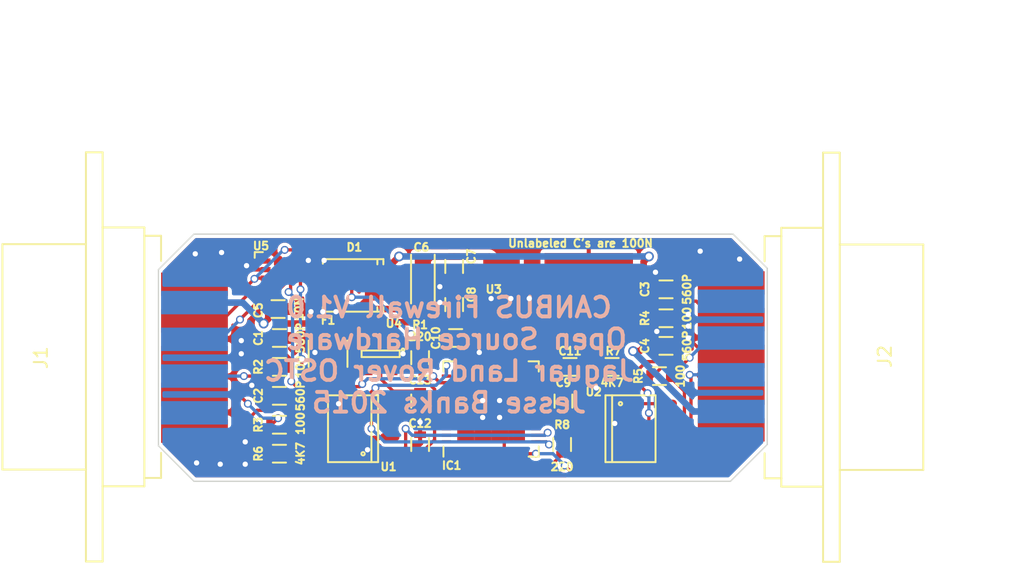
<source format=kicad_pcb>
(kicad_pcb (version 4) (host pcbnew "(2015-07-11 BZR 5925, Git c291b88)-product")

  (general
    (links 92)
    (no_connects 0)
    (area 49.659999 79.05 131.7 121.796001)
    (thickness 1.6)
    (drawings 18)
    (tracks 468)
    (zones 0)
    (modules 31)
    (nets 62)
  )

  (page A4)
  (layers
    (0 F.Cu signal)
    (31 B.Cu signal)
    (32 B.Adhes user)
    (33 F.Adhes user)
    (34 B.Paste user)
    (35 F.Paste user)
    (36 B.SilkS user)
    (37 F.SilkS user)
    (38 B.Mask user)
    (39 F.Mask user)
    (40 Dwgs.User user)
    (41 Cmts.User user)
    (42 Eco1.User user)
    (43 Eco2.User user)
    (44 Edge.Cuts user)
    (45 Margin user)
    (46 B.CrtYd user)
    (47 F.CrtYd user)
    (48 B.Fab user hide)
    (49 F.Fab user hide)
  )

  (setup
    (last_trace_width 0.25)
    (trace_clearance 0.2)
    (zone_clearance 0.25)
    (zone_45_only no)
    (trace_min 0.2)
    (segment_width 0.2)
    (edge_width 0.1)
    (via_size 0.6)
    (via_drill 0.4)
    (via_min_size 0.4)
    (via_min_drill 0.3)
    (uvia_size 0.3)
    (uvia_drill 0.1)
    (uvias_allowed no)
    (uvia_min_size 0.2)
    (uvia_min_drill 0.1)
    (pcb_text_width 0.3)
    (pcb_text_size 1.5 1.5)
    (mod_edge_width 0.15)
    (mod_text_size 1 1)
    (mod_text_width 0.15)
    (pad_size 1.2875 1.2875)
    (pad_drill 0)
    (pad_to_mask_clearance 0)
    (aux_axis_origin 0 0)
    (visible_elements FFFFFF5F)
    (pcbplotparams
      (layerselection 0x010f0_80000001)
      (usegerberextensions true)
      (excludeedgelayer true)
      (linewidth 0.100000)
      (plotframeref false)
      (viasonmask false)
      (mode 1)
      (useauxorigin false)
      (hpglpennumber 1)
      (hpglpenspeed 20)
      (hpglpendiameter 15)
      (hpglpenoverlay 2)
      (psnegative false)
      (psa4output false)
      (plotreference true)
      (plotvalue true)
      (plotinvisibletext false)
      (padsonsilk false)
      (subtractmaskfromsilk false)
      (outputformat 1)
      (mirror false)
      (drillshape 0)
      (scaleselection 1)
      (outputdirectory ""))
  )

  (net 0 "")
  (net 1 "Net-(C1-Pad1)")
  (net 2 GND)
  (net 3 "Net-(C2-Pad1)")
  (net 4 "Net-(C3-Pad1)")
  (net 5 "Net-(C4-Pad1)")
  (net 6 +12V)
  (net 7 "Net-(C6-Pad1)")
  (net 8 +5V)
  (net 9 +3V3)
  (net 10 "Net-(IC1-Pad1)")
  (net 11 "Net-(IC1-Pad2)")
  (net 12 "Net-(IC1-Pad3)")
  (net 13 "Net-(IC1-Pad4)")
  (net 14 "Net-(IC1-Pad5)")
  (net 15 "Net-(IC1-Pad6)")
  (net 16 "Net-(IC1-Pad7)")
  (net 17 LOOP_A)
  (net 18 LOOP_B)
  (net 19 RX0)
  (net 20 TX0)
  (net 21 "Net-(IC1-Pad14)")
  (net 22 "Net-(IC1-Pad15)")
  (net 23 RX1)
  (net 24 TX1)
  (net 25 "Net-(IC1-Pad20)")
  (net 26 "Net-(IC1-Pad21)")
  (net 27 "Net-(IC1-Pad22)")
  (net 28 "Net-(IC1-Pad23)")
  (net 29 "Net-(IC1-Pad24)")
  (net 30 "Net-(IC1-Pad25)")
  (net 31 "Net-(IC1-Pad26)")
  (net 32 "Net-(IC1-Pad27)")
  (net 33 "Net-(IC1-Pad28)")
  (net 34 "Net-(IC1-Pad29)")
  (net 35 "Net-(IC1-Pad32)")
  (net 36 "Net-(IC1-Pad33)")
  (net 37 PDI_DATA)
  (net 38 ~RESET/PDI_CLK)
  (net 39 "Net-(IC1-Pad36)")
  (net 40 "Net-(IC1-Pad37)")
  (net 41 "Net-(IC1-Pad40)")
  (net 42 "Net-(IC1-Pad41)")
  (net 43 "Net-(IC1-Pad42)")
  (net 44 "Net-(IC1-Pad43)")
  (net 45 "Net-(IC1-Pad44)")
  (net 46 IVI_CANH)
  (net 47 IVI_CANL)
  (net 48 "Net-(J1-Pad6)")
  (net 49 3V3P)
  (net 50 "Net-(J2-Pad4)")
  (net 51 CAR_CANH)
  (net 52 CAR_CANL)
  (net 53 "Net-(J2-Pad8)")
  (net 54 "Net-(R6-Pad1)")
  (net 55 "Net-(R7-Pad1)")
  (net 56 "Net-(U1-Pad5)")
  (net 57 "Net-(U2-Pad5)")
  (net 58 "Net-(U5-Pad1)")
  (net 59 "Net-(U5-Pad6)")
  (net 60 "Net-(J2-Pad1)")
  (net 61 "Net-(J2-Pad6)")

  (net_class Default "This is the default net class."
    (clearance 0.2)
    (trace_width 0.25)
    (via_dia 0.6)
    (via_drill 0.4)
    (uvia_dia 0.3)
    (uvia_drill 0.1)
    (add_net +3V3)
    (add_net +5V)
    (add_net "Net-(J2-Pad1)")
    (add_net "Net-(J2-Pad6)")
    (add_net "Net-(U5-Pad1)")
    (add_net "Net-(U5-Pad6)")
  )

  (net_class NET ""
    (clearance 0.2)
    (trace_width 0.25)
    (via_dia 0.6)
    (via_drill 0.4)
    (uvia_dia 0.3)
    (uvia_drill 0.1)
    (add_net 3V3P)
    (add_net CAR_CANH)
    (add_net CAR_CANL)
    (add_net GND)
    (add_net IVI_CANH)
    (add_net IVI_CANL)
    (add_net LOOP_A)
    (add_net LOOP_B)
    (add_net "Net-(C1-Pad1)")
    (add_net "Net-(C2-Pad1)")
    (add_net "Net-(C3-Pad1)")
    (add_net "Net-(C4-Pad1)")
    (add_net "Net-(IC1-Pad1)")
    (add_net "Net-(IC1-Pad14)")
    (add_net "Net-(IC1-Pad15)")
    (add_net "Net-(IC1-Pad2)")
    (add_net "Net-(IC1-Pad20)")
    (add_net "Net-(IC1-Pad21)")
    (add_net "Net-(IC1-Pad22)")
    (add_net "Net-(IC1-Pad23)")
    (add_net "Net-(IC1-Pad24)")
    (add_net "Net-(IC1-Pad25)")
    (add_net "Net-(IC1-Pad26)")
    (add_net "Net-(IC1-Pad27)")
    (add_net "Net-(IC1-Pad28)")
    (add_net "Net-(IC1-Pad29)")
    (add_net "Net-(IC1-Pad3)")
    (add_net "Net-(IC1-Pad32)")
    (add_net "Net-(IC1-Pad33)")
    (add_net "Net-(IC1-Pad36)")
    (add_net "Net-(IC1-Pad37)")
    (add_net "Net-(IC1-Pad4)")
    (add_net "Net-(IC1-Pad40)")
    (add_net "Net-(IC1-Pad41)")
    (add_net "Net-(IC1-Pad42)")
    (add_net "Net-(IC1-Pad43)")
    (add_net "Net-(IC1-Pad44)")
    (add_net "Net-(IC1-Pad5)")
    (add_net "Net-(IC1-Pad6)")
    (add_net "Net-(IC1-Pad7)")
    (add_net "Net-(J1-Pad6)")
    (add_net "Net-(J2-Pad4)")
    (add_net "Net-(J2-Pad8)")
    (add_net "Net-(R6-Pad1)")
    (add_net "Net-(R7-Pad1)")
    (add_net "Net-(U1-Pad5)")
    (add_net "Net-(U2-Pad5)")
    (add_net PDI_DATA)
    (add_net RX0)
    (add_net RX1)
    (add_net TX0)
    (add_net TX1)
    (add_net ~RESET/PDI_CLK)
  )

  (net_class PWR ""
    (clearance 0.3)
    (trace_width 0.5)
    (via_dia 0.75)
    (via_drill 0.5)
    (uvia_dia 0.3)
    (uvia_drill 0.1)
    (add_net +12V)
    (add_net "Net-(C6-Pad1)")
  )

  (module "cUSTOM pARTS:R_0603_sm" (layer F.Cu) (tedit 55C3D109) (tstamp 55C3BC89)
    (at 71.1 104.4)
    (descr "Resistor SMD 0603, reflow soldering, Vishay (see dcrcw.pdf)")
    (tags "resistor 0603")
    (path /55C3DC56)
    (attr smd)
    (fp_text reference C1 (at -1.6 0 90) (layer F.SilkS)
      (effects (font (size 0.6 0.6) (thickness 0.15)))
    )
    (fp_text value 560P (at 1.6 0 90) (layer F.SilkS)
      (effects (font (size 0.6 0.6) (thickness 0.15)))
    )
    (fp_line (start -1.3 -0.8) (end 1.3 -0.8) (layer F.CrtYd) (width 0.05))
    (fp_line (start -1.3 0.8) (end 1.3 0.8) (layer F.CrtYd) (width 0.05))
    (fp_line (start -1.3 -0.8) (end -1.3 0.8) (layer F.CrtYd) (width 0.05))
    (fp_line (start 1.3 -0.8) (end 1.3 0.8) (layer F.CrtYd) (width 0.05))
    (fp_line (start 0.5 0.675) (end -0.5 0.675) (layer F.SilkS) (width 0.15))
    (fp_line (start -0.5 -0.675) (end 0.5 -0.675) (layer F.SilkS) (width 0.15))
    (pad 1 smd rect (at -0.75 0) (size 0.5 0.9) (layers F.Cu F.Paste F.Mask)
      (net 1 "Net-(C1-Pad1)"))
    (pad 2 smd rect (at 0.75 0) (size 0.5 0.9) (layers F.Cu F.Paste F.Mask)
      (net 2 GND))
    (model Resistors_SMD.3dshapes/R_0603.wrl
      (at (xyz 0 0 0))
      (scale (xyz 1 1 1))
      (rotate (xyz 0 0 0))
    )
  )

  (module "cUSTOM pARTS:R_0603_sm" (layer F.Cu) (tedit 55BBD745) (tstamp 55C3BC8F)
    (at 71.1 108.8 180)
    (descr "Resistor SMD 0603, reflow soldering, Vishay (see dcrcw.pdf)")
    (tags "resistor 0603")
    (path /55C3DC50)
    (attr smd)
    (fp_text reference C2 (at 1.6 0 270) (layer F.SilkS)
      (effects (font (size 0.6 0.6) (thickness 0.15)))
    )
    (fp_text value 560P (at -1.6 0 270) (layer F.SilkS)
      (effects (font (size 0.6 0.6) (thickness 0.15)))
    )
    (fp_line (start -1.3 -0.8) (end 1.3 -0.8) (layer F.CrtYd) (width 0.05))
    (fp_line (start -1.3 0.8) (end 1.3 0.8) (layer F.CrtYd) (width 0.05))
    (fp_line (start -1.3 -0.8) (end -1.3 0.8) (layer F.CrtYd) (width 0.05))
    (fp_line (start 1.3 -0.8) (end 1.3 0.8) (layer F.CrtYd) (width 0.05))
    (fp_line (start 0.5 0.675) (end -0.5 0.675) (layer F.SilkS) (width 0.15))
    (fp_line (start -0.5 -0.675) (end 0.5 -0.675) (layer F.SilkS) (width 0.15))
    (pad 1 smd rect (at -0.75 0 180) (size 0.5 0.9) (layers F.Cu F.Paste F.Mask)
      (net 3 "Net-(C2-Pad1)"))
    (pad 2 smd rect (at 0.75 0 180) (size 0.5 0.9) (layers F.Cu F.Paste F.Mask)
      (net 2 GND))
    (model Resistors_SMD.3dshapes/R_0603.wrl
      (at (xyz 0 0 0))
      (scale (xyz 1 1 1))
      (rotate (xyz 0 0 0))
    )
  )

  (module "cUSTOM pARTS:R_0603_sm" (layer F.Cu) (tedit 55BBD745) (tstamp 55C3BC95)
    (at 100.5 100.7 180)
    (descr "Resistor SMD 0603, reflow soldering, Vishay (see dcrcw.pdf)")
    (tags "resistor 0603")
    (path /55C3C04F)
    (attr smd)
    (fp_text reference C3 (at 1.6 0 270) (layer F.SilkS)
      (effects (font (size 0.6 0.6) (thickness 0.15)))
    )
    (fp_text value 560P (at -1.6 0 270) (layer F.SilkS)
      (effects (font (size 0.6 0.6) (thickness 0.15)))
    )
    (fp_line (start -1.3 -0.8) (end 1.3 -0.8) (layer F.CrtYd) (width 0.05))
    (fp_line (start -1.3 0.8) (end 1.3 0.8) (layer F.CrtYd) (width 0.05))
    (fp_line (start -1.3 -0.8) (end -1.3 0.8) (layer F.CrtYd) (width 0.05))
    (fp_line (start 1.3 -0.8) (end 1.3 0.8) (layer F.CrtYd) (width 0.05))
    (fp_line (start 0.5 0.675) (end -0.5 0.675) (layer F.SilkS) (width 0.15))
    (fp_line (start -0.5 -0.675) (end 0.5 -0.675) (layer F.SilkS) (width 0.15))
    (pad 1 smd rect (at -0.75 0 180) (size 0.5 0.9) (layers F.Cu F.Paste F.Mask)
      (net 4 "Net-(C3-Pad1)"))
    (pad 2 smd rect (at 0.75 0 180) (size 0.5 0.9) (layers F.Cu F.Paste F.Mask)
      (net 2 GND))
    (model Resistors_SMD.3dshapes/R_0603.wrl
      (at (xyz 0 0 0))
      (scale (xyz 1 1 1))
      (rotate (xyz 0 0 0))
    )
  )

  (module "cUSTOM pARTS:R_0603_sm" (layer F.Cu) (tedit 55BBD745) (tstamp 55C3BC9B)
    (at 100.5 105 180)
    (descr "Resistor SMD 0603, reflow soldering, Vishay (see dcrcw.pdf)")
    (tags "resistor 0603")
    (path /55C3C3EF)
    (attr smd)
    (fp_text reference C4 (at 1.6 0 270) (layer F.SilkS)
      (effects (font (size 0.6 0.6) (thickness 0.15)))
    )
    (fp_text value 560P (at -1.6 0 270) (layer F.SilkS)
      (effects (font (size 0.6 0.6) (thickness 0.15)))
    )
    (fp_line (start -1.3 -0.8) (end 1.3 -0.8) (layer F.CrtYd) (width 0.05))
    (fp_line (start -1.3 0.8) (end 1.3 0.8) (layer F.CrtYd) (width 0.05))
    (fp_line (start -1.3 -0.8) (end -1.3 0.8) (layer F.CrtYd) (width 0.05))
    (fp_line (start 1.3 -0.8) (end 1.3 0.8) (layer F.CrtYd) (width 0.05))
    (fp_line (start 0.5 0.675) (end -0.5 0.675) (layer F.SilkS) (width 0.15))
    (fp_line (start -0.5 -0.675) (end 0.5 -0.675) (layer F.SilkS) (width 0.15))
    (pad 1 smd rect (at -0.75 0 180) (size 0.5 0.9) (layers F.Cu F.Paste F.Mask)
      (net 5 "Net-(C4-Pad1)"))
    (pad 2 smd rect (at 0.75 0 180) (size 0.5 0.9) (layers F.Cu F.Paste F.Mask)
      (net 2 GND))
    (model Resistors_SMD.3dshapes/R_0603.wrl
      (at (xyz 0 0 0))
      (scale (xyz 1 1 1))
      (rotate (xyz 0 0 0))
    )
  )

  (module "cUSTOM pARTS:R_0603_sm" (layer F.Cu) (tedit 55C3D111) (tstamp 55C3BCA1)
    (at 71 102.2)
    (descr "Resistor SMD 0603, reflow soldering, Vishay (see dcrcw.pdf)")
    (tags "resistor 0603")
    (path /55C5C3A1)
    (attr smd)
    (fp_text reference C5 (at -1.5 0.1 90) (layer F.SilkS)
      (effects (font (size 0.6 0.6) (thickness 0.15)))
    )
    (fp_text value 10N (at 1.6 0 90) (layer F.SilkS)
      (effects (font (size 0.6 0.6) (thickness 0.15)))
    )
    (fp_line (start -1.3 -0.8) (end 1.3 -0.8) (layer F.CrtYd) (width 0.05))
    (fp_line (start -1.3 0.8) (end 1.3 0.8) (layer F.CrtYd) (width 0.05))
    (fp_line (start -1.3 -0.8) (end -1.3 0.8) (layer F.CrtYd) (width 0.05))
    (fp_line (start 1.3 -0.8) (end 1.3 0.8) (layer F.CrtYd) (width 0.05))
    (fp_line (start 0.5 0.675) (end -0.5 0.675) (layer F.SilkS) (width 0.15))
    (fp_line (start -0.5 -0.675) (end 0.5 -0.675) (layer F.SilkS) (width 0.15))
    (pad 1 smd rect (at -0.75 0) (size 0.5 0.9) (layers F.Cu F.Paste F.Mask)
      (net 6 +12V))
    (pad 2 smd rect (at 0.75 0) (size 0.5 0.9) (layers F.Cu F.Paste F.Mask)
      (net 2 GND))
    (model Resistors_SMD.3dshapes/R_0603.wrl
      (at (xyz 0 0 0))
      (scale (xyz 1 1 1))
      (rotate (xyz 0 0 0))
    )
  )

  (module Capacitors_Tantalum_SMD:TantalC_SizeA_EIA-3216_Reflow (layer F.Cu) (tedit 55C3D388) (tstamp 55C3BCA7)
    (at 82.01 100.17 270)
    (descr "Tantal Cap. , Size A, EIA-3216, Reflow")
    (tags "Tantal Capacitor Size-A EIA-3216 reflow")
    (path /55C5C501)
    (attr smd)
    (fp_text reference C6 (at -2.67 0.11 360) (layer F.SilkS)
      (effects (font (size 0.6 0.6) (thickness 0.15)))
    )
    (fp_text value 4U7 (at 0 2.1 270) (layer F.Fab) hide
      (effects (font (size 1 1) (thickness 0.15)))
    )
    (fp_line (start 1.6 0.9) (end -2.1 0.9) (layer F.SilkS) (width 0.15))
    (fp_line (start 1.6 -0.9) (end -2.1 -0.9) (layer F.SilkS) (width 0.15))
    (fp_line (start -2.5 1.2) (end 2.5 1.2) (layer F.CrtYd) (width 0.05))
    (fp_line (start 2.5 1.2) (end 2.5 -1.2) (layer F.CrtYd) (width 0.05))
    (fp_line (start 2.5 -1.2) (end -2.5 -1.2) (layer F.CrtYd) (width 0.05))
    (fp_line (start -2.5 -1.2) (end -2.5 1.2) (layer F.CrtYd) (width 0.05))
    (pad 2 smd rect (at 1.31 0 270) (size 1.8 1.23) (layers F.Cu F.Paste F.Mask)
      (net 2 GND))
    (pad 1 smd rect (at -1.31 0 270) (size 1.8 1.23) (layers F.Cu F.Paste F.Mask)
      (net 7 "Net-(C6-Pad1)"))
    (model Capacitors_Tantalum_SMD.3dshapes/TantalC_SizeA_EIA-3216_Reflow.wrl
      (at (xyz 0 0 0))
      (scale (xyz 1 1 1))
      (rotate (xyz 0 0 180))
    )
  )

  (module "cUSTOM pARTS:R_0603_sm" (layer F.Cu) (tedit 55C3D307) (tstamp 55C3BCAD)
    (at 84.39 98.96 270)
    (descr "Resistor SMD 0603, reflow soldering, Vishay (see dcrcw.pdf)")
    (tags "resistor 0603")
    (path /55C5D43A)
    (attr smd)
    (fp_text reference C7 (at -0.76 -1.31 450) (layer F.SilkS)
      (effects (font (size 0.6 0.6) (thickness 0.15)))
    )
    (fp_text value 100N (at -1.6 0 360) (layer F.SilkS) hide
      (effects (font (size 0.6 0.6) (thickness 0.15)))
    )
    (fp_line (start -1.3 -0.8) (end 1.3 -0.8) (layer F.CrtYd) (width 0.05))
    (fp_line (start -1.3 0.8) (end 1.3 0.8) (layer F.CrtYd) (width 0.05))
    (fp_line (start -1.3 -0.8) (end -1.3 0.8) (layer F.CrtYd) (width 0.05))
    (fp_line (start 1.3 -0.8) (end 1.3 0.8) (layer F.CrtYd) (width 0.05))
    (fp_line (start 0.5 0.675) (end -0.5 0.675) (layer F.SilkS) (width 0.15))
    (fp_line (start -0.5 -0.675) (end 0.5 -0.675) (layer F.SilkS) (width 0.15))
    (pad 1 smd rect (at -0.75 0 270) (size 0.5 0.9) (layers F.Cu F.Paste F.Mask)
      (net 7 "Net-(C6-Pad1)"))
    (pad 2 smd rect (at 0.75 0 270) (size 0.5 0.9) (layers F.Cu F.Paste F.Mask)
      (net 2 GND))
    (model Resistors_SMD.3dshapes/R_0603.wrl
      (at (xyz 0 0 0))
      (scale (xyz 1 1 1))
      (rotate (xyz 0 0 0))
    )
  )

  (module "cUSTOM pARTS:R_0603_sm" (layer F.Cu) (tedit 55C3D2DC) (tstamp 55C3BCB3)
    (at 84.39 101.86 90)
    (descr "Resistor SMD 0603, reflow soldering, Vishay (see dcrcw.pdf)")
    (tags "resistor 0603")
    (path /55C5C642)
    (attr smd)
    (fp_text reference C8 (at 0.76 1.31 270) (layer F.SilkS)
      (effects (font (size 0.6 0.6) (thickness 0.15)))
    )
    (fp_text value 100N (at -1.6 0 180) (layer F.SilkS) hide
      (effects (font (size 0.6 0.6) (thickness 0.15)))
    )
    (fp_line (start -1.3 -0.8) (end 1.3 -0.8) (layer F.CrtYd) (width 0.05))
    (fp_line (start -1.3 0.8) (end 1.3 0.8) (layer F.CrtYd) (width 0.05))
    (fp_line (start -1.3 -0.8) (end -1.3 0.8) (layer F.CrtYd) (width 0.05))
    (fp_line (start 1.3 -0.8) (end 1.3 0.8) (layer F.CrtYd) (width 0.05))
    (fp_line (start 0.5 0.675) (end -0.5 0.675) (layer F.SilkS) (width 0.15))
    (fp_line (start -0.5 -0.675) (end 0.5 -0.675) (layer F.SilkS) (width 0.15))
    (pad 1 smd rect (at -0.75 0 90) (size 0.5 0.9) (layers F.Cu F.Paste F.Mask)
      (net 8 +5V))
    (pad 2 smd rect (at 0.75 0 90) (size 0.5 0.9) (layers F.Cu F.Paste F.Mask)
      (net 2 GND))
    (model Resistors_SMD.3dshapes/R_0603.wrl
      (at (xyz 0 0 0))
      (scale (xyz 1 1 1))
      (rotate (xyz 0 0 0))
    )
  )

  (module "cUSTOM pARTS:R_0603_sm" (layer F.Cu) (tedit 55C3ED11) (tstamp 55C3BCB9)
    (at 92.7 109.2 90)
    (descr "Resistor SMD 0603, reflow soldering, Vishay (see dcrcw.pdf)")
    (tags "resistor 0603")
    (path /55C5DA4A)
    (attr smd)
    (fp_text reference C9 (at 1.4 0 180) (layer F.SilkS)
      (effects (font (size 0.6 0.6) (thickness 0.15)))
    )
    (fp_text value 100N (at -1.6 0 180) (layer F.SilkS) hide
      (effects (font (size 0.6 0.6) (thickness 0.15)))
    )
    (fp_line (start -1.3 -0.8) (end 1.3 -0.8) (layer F.CrtYd) (width 0.05))
    (fp_line (start -1.3 0.8) (end 1.3 0.8) (layer F.CrtYd) (width 0.05))
    (fp_line (start -1.3 -0.8) (end -1.3 0.8) (layer F.CrtYd) (width 0.05))
    (fp_line (start 1.3 -0.8) (end 1.3 0.8) (layer F.CrtYd) (width 0.05))
    (fp_line (start 0.5 0.675) (end -0.5 0.675) (layer F.SilkS) (width 0.15))
    (fp_line (start -0.5 -0.675) (end 0.5 -0.675) (layer F.SilkS) (width 0.15))
    (pad 1 smd rect (at -0.75 0 90) (size 0.5 0.9) (layers F.Cu F.Paste F.Mask)
      (net 8 +5V))
    (pad 2 smd rect (at 0.75 0 90) (size 0.5 0.9) (layers F.Cu F.Paste F.Mask)
      (net 2 GND))
    (model Resistors_SMD.3dshapes/R_0603.wrl
      (at (xyz 0 0 0))
      (scale (xyz 1 1 1))
      (rotate (xyz 0 0 0))
    )
  )

  (module "cUSTOM pARTS:R_0603_sm" (layer F.Cu) (tedit 55C3D2E0) (tstamp 55C3BCBF)
    (at 84.5 104.4)
    (descr "Resistor SMD 0603, reflow soldering, Vishay (see dcrcw.pdf)")
    (tags "resistor 0603")
    (path /55C58316)
    (attr smd)
    (fp_text reference C10 (at -1.5 0 270) (layer F.SilkS)
      (effects (font (size 0.6 0.6) (thickness 0.15)))
    )
    (fp_text value 100N (at -1.6 0 90) (layer F.SilkS) hide
      (effects (font (size 0.6 0.6) (thickness 0.15)))
    )
    (fp_line (start -1.3 -0.8) (end 1.3 -0.8) (layer F.CrtYd) (width 0.05))
    (fp_line (start -1.3 0.8) (end 1.3 0.8) (layer F.CrtYd) (width 0.05))
    (fp_line (start -1.3 -0.8) (end -1.3 0.8) (layer F.CrtYd) (width 0.05))
    (fp_line (start 1.3 -0.8) (end 1.3 0.8) (layer F.CrtYd) (width 0.05))
    (fp_line (start 0.5 0.675) (end -0.5 0.675) (layer F.SilkS) (width 0.15))
    (fp_line (start -0.5 -0.675) (end 0.5 -0.675) (layer F.SilkS) (width 0.15))
    (pad 1 smd rect (at -0.75 0) (size 0.5 0.9) (layers F.Cu F.Paste F.Mask)
      (net 9 +3V3))
    (pad 2 smd rect (at 0.75 0) (size 0.5 0.9) (layers F.Cu F.Paste F.Mask)
      (net 2 GND))
    (model Resistors_SMD.3dshapes/R_0603.wrl
      (at (xyz 0 0 0))
      (scale (xyz 1 1 1))
      (rotate (xyz 0 0 0))
    )
  )

  (module "cUSTOM pARTS:R_0603_sm" (layer F.Cu) (tedit 55C3ED0D) (tstamp 55C3BCC5)
    (at 93.2 106.6)
    (descr "Resistor SMD 0603, reflow soldering, Vishay (see dcrcw.pdf)")
    (tags "resistor 0603")
    (path /55C58454)
    (attr smd)
    (fp_text reference C11 (at 0 -1.2 180) (layer F.SilkS)
      (effects (font (size 0.6 0.6) (thickness 0.15)))
    )
    (fp_text value 100N (at -1.6 0 90) (layer F.SilkS) hide
      (effects (font (size 0.6 0.6) (thickness 0.15)))
    )
    (fp_line (start -1.3 -0.8) (end 1.3 -0.8) (layer F.CrtYd) (width 0.05))
    (fp_line (start -1.3 0.8) (end 1.3 0.8) (layer F.CrtYd) (width 0.05))
    (fp_line (start -1.3 -0.8) (end -1.3 0.8) (layer F.CrtYd) (width 0.05))
    (fp_line (start 1.3 -0.8) (end 1.3 0.8) (layer F.CrtYd) (width 0.05))
    (fp_line (start 0.5 0.675) (end -0.5 0.675) (layer F.SilkS) (width 0.15))
    (fp_line (start -0.5 -0.675) (end 0.5 -0.675) (layer F.SilkS) (width 0.15))
    (pad 1 smd rect (at -0.75 0) (size 0.5 0.9) (layers F.Cu F.Paste F.Mask)
      (net 9 +3V3))
    (pad 2 smd rect (at 0.75 0) (size 0.5 0.9) (layers F.Cu F.Paste F.Mask)
      (net 2 GND))
    (model Resistors_SMD.3dshapes/R_0603.wrl
      (at (xyz 0 0 0))
      (scale (xyz 1 1 1))
      (rotate (xyz 0 0 0))
    )
  )

  (module "cUSTOM pARTS:R_0603_sm" (layer F.Cu) (tedit 55C3D2EF) (tstamp 55C3BCCB)
    (at 81.8 112.5 90)
    (descr "Resistor SMD 0603, reflow soldering, Vishay (see dcrcw.pdf)")
    (tags "resistor 0603")
    (path /55C5847A)
    (attr smd)
    (fp_text reference C12 (at 1.6 0 180) (layer F.SilkS)
      (effects (font (size 0.6 0.6) (thickness 0.15)))
    )
    (fp_text value 100N (at -1.6 0 180) (layer F.SilkS) hide
      (effects (font (size 0.6 0.6) (thickness 0.15)))
    )
    (fp_line (start -1.3 -0.8) (end 1.3 -0.8) (layer F.CrtYd) (width 0.05))
    (fp_line (start -1.3 0.8) (end 1.3 0.8) (layer F.CrtYd) (width 0.05))
    (fp_line (start -1.3 -0.8) (end -1.3 0.8) (layer F.CrtYd) (width 0.05))
    (fp_line (start 1.3 -0.8) (end 1.3 0.8) (layer F.CrtYd) (width 0.05))
    (fp_line (start 0.5 0.675) (end -0.5 0.675) (layer F.SilkS) (width 0.15))
    (fp_line (start -0.5 -0.675) (end 0.5 -0.675) (layer F.SilkS) (width 0.15))
    (pad 1 smd rect (at -0.75 0 90) (size 0.5 0.9) (layers F.Cu F.Paste F.Mask)
      (net 9 +3V3))
    (pad 2 smd rect (at 0.75 0 90) (size 0.5 0.9) (layers F.Cu F.Paste F.Mask)
      (net 2 GND))
    (model Resistors_SMD.3dshapes/R_0603.wrl
      (at (xyz 0 0 0))
      (scale (xyz 1 1 1))
      (rotate (xyz 0 0 0))
    )
  )

  (module Diodes_SMD:Diode-SMB_Standard (layer F.Cu) (tedit 55C3D169) (tstamp 55C3BCD1)
    (at 76.7 100.4 180)
    (descr "Diode SMB Standard")
    (tags "Diode SMB Standard")
    (path /55C41F32)
    (attr smd)
    (fp_text reference D1 (at -0.1 2.9 180) (layer F.SilkS)
      (effects (font (size 0.6 0.6) (thickness 0.15)))
    )
    (fp_text value SMBJ16A (at 0.05 4.7 180) (layer F.Fab)
      (effects (font (size 1 1) (thickness 0.15)))
    )
    (fp_line (start -3.65 -2.25) (end 3.65 -2.25) (layer F.CrtYd) (width 0.05))
    (fp_line (start 3.65 -2.25) (end 3.65 2.25) (layer F.CrtYd) (width 0.05))
    (fp_line (start 3.65 2.25) (end -3.65 2.25) (layer F.CrtYd) (width 0.05))
    (fp_line (start -3.65 2.25) (end -3.65 -2.25) (layer F.CrtYd) (width 0.05))
    (fp_text user K (at -3.25 3.3 180) (layer F.SilkS) hide
      (effects (font (size 1 1) (thickness 0.15)))
    )
    (fp_text user A (at 3 3.2 180) (layer F.SilkS) hide
      (effects (font (size 1 1) (thickness 0.15)))
    )
    (fp_line (start -2.30632 1.8) (end -2.30632 1.6002) (layer F.SilkS) (width 0.15))
    (fp_line (start -1.84928 1.75) (end -1.84928 1.601) (layer F.SilkS) (width 0.15))
    (fp_line (start 2.29616 1.8) (end 2.29616 1.651) (layer F.SilkS) (width 0.15))
    (fp_line (start -2.30124 -1.8) (end -2.30124 -1.651) (layer F.SilkS) (width 0.15))
    (fp_line (start -1.84928 -1.8) (end -1.84928 -1.651) (layer F.SilkS) (width 0.15))
    (fp_line (start 2.30124 -1.8) (end 2.30124 -1.651) (layer F.SilkS) (width 0.15))
    (fp_circle (center 0 0) (end 0.44958 0.09906) (layer F.Adhes) (width 0.381))
    (fp_circle (center 0 0) (end 0.20066 0.09906) (layer F.Adhes) (width 0.381))
    (fp_line (start -1.84928 1.94898) (end -1.84928 1.75086) (layer F.SilkS) (width 0.15))
    (fp_line (start -1.84928 -1.99898) (end -1.84928 -1.80086) (layer F.SilkS) (width 0.15))
    (fp_line (start 2.29616 1.99644) (end 2.29616 1.79832) (layer F.SilkS) (width 0.15))
    (fp_line (start -2.30632 1.99644) (end 2.29616 1.99644) (layer F.SilkS) (width 0.15))
    (fp_line (start -2.30632 1.99644) (end -2.30632 1.79832) (layer F.SilkS) (width 0.15))
    (fp_line (start -2.30124 -1.99898) (end -2.30124 -1.80086) (layer F.SilkS) (width 0.15))
    (fp_line (start -2.30124 -1.99898) (end 2.30124 -1.99898) (layer F.SilkS) (width 0.15))
    (fp_line (start 2.30124 -1.99898) (end 2.30124 -1.80086) (layer F.SilkS) (width 0.15))
    (pad 1 smd rect (at -2.14884 0 180) (size 2.49936 2.30124) (layers F.Cu F.Paste F.Mask)
      (net 6 +12V))
    (pad 2 smd rect (at 2.14884 0 180) (size 2.49936 2.30124) (layers F.Cu F.Paste F.Mask)
      (net 2 GND))
    (model Diodes_SMD.3dshapes/Diode-SMB_Standard.wrl
      (at (xyz 0 0 0))
      (scale (xyz 0.3937 0.3937 0.3937))
      (rotate (xyz 0 0 180))
    )
  )

  (module "cUSTOM pARTS:R_1210_SM" (layer F.Cu) (tedit 55BBCC5C) (tstamp 55C3BCD7)
    (at 74.8 105.6 270)
    (descr "Resistor SMD 1210, reflow soldering, Vishay (see dcrcw.pdf)")
    (tags "resistor 1210")
    (path /55C5CEAD)
    (attr smd)
    (fp_text reference F1 (at -2.54 0 360) (layer F.SilkS)
      (effects (font (size 0.6 0.6) (thickness 0.15)))
    )
    (fp_text value FUSE (at 2.54 0 360) (layer F.Fab)
      (effects (font (size 0.6 0.6) (thickness 0.15)))
    )
    (fp_line (start -2.2 -1.6) (end 2.2 -1.6) (layer F.CrtYd) (width 0.05))
    (fp_line (start -2.2 1.6) (end 2.2 1.6) (layer F.CrtYd) (width 0.05))
    (fp_line (start -2.2 -1.6) (end -2.2 1.6) (layer F.CrtYd) (width 0.05))
    (fp_line (start 2.2 -1.6) (end 2.2 1.6) (layer F.CrtYd) (width 0.05))
    (fp_line (start 1 1.475) (end -1 1.475) (layer F.SilkS) (width 0.15))
    (fp_line (start -1 -1.475) (end 1 -1.475) (layer F.SilkS) (width 0.15))
    (pad 1 smd rect (at -1.45 0 270) (size 0.9 2.5) (layers F.Cu F.Paste F.Mask)
      (net 6 +12V))
    (pad 2 smd rect (at 1.45 0 270) (size 0.9 2.5) (layers F.Cu F.Paste F.Mask)
      (net 7 "Net-(C6-Pad1)"))
    (model Resistors_SMD.3dshapes/R_1210.wrl
      (at (xyz 0 0 0))
      (scale (xyz 1 1 1))
      (rotate (xyz 0 0 0))
    )
  )

  (module Housings_DFN_QFN:QFN-44-1EP_7x7mm_Pitch0.5mm (layer F.Cu) (tedit 55C3D20F) (tstamp 55C3BD17)
    (at 87.2 109.8 90)
    (descr "UK Package; 44-Lead Plastic QFN (7mm x 7mm); (see Linear Technology QFN_44_05-08-1763.pdf)")
    (tags "QFN 0.5")
    (path /55C581BF)
    (attr smd)
    (fp_text reference IC1 (at -4.3 -3 180) (layer F.SilkS)
      (effects (font (size 0.6 0.6) (thickness 0.15)))
    )
    (fp_text value ATXMEGA128A4U-M (at -0.3 2.2 90) (layer F.Fab) hide
      (effects (font (size 1 1) (thickness 0.15)))
    )
    (fp_line (start -4 -4) (end -4 4) (layer F.CrtYd) (width 0.05))
    (fp_line (start 4 -4) (end 4 4) (layer F.CrtYd) (width 0.05))
    (fp_line (start -4 -4) (end 4 -4) (layer F.CrtYd) (width 0.05))
    (fp_line (start -4 4) (end 4 4) (layer F.CrtYd) (width 0.05))
    (fp_line (start 3.625 -3.625) (end 3.625 -2.85) (layer F.SilkS) (width 0.15))
    (fp_line (start -3.625 3.625) (end -3.625 2.85) (layer F.SilkS) (width 0.15))
    (fp_line (start 3.625 3.625) (end 3.625 2.85) (layer F.SilkS) (width 0.15))
    (fp_line (start -3.625 -3.625) (end -2.85 -3.625) (layer F.SilkS) (width 0.15))
    (fp_line (start -3.625 3.625) (end -2.85 3.625) (layer F.SilkS) (width 0.15))
    (fp_line (start 3.625 3.625) (end 2.85 3.625) (layer F.SilkS) (width 0.15))
    (fp_line (start 3.625 -3.625) (end 2.85 -3.625) (layer F.SilkS) (width 0.15))
    (pad 1 smd rect (at -3.4 -2.5 90) (size 0.7 0.25) (layers F.Cu F.Paste F.Mask)
      (net 10 "Net-(IC1-Pad1)"))
    (pad 2 smd rect (at -3.4 -2 90) (size 0.7 0.25) (layers F.Cu F.Paste F.Mask)
      (net 11 "Net-(IC1-Pad2)"))
    (pad 3 smd rect (at -3.4 -1.5 90) (size 0.7 0.25) (layers F.Cu F.Paste F.Mask)
      (net 12 "Net-(IC1-Pad3)"))
    (pad 4 smd rect (at -3.4 -1 90) (size 0.7 0.25) (layers F.Cu F.Paste F.Mask)
      (net 13 "Net-(IC1-Pad4)"))
    (pad 5 smd rect (at -3.4 -0.5 90) (size 0.7 0.25) (layers F.Cu F.Paste F.Mask)
      (net 14 "Net-(IC1-Pad5)"))
    (pad 6 smd rect (at -3.4 0 90) (size 0.7 0.25) (layers F.Cu F.Paste F.Mask)
      (net 15 "Net-(IC1-Pad6)"))
    (pad 7 smd rect (at -3.4 0.5 90) (size 0.7 0.25) (layers F.Cu F.Paste F.Mask)
      (net 16 "Net-(IC1-Pad7)"))
    (pad 8 smd rect (at -3.4 1 90) (size 0.7 0.25) (layers F.Cu F.Paste F.Mask)
      (net 2 GND))
    (pad 9 smd rect (at -3.4 1.5 90) (size 0.7 0.25) (layers F.Cu F.Paste F.Mask)
      (net 9 +3V3))
    (pad 10 smd rect (at -3.4 2 90) (size 0.7 0.25) (layers F.Cu F.Paste F.Mask)
      (net 17 LOOP_A))
    (pad 11 smd rect (at -3.4 2.5 90) (size 0.7 0.25) (layers F.Cu F.Paste F.Mask)
      (net 18 LOOP_B))
    (pad 12 smd rect (at -2.5 3.4 180) (size 0.7 0.25) (layers F.Cu F.Paste F.Mask)
      (net 19 RX0))
    (pad 13 smd rect (at -2 3.4 180) (size 0.7 0.25) (layers F.Cu F.Paste F.Mask)
      (net 20 TX0))
    (pad 14 smd rect (at -1.5 3.4 180) (size 0.7 0.25) (layers F.Cu F.Paste F.Mask)
      (net 21 "Net-(IC1-Pad14)"))
    (pad 15 smd rect (at -1 3.4 180) (size 0.7 0.25) (layers F.Cu F.Paste F.Mask)
      (net 22 "Net-(IC1-Pad15)"))
    (pad 16 smd rect (at -0.5 3.4 180) (size 0.7 0.25) (layers F.Cu F.Paste F.Mask)
      (net 23 RX1))
    (pad 17 smd rect (at 0 3.4 180) (size 0.7 0.25) (layers F.Cu F.Paste F.Mask)
      (net 24 TX1))
    (pad 18 smd rect (at 0.5 3.4 180) (size 0.7 0.25) (layers F.Cu F.Paste F.Mask)
      (net 2 GND))
    (pad 19 smd rect (at 1 3.4 180) (size 0.7 0.25) (layers F.Cu F.Paste F.Mask)
      (net 9 +3V3))
    (pad 20 smd rect (at 1.5 3.4 180) (size 0.7 0.25) (layers F.Cu F.Paste F.Mask)
      (net 25 "Net-(IC1-Pad20)"))
    (pad 21 smd rect (at 2 3.4 180) (size 0.7 0.25) (layers F.Cu F.Paste F.Mask)
      (net 26 "Net-(IC1-Pad21)"))
    (pad 22 smd rect (at 2.5 3.4 180) (size 0.7 0.25) (layers F.Cu F.Paste F.Mask)
      (net 27 "Net-(IC1-Pad22)"))
    (pad 23 smd rect (at 3.4 2.5 90) (size 0.7 0.25) (layers F.Cu F.Paste F.Mask)
      (net 28 "Net-(IC1-Pad23)"))
    (pad 24 smd rect (at 3.4 2 90) (size 0.7 0.25) (layers F.Cu F.Paste F.Mask)
      (net 29 "Net-(IC1-Pad24)"))
    (pad 25 smd rect (at 3.4 1.5 90) (size 0.7 0.25) (layers F.Cu F.Paste F.Mask)
      (net 30 "Net-(IC1-Pad25)"))
    (pad 26 smd rect (at 3.4 1 90) (size 0.7 0.25) (layers F.Cu F.Paste F.Mask)
      (net 31 "Net-(IC1-Pad26)"))
    (pad 27 smd rect (at 3.4 0.5 90) (size 0.7 0.25) (layers F.Cu F.Paste F.Mask)
      (net 32 "Net-(IC1-Pad27)"))
    (pad 28 smd rect (at 3.4 0 90) (size 0.7 0.25) (layers F.Cu F.Paste F.Mask)
      (net 33 "Net-(IC1-Pad28)"))
    (pad 29 smd rect (at 3.4 -0.5 90) (size 0.7 0.25) (layers F.Cu F.Paste F.Mask)
      (net 34 "Net-(IC1-Pad29)"))
    (pad 30 smd rect (at 3.4 -1 90) (size 0.7 0.25) (layers F.Cu F.Paste F.Mask)
      (net 2 GND))
    (pad 31 smd rect (at 3.4 -1.5 90) (size 0.7 0.25) (layers F.Cu F.Paste F.Mask)
      (net 9 +3V3))
    (pad 32 smd rect (at 3.4 -2 90) (size 0.7 0.25) (layers F.Cu F.Paste F.Mask)
      (net 35 "Net-(IC1-Pad32)"))
    (pad 33 smd rect (at 3.4 -2.5 90) (size 0.7 0.25) (layers F.Cu F.Paste F.Mask)
      (net 36 "Net-(IC1-Pad33)"))
    (pad 34 smd rect (at 2.5 -3.4 180) (size 0.7 0.25) (layers F.Cu F.Paste F.Mask)
      (net 37 PDI_DATA))
    (pad 35 smd rect (at 2 -3.4 180) (size 0.7 0.25) (layers F.Cu F.Paste F.Mask)
      (net 38 ~RESET/PDI_CLK))
    (pad 36 smd rect (at 1.5 -3.4 180) (size 0.7 0.25) (layers F.Cu F.Paste F.Mask)
      (net 39 "Net-(IC1-Pad36)"))
    (pad 37 smd rect (at 1 -3.4 180) (size 0.7 0.25) (layers F.Cu F.Paste F.Mask)
      (net 40 "Net-(IC1-Pad37)"))
    (pad 38 smd rect (at 0.5 -3.4 180) (size 0.7 0.25) (layers F.Cu F.Paste F.Mask)
      (net 2 GND))
    (pad 39 smd rect (at 0 -3.4 180) (size 0.7 0.25) (layers F.Cu F.Paste F.Mask)
      (net 9 +3V3))
    (pad 40 smd rect (at -0.5 -3.4 180) (size 0.7 0.25) (layers F.Cu F.Paste F.Mask)
      (net 41 "Net-(IC1-Pad40)"))
    (pad 41 smd rect (at -1 -3.4 180) (size 0.7 0.25) (layers F.Cu F.Paste F.Mask)
      (net 42 "Net-(IC1-Pad41)"))
    (pad 42 smd rect (at -1.5 -3.4 180) (size 0.7 0.25) (layers F.Cu F.Paste F.Mask)
      (net 43 "Net-(IC1-Pad42)"))
    (pad 43 smd rect (at -2 -3.4 180) (size 0.7 0.25) (layers F.Cu F.Paste F.Mask)
      (net 44 "Net-(IC1-Pad43)"))
    (pad 44 smd rect (at -2.5 -3.4 180) (size 0.7 0.25) (layers F.Cu F.Paste F.Mask)
      (net 45 "Net-(IC1-Pad44)"))
    (pad 45 smd rect (at 1.93125 1.93125 90) (size 1.2875 1.2875) (layers F.Cu F.Paste F.Mask)
      (net 2 GND) (solder_paste_margin_ratio -0.2))
    (pad 45 smd rect (at 1.93125 0.64375 90) (size 1.2875 1.2875) (layers F.Cu F.Paste F.Mask)
      (net 2 GND) (solder_paste_margin_ratio -0.2))
    (pad 45 smd rect (at 1.93125 -0.64375 90) (size 1.2875 1.2875) (layers F.Cu F.Paste F.Mask)
      (net 2 GND) (solder_paste_margin_ratio -0.2))
    (pad 45 smd rect (at 1.93125 -1.93125 90) (size 1.2875 1.2875) (layers F.Cu F.Paste F.Mask)
      (net 2 GND) (solder_paste_margin_ratio -0.2))
    (pad 45 smd rect (at 0.64375 1.93125 90) (size 1.2875 1.2875) (layers F.Cu F.Paste F.Mask)
      (net 2 GND) (solder_paste_margin_ratio -0.2))
    (pad 45 smd rect (at 0.64375 0.64375 90) (size 1.2875 1.2875) (layers F.Cu F.Paste F.Mask)
      (net 2 GND) (solder_paste_margin_ratio -0.2))
    (pad 45 smd rect (at 0.64375 -0.64375 90) (size 1.2875 1.2875) (layers F.Cu F.Paste F.Mask)
      (net 2 GND) (solder_paste_margin_ratio -0.2))
    (pad 45 smd rect (at 0.64375 -1.93125 90) (size 1.2875 1.2875) (layers F.Cu F.Paste F.Mask)
      (net 2 GND) (solder_paste_margin_ratio -0.2))
    (pad 45 smd rect (at -0.64375 1.93125 90) (size 1.2875 1.2875) (layers F.Cu F.Paste F.Mask)
      (net 2 GND) (solder_paste_margin_ratio -0.2))
    (pad 45 smd rect (at -0.64375 0.64375 90) (size 1.2875 1.2875) (layers F.Cu F.Paste F.Mask)
      (net 2 GND) (solder_paste_margin_ratio -0.2))
    (pad 45 smd rect (at -0.64375 -0.64375 90) (size 1.2875 1.2875) (layers F.Cu F.Paste F.Mask)
      (net 2 GND) (solder_paste_margin_ratio -0.2))
    (pad 45 smd rect (at -0.64375 -1.93125 90) (size 1.2875 1.2875) (layers F.Cu F.Paste F.Mask)
      (net 2 GND) (solder_paste_margin_ratio -0.2))
    (pad 45 smd rect (at -1.93125 1.93125 90) (size 1.2875 1.2875) (layers F.Cu F.Paste F.Mask)
      (net 2 GND) (solder_paste_margin_ratio -0.2))
    (pad 45 smd rect (at -1.93125 0.64375 90) (size 1.2875 1.2875) (layers F.Cu F.Paste F.Mask)
      (net 2 GND) (solder_paste_margin_ratio -0.2))
    (pad 45 smd rect (at -1.93125 -0.64375 90) (size 1.2875 1.2875) (layers F.Cu F.Paste F.Mask)
      (net 2 GND) (solder_paste_margin_ratio -0.2))
    (pad 45 smd rect (at -1.93125 -1.93125 90) (size 1.2875 1.2875) (layers F.Cu F.Paste F.Mask)
      (net 2 GND) (solder_paste_margin_ratio -0.2))
    (model Housings_DFN_QFN.3dshapes/QFN-44-1EP_7x7mm_Pitch0.5mm.wrl
      (at (xyz 0 0 0))
      (scale (xyz 1 1 1))
      (rotate (xyz 0 0 0))
    )
  )

  (module "cUSTOM pARTS:R_0603_sm" (layer F.Cu) (tedit 55C3D327) (tstamp 55C3BD37)
    (at 81.8 105.9 90)
    (descr "Resistor SMD 0603, reflow soldering, Vishay (see dcrcw.pdf)")
    (tags "resistor 0603")
    (path /55C5970F)
    (attr smd)
    (fp_text reference R1 (at 2.5 0 180) (layer F.SilkS)
      (effects (font (size 0.6 0.6) (thickness 0.15)))
    )
    (fp_text value 220 (at 1.6 0 180) (layer F.SilkS)
      (effects (font (size 0.6 0.6) (thickness 0.15)))
    )
    (fp_line (start -1.3 -0.8) (end 1.3 -0.8) (layer F.CrtYd) (width 0.05))
    (fp_line (start -1.3 0.8) (end 1.3 0.8) (layer F.CrtYd) (width 0.05))
    (fp_line (start -1.3 -0.8) (end -1.3 0.8) (layer F.CrtYd) (width 0.05))
    (fp_line (start 1.3 -0.8) (end 1.3 0.8) (layer F.CrtYd) (width 0.05))
    (fp_line (start 0.5 0.675) (end -0.5 0.675) (layer F.SilkS) (width 0.15))
    (fp_line (start -0.5 -0.675) (end 0.5 -0.675) (layer F.SilkS) (width 0.15))
    (pad 1 smd rect (at -0.75 0 90) (size 0.5 0.9) (layers F.Cu F.Paste F.Mask)
      (net 9 +3V3))
    (pad 2 smd rect (at 0.75 0 90) (size 0.5 0.9) (layers F.Cu F.Paste F.Mask)
      (net 49 3V3P))
    (model Resistors_SMD.3dshapes/R_0603.wrl
      (at (xyz 0 0 0))
      (scale (xyz 1 1 1))
      (rotate (xyz 0 0 0))
    )
  )

  (module "cUSTOM pARTS:R_0603_sm" (layer F.Cu) (tedit 55C3D104) (tstamp 55C3BD3D)
    (at 71.1 106.6)
    (descr "Resistor SMD 0603, reflow soldering, Vishay (see dcrcw.pdf)")
    (tags "resistor 0603")
    (path /55C3DC4A)
    (attr smd)
    (fp_text reference R2 (at -1.6 0 90) (layer F.SilkS)
      (effects (font (size 0.6 0.6) (thickness 0.15)))
    )
    (fp_text value 100 (at 1.6 0 90) (layer F.SilkS)
      (effects (font (size 0.6 0.6) (thickness 0.15)))
    )
    (fp_line (start -1.3 -0.8) (end 1.3 -0.8) (layer F.CrtYd) (width 0.05))
    (fp_line (start -1.3 0.8) (end 1.3 0.8) (layer F.CrtYd) (width 0.05))
    (fp_line (start -1.3 -0.8) (end -1.3 0.8) (layer F.CrtYd) (width 0.05))
    (fp_line (start 1.3 -0.8) (end 1.3 0.8) (layer F.CrtYd) (width 0.05))
    (fp_line (start 0.5 0.675) (end -0.5 0.675) (layer F.SilkS) (width 0.15))
    (fp_line (start -0.5 -0.675) (end 0.5 -0.675) (layer F.SilkS) (width 0.15))
    (pad 1 smd rect (at -0.75 0) (size 0.5 0.9) (layers F.Cu F.Paste F.Mask)
      (net 46 IVI_CANH))
    (pad 2 smd rect (at 0.75 0) (size 0.5 0.9) (layers F.Cu F.Paste F.Mask)
      (net 1 "Net-(C1-Pad1)"))
    (model Resistors_SMD.3dshapes/R_0603.wrl
      (at (xyz 0 0 0))
      (scale (xyz 1 1 1))
      (rotate (xyz 0 0 0))
    )
  )

  (module "cUSTOM pARTS:R_0603_sm" (layer F.Cu) (tedit 55C3D0FE) (tstamp 55C3BD43)
    (at 71.1 111)
    (descr "Resistor SMD 0603, reflow soldering, Vishay (see dcrcw.pdf)")
    (tags "resistor 0603")
    (path /55C3DC44)
    (attr smd)
    (fp_text reference R3 (at -1.6 0 90) (layer F.SilkS)
      (effects (font (size 0.6 0.6) (thickness 0.15)))
    )
    (fp_text value 100 (at 1.6 -0.1 90) (layer F.SilkS)
      (effects (font (size 0.6 0.6) (thickness 0.15)))
    )
    (fp_line (start -1.3 -0.8) (end 1.3 -0.8) (layer F.CrtYd) (width 0.05))
    (fp_line (start -1.3 0.8) (end 1.3 0.8) (layer F.CrtYd) (width 0.05))
    (fp_line (start -1.3 -0.8) (end -1.3 0.8) (layer F.CrtYd) (width 0.05))
    (fp_line (start 1.3 -0.8) (end 1.3 0.8) (layer F.CrtYd) (width 0.05))
    (fp_line (start 0.5 0.675) (end -0.5 0.675) (layer F.SilkS) (width 0.15))
    (fp_line (start -0.5 -0.675) (end 0.5 -0.675) (layer F.SilkS) (width 0.15))
    (pad 1 smd rect (at -0.75 0) (size 0.5 0.9) (layers F.Cu F.Paste F.Mask)
      (net 47 IVI_CANL))
    (pad 2 smd rect (at 0.75 0) (size 0.5 0.9) (layers F.Cu F.Paste F.Mask)
      (net 3 "Net-(C2-Pad1)"))
    (model Resistors_SMD.3dshapes/R_0603.wrl
      (at (xyz 0 0 0))
      (scale (xyz 1 1 1))
      (rotate (xyz 0 0 0))
    )
  )

  (module "cUSTOM pARTS:R_0603_sm" (layer F.Cu) (tedit 55BBD745) (tstamp 55C3BD49)
    (at 100.5 102.9 180)
    (descr "Resistor SMD 0603, reflow soldering, Vishay (see dcrcw.pdf)")
    (tags "resistor 0603")
    (path /55C3BF1E)
    (attr smd)
    (fp_text reference R4 (at 1.6 0 270) (layer F.SilkS)
      (effects (font (size 0.6 0.6) (thickness 0.15)))
    )
    (fp_text value 100 (at -1.6 0 270) (layer F.SilkS)
      (effects (font (size 0.6 0.6) (thickness 0.15)))
    )
    (fp_line (start -1.3 -0.8) (end 1.3 -0.8) (layer F.CrtYd) (width 0.05))
    (fp_line (start -1.3 0.8) (end 1.3 0.8) (layer F.CrtYd) (width 0.05))
    (fp_line (start -1.3 -0.8) (end -1.3 0.8) (layer F.CrtYd) (width 0.05))
    (fp_line (start 1.3 -0.8) (end 1.3 0.8) (layer F.CrtYd) (width 0.05))
    (fp_line (start 0.5 0.675) (end -0.5 0.675) (layer F.SilkS) (width 0.15))
    (fp_line (start -0.5 -0.675) (end 0.5 -0.675) (layer F.SilkS) (width 0.15))
    (pad 1 smd rect (at -0.75 0 180) (size 0.5 0.9) (layers F.Cu F.Paste F.Mask)
      (net 52 CAR_CANL))
    (pad 2 smd rect (at 0.75 0 180) (size 0.5 0.9) (layers F.Cu F.Paste F.Mask)
      (net 4 "Net-(C3-Pad1)"))
    (model Resistors_SMD.3dshapes/R_0603.wrl
      (at (xyz 0 0 0))
      (scale (xyz 1 1 1))
      (rotate (xyz 0 0 0))
    )
  )

  (module "cUSTOM pARTS:R_0603_sm" (layer F.Cu) (tedit 55C3ED1A) (tstamp 55C3BD4F)
    (at 100 107.3 180)
    (descr "Resistor SMD 0603, reflow soldering, Vishay (see dcrcw.pdf)")
    (tags "resistor 0603")
    (path /55C3BFA8)
    (attr smd)
    (fp_text reference R5 (at 1.6 0 270) (layer F.SilkS)
      (effects (font (size 0.6 0.6) (thickness 0.15)))
    )
    (fp_text value 100 (at -1.6 0 270) (layer F.SilkS)
      (effects (font (size 0.6 0.6) (thickness 0.15)))
    )
    (fp_line (start -1.3 -0.8) (end 1.3 -0.8) (layer F.CrtYd) (width 0.05))
    (fp_line (start -1.3 0.8) (end 1.3 0.8) (layer F.CrtYd) (width 0.05))
    (fp_line (start -1.3 -0.8) (end -1.3 0.8) (layer F.CrtYd) (width 0.05))
    (fp_line (start 1.3 -0.8) (end 1.3 0.8) (layer F.CrtYd) (width 0.05))
    (fp_line (start 0.5 0.675) (end -0.5 0.675) (layer F.SilkS) (width 0.15))
    (fp_line (start -0.5 -0.675) (end 0.5 -0.675) (layer F.SilkS) (width 0.15))
    (pad 1 smd rect (at -0.75 0 180) (size 0.5 0.9) (layers F.Cu F.Paste F.Mask)
      (net 51 CAR_CANH))
    (pad 2 smd rect (at 0.75 0 180) (size 0.5 0.9) (layers F.Cu F.Paste F.Mask)
      (net 5 "Net-(C4-Pad1)"))
    (model Resistors_SMD.3dshapes/R_0603.wrl
      (at (xyz 0 0 0))
      (scale (xyz 1 1 1))
      (rotate (xyz 0 0 0))
    )
  )

  (module "cUSTOM pARTS:R_0603_sm" (layer F.Cu) (tedit 55BBD745) (tstamp 55C3BD55)
    (at 71.1 113.2 180)
    (descr "Resistor SMD 0603, reflow soldering, Vishay (see dcrcw.pdf)")
    (tags "resistor 0603")
    (path /55C3DC3E)
    (attr smd)
    (fp_text reference R6 (at 1.6 0 270) (layer F.SilkS)
      (effects (font (size 0.6 0.6) (thickness 0.15)))
    )
    (fp_text value 4K7 (at -1.6 0 270) (layer F.SilkS)
      (effects (font (size 0.6 0.6) (thickness 0.15)))
    )
    (fp_line (start -1.3 -0.8) (end 1.3 -0.8) (layer F.CrtYd) (width 0.05))
    (fp_line (start -1.3 0.8) (end 1.3 0.8) (layer F.CrtYd) (width 0.05))
    (fp_line (start -1.3 -0.8) (end -1.3 0.8) (layer F.CrtYd) (width 0.05))
    (fp_line (start 1.3 -0.8) (end 1.3 0.8) (layer F.CrtYd) (width 0.05))
    (fp_line (start 0.5 0.675) (end -0.5 0.675) (layer F.SilkS) (width 0.15))
    (fp_line (start -0.5 -0.675) (end 0.5 -0.675) (layer F.SilkS) (width 0.15))
    (pad 1 smd rect (at -0.75 0 180) (size 0.5 0.9) (layers F.Cu F.Paste F.Mask)
      (net 54 "Net-(R6-Pad1)"))
    (pad 2 smd rect (at 0.75 0 180) (size 0.5 0.9) (layers F.Cu F.Paste F.Mask)
      (net 2 GND))
    (model Resistors_SMD.3dshapes/R_0603.wrl
      (at (xyz 0 0 0))
      (scale (xyz 1 1 1))
      (rotate (xyz 0 0 0))
    )
  )

  (module "cUSTOM pARTS:R_0603_sm" (layer F.Cu) (tedit 55C3ED0B) (tstamp 55C3BD5B)
    (at 96.4 106.6 180)
    (descr "Resistor SMD 0603, reflow soldering, Vishay (see dcrcw.pdf)")
    (tags "resistor 0603")
    (path /55C3B067)
    (attr smd)
    (fp_text reference R7 (at -0.1 1.2 360) (layer F.SilkS)
      (effects (font (size 0.6 0.6) (thickness 0.15)))
    )
    (fp_text value 4K7 (at 0 -1.2 360) (layer F.SilkS)
      (effects (font (size 0.6 0.6) (thickness 0.15)))
    )
    (fp_line (start -1.3 -0.8) (end 1.3 -0.8) (layer F.CrtYd) (width 0.05))
    (fp_line (start -1.3 0.8) (end 1.3 0.8) (layer F.CrtYd) (width 0.05))
    (fp_line (start -1.3 -0.8) (end -1.3 0.8) (layer F.CrtYd) (width 0.05))
    (fp_line (start 1.3 -0.8) (end 1.3 0.8) (layer F.CrtYd) (width 0.05))
    (fp_line (start 0.5 0.675) (end -0.5 0.675) (layer F.SilkS) (width 0.15))
    (fp_line (start -0.5 -0.675) (end 0.5 -0.675) (layer F.SilkS) (width 0.15))
    (pad 1 smd rect (at -0.75 0 180) (size 0.5 0.9) (layers F.Cu F.Paste F.Mask)
      (net 55 "Net-(R7-Pad1)"))
    (pad 2 smd rect (at 0.75 0 180) (size 0.5 0.9) (layers F.Cu F.Paste F.Mask)
      (net 2 GND))
    (model Resistors_SMD.3dshapes/R_0603.wrl
      (at (xyz 0 0 0))
      (scale (xyz 1 1 1))
      (rotate (xyz 0 0 0))
    )
  )

  (module "cUSTOM pARTS:R_0603_sm" (layer F.Cu) (tedit 55C3D36A) (tstamp 55C3BD61)
    (at 92.6 112.5 270)
    (descr "Resistor SMD 0603, reflow soldering, Vishay (see dcrcw.pdf)")
    (tags "resistor 0603")
    (path /55C430A0)
    (attr smd)
    (fp_text reference R8 (at -1.5 0 360) (layer F.SilkS)
      (effects (font (size 0.6 0.6) (thickness 0.15)))
    )
    (fp_text value 220 (at 1.7 0 360) (layer F.SilkS)
      (effects (font (size 0.6 0.6) (thickness 0.15)))
    )
    (fp_line (start -1.3 -0.8) (end 1.3 -0.8) (layer F.CrtYd) (width 0.05))
    (fp_line (start -1.3 0.8) (end 1.3 0.8) (layer F.CrtYd) (width 0.05))
    (fp_line (start -1.3 -0.8) (end -1.3 0.8) (layer F.CrtYd) (width 0.05))
    (fp_line (start 1.3 -0.8) (end 1.3 0.8) (layer F.CrtYd) (width 0.05))
    (fp_line (start 0.5 0.675) (end -0.5 0.675) (layer F.SilkS) (width 0.15))
    (fp_line (start -0.5 -0.675) (end 0.5 -0.675) (layer F.SilkS) (width 0.15))
    (pad 1 smd rect (at -0.75 0 270) (size 0.5 0.9) (layers F.Cu F.Paste F.Mask)
      (net 53 "Net-(J2-Pad8)"))
    (pad 2 smd rect (at 0.75 0 270) (size 0.5 0.9) (layers F.Cu F.Paste F.Mask)
      (net 17 LOOP_A))
    (model Resistors_SMD.3dshapes/R_0603.wrl
      (at (xyz 0 0 0))
      (scale (xyz 1 1 1))
      (rotate (xyz 0 0 0))
    )
  )

  (module Power_Integrations:SO-8 (layer F.Cu) (tedit 55C3D1E4) (tstamp 55C3BD6D)
    (at 76.7 111.3 90)
    (descr "SO-8 Surface Mount Small Outline 150mil 8pin Package")
    (tags "Power Integrations D Package")
    (path /55C3DC38)
    (fp_text reference U1 (at -2.9 2.7 180) (layer F.SilkS)
      (effects (font (size 0.6 0.6) (thickness 0.15)))
    )
    (fp_text value MCP2551-I/SN (at 0 0 90) (layer F.Fab) hide
      (effects (font (size 1 1) (thickness 0.15)))
    )
    (fp_circle (center -1.905 0.762) (end -1.778 0.762) (layer F.SilkS) (width 0.15))
    (fp_line (start -2.54 1.397) (end 2.54 1.397) (layer F.SilkS) (width 0.15))
    (fp_line (start -2.54 -1.905) (end 2.54 -1.905) (layer F.SilkS) (width 0.15))
    (fp_line (start -2.54 1.905) (end 2.54 1.905) (layer F.SilkS) (width 0.15))
    (fp_line (start -2.54 1.905) (end -2.54 -1.905) (layer F.SilkS) (width 0.15))
    (fp_line (start 2.54 1.905) (end 2.54 -1.905) (layer F.SilkS) (width 0.15))
    (pad 1 smd oval (at -1.905 2.794 90) (size 0.6096 1.4732) (layers F.Cu F.Paste F.Mask)
      (net 20 TX0))
    (pad 2 smd oval (at -0.635 2.794 90) (size 0.6096 1.4732) (layers F.Cu F.Paste F.Mask)
      (net 2 GND))
    (pad 3 smd oval (at 0.635 2.794 90) (size 0.6096 1.4732) (layers F.Cu F.Paste F.Mask)
      (net 8 +5V))
    (pad 4 smd oval (at 1.905 2.794 90) (size 0.6096 1.4732) (layers F.Cu F.Paste F.Mask)
      (net 19 RX0))
    (pad 5 smd oval (at 1.905 -2.794 90) (size 0.6096 1.4732) (layers F.Cu F.Paste F.Mask)
      (net 56 "Net-(U1-Pad5)"))
    (pad 6 smd oval (at 0.635 -2.794 90) (size 0.6096 1.4732) (layers F.Cu F.Paste F.Mask)
      (net 47 IVI_CANL))
    (pad 7 smd oval (at -0.635 -2.794 90) (size 0.6096 1.4732) (layers F.Cu F.Paste F.Mask)
      (net 46 IVI_CANH))
    (pad 8 smd oval (at -1.905 -2.794 90) (size 0.6096 1.4732) (layers F.Cu F.Paste F.Mask)
      (net 54 "Net-(R6-Pad1)"))
  )

  (module Power_Integrations:SO-8 (layer F.Cu) (tedit 55C3D345) (tstamp 55C3BD79)
    (at 97.8 111.3 270)
    (descr "SO-8 Surface Mount Small Outline 150mil 8pin Package")
    (tags "Power Integrations D Package")
    (path /55C5B0CF)
    (fp_text reference U2 (at -2.8 2.8 360) (layer F.SilkS)
      (effects (font (size 0.6 0.6) (thickness 0.15)))
    )
    (fp_text value MCP2551-I/SN (at 0 0 270) (layer F.Fab) hide
      (effects (font (size 1 1) (thickness 0.15)))
    )
    (fp_circle (center -1.905 0.762) (end -1.778 0.762) (layer F.SilkS) (width 0.15))
    (fp_line (start -2.54 1.397) (end 2.54 1.397) (layer F.SilkS) (width 0.15))
    (fp_line (start -2.54 -1.905) (end 2.54 -1.905) (layer F.SilkS) (width 0.15))
    (fp_line (start -2.54 1.905) (end 2.54 1.905) (layer F.SilkS) (width 0.15))
    (fp_line (start -2.54 1.905) (end -2.54 -1.905) (layer F.SilkS) (width 0.15))
    (fp_line (start 2.54 1.905) (end 2.54 -1.905) (layer F.SilkS) (width 0.15))
    (pad 1 smd oval (at -1.905 2.794 270) (size 0.6096 1.4732) (layers F.Cu F.Paste F.Mask)
      (net 24 TX1))
    (pad 2 smd oval (at -0.635 2.794 270) (size 0.6096 1.4732) (layers F.Cu F.Paste F.Mask)
      (net 2 GND))
    (pad 3 smd oval (at 0.635 2.794 270) (size 0.6096 1.4732) (layers F.Cu F.Paste F.Mask)
      (net 8 +5V))
    (pad 4 smd oval (at 1.905 2.794 270) (size 0.6096 1.4732) (layers F.Cu F.Paste F.Mask)
      (net 23 RX1))
    (pad 5 smd oval (at 1.905 -2.794 270) (size 0.6096 1.4732) (layers F.Cu F.Paste F.Mask)
      (net 57 "Net-(U2-Pad5)"))
    (pad 6 smd oval (at 0.635 -2.794 270) (size 0.6096 1.4732) (layers F.Cu F.Paste F.Mask)
      (net 52 CAR_CANL))
    (pad 7 smd oval (at -0.635 -2.794 270) (size 0.6096 1.4732) (layers F.Cu F.Paste F.Mask)
      (net 51 CAR_CANH))
    (pad 8 smd oval (at -1.905 -2.794 270) (size 0.6096 1.4732) (layers F.Cu F.Paste F.Mask)
      (net 55 "Net-(R7-Pad1)"))
  )

  (module Diodes_SMD:D-Pak_TO252AA (layer F.Cu) (tedit 55C3ED88) (tstamp 55C3BD80)
    (at 92.29 101.31 270)
    (descr "D-Pak, TO252AA, Diode")
    (tags "D-Pak TO252AA Diode")
    (path /55C5B364)
    (attr smd)
    (fp_text reference U3 (at -0.61 4.89 360) (layer F.SilkS)
      (effects (font (size 0.6 0.6) (thickness 0.15)))
    )
    (fp_text value MC78M05CDT (at -0.91 -3.01 270) (layer F.Fab) hide
      (effects (font (size 1 1) (thickness 0.15)))
    )
    (fp_line (start -3.65 -5.95) (end 3.65 -5.95) (layer F.CrtYd) (width 0.05))
    (fp_line (start 3.65 -5.95) (end 3.65 5.95) (layer F.CrtYd) (width 0.05))
    (fp_line (start 3.65 5.95) (end -3.65 5.95) (layer F.CrtYd) (width 0.05))
    (fp_line (start -3.65 5.95) (end -3.65 -5.95) (layer F.CrtYd) (width 0.05))
    (pad 3 smd rect (at 2.18 4.3 270) (size 1.55 2.78) (layers F.Cu F.Paste F.Mask)
      (net 8 +5V))
    (pad 4 smd rect (at 0 -2.335 270) (size 6.74 6.73) (layers F.Cu F.Paste F.Mask)
      (net 2 GND))
    (pad 1 smd rect (at -2.18 4.3 270) (size 1.55 2.78) (layers F.Cu F.Paste F.Mask)
      (net 7 "Net-(C6-Pad1)"))
    (model Diodes_SMD.3dshapes/D-Pak_TO252AA.wrl
      (at (xyz 0 0 0))
      (scale (xyz 0.3937 0.3937 0.3937))
      (rotate (xyz 0 0 0))
    )
  )

  (module Housings_SOT-23_SOT-143_TSOT-6:SOT-23-5 (layer F.Cu) (tedit 55C3D1F7) (tstamp 55C3BD89)
    (at 78.8 105.6 270)
    (descr "5-pin SOT23 package")
    (tags SOT-23-5)
    (path /55C5B9F1)
    (attr smd)
    (fp_text reference U4 (at -2.3 -1 360) (layer F.SilkS)
      (effects (font (size 0.6 0.6) (thickness 0.15)))
    )
    (fp_text value TLV70033DDC (at -0.1 1.9 270) (layer F.Fab) hide
      (effects (font (size 1 1) (thickness 0.15)))
    )
    (fp_line (start -1.8 -1.6) (end 1.8 -1.6) (layer F.CrtYd) (width 0.05))
    (fp_line (start 1.8 -1.6) (end 1.8 1.6) (layer F.CrtYd) (width 0.05))
    (fp_line (start 1.8 1.6) (end -1.8 1.6) (layer F.CrtYd) (width 0.05))
    (fp_line (start -1.8 1.6) (end -1.8 -1.6) (layer F.CrtYd) (width 0.05))
    (fp_circle (center -0.3 -1.7) (end -0.2 -1.7) (layer F.SilkS) (width 0.15))
    (fp_line (start 0.25 -1.45) (end -0.25 -1.45) (layer F.SilkS) (width 0.15))
    (fp_line (start 0.25 1.45) (end 0.25 -1.45) (layer F.SilkS) (width 0.15))
    (fp_line (start -0.25 1.45) (end 0.25 1.45) (layer F.SilkS) (width 0.15))
    (fp_line (start -0.25 -1.45) (end -0.25 1.45) (layer F.SilkS) (width 0.15))
    (pad 1 smd rect (at -1.1 -0.95 270) (size 1.06 0.65) (layers F.Cu F.Paste F.Mask)
      (net 8 +5V))
    (pad 2 smd rect (at -1.1 0 270) (size 1.06 0.65) (layers F.Cu F.Paste F.Mask)
      (net 2 GND))
    (pad 3 smd rect (at -1.1 0.95 270) (size 1.06 0.65) (layers F.Cu F.Paste F.Mask)
      (net 8 +5V))
    (pad 4 smd rect (at 1.1 0.95 270) (size 1.06 0.65) (layers F.Cu F.Paste F.Mask))
    (pad 5 smd rect (at 1.1 -0.95 270) (size 1.06 0.65) (layers F.Cu F.Paste F.Mask)
      (net 9 +3V3))
    (model Housings_SOT-23_SOT-143_TSOT-6.3dshapes/SOT-23-5.wrl
      (at (xyz 0 0 0))
      (scale (xyz 0.11 0.11 0.11))
      (rotate (xyz 0 0 90))
    )
  )

  (module Housings_SOT-23_SOT-143_TSOT-6:SC-70-6 (layer F.Cu) (tedit 55C3D390) (tstamp 55C3BD93)
    (at 71 99.2 270)
    (descr SC-70-6,)
    (tags SC-70-6,)
    (path /55C5837D)
    (attr smd)
    (fp_text reference U5 (at -1.8 1.3 360) (layer F.SilkS)
      (effects (font (size 0.6 0.6) (thickness 0.15)))
    )
    (fp_text value PESDxL5UY (at 0.04064 4.191 270) (layer F.Fab) hide
      (effects (font (size 1 1) (thickness 0.15)))
    )
    (fp_line (start -1.33096 1.16078) (end -1.33096 1.77038) (layer F.SilkS) (width 0.15))
    (fp_line (start -1.33096 1.77038) (end -0.89916 1.78054) (layer F.SilkS) (width 0.15))
    (pad 1 smd rect (at -0.65024 0.94996 270) (size 0.39878 0.7493) (layers F.Cu F.Paste F.Mask)
      (net 58 "Net-(U5-Pad1)"))
    (pad 2 smd rect (at 0 0.94996 270) (size 0.39878 0.7493) (layers F.Cu F.Paste F.Mask)
      (net 2 GND))
    (pad 3 smd rect (at 0.65024 0.94996 270) (size 0.39878 0.7493) (layers F.Cu F.Paste F.Mask)
      (net 49 3V3P))
    (pad 4 smd rect (at 0.65024 -0.94996 270) (size 0.39878 0.7493) (layers F.Cu F.Paste F.Mask)
      (net 37 PDI_DATA))
    (pad 5 smd rect (at 0 -0.94996 270) (size 0.39878 0.7493) (layers F.Cu F.Paste F.Mask)
      (net 38 ~RESET/PDI_CLK))
    (pad 6 smd rect (at -0.65024 -0.94996 270) (size 0.39878 0.7493) (layers F.Cu F.Paste F.Mask)
      (net 59 "Net-(U5-Pad6)"))
    (model Housings_SOT-23_SOT-143_TSOT-6.3dshapes/SC-70-6.wrl
      (at (xyz 0 0 0))
      (scale (xyz 1 1 1))
      (rotate (xyz 0 0 0))
    )
  )

  (module "cUSTOM pARTS:R_0603_sm" (layer F.Cu) (tedit 55C3D2E7) (tstamp 55C3C754)
    (at 81.8 109.2 270)
    (descr "Resistor SMD 0603, reflow soldering, Vishay (see dcrcw.pdf)")
    (tags "resistor 0603")
    (path /55C46E1B)
    (attr smd)
    (fp_text reference C13 (at -1.6 0 360) (layer F.SilkS)
      (effects (font (size 0.6 0.6) (thickness 0.15)))
    )
    (fp_text value 100N (at -1.6 0 360) (layer F.SilkS) hide
      (effects (font (size 0.6 0.6) (thickness 0.15)))
    )
    (fp_line (start -1.3 -0.8) (end 1.3 -0.8) (layer F.CrtYd) (width 0.05))
    (fp_line (start -1.3 0.8) (end 1.3 0.8) (layer F.CrtYd) (width 0.05))
    (fp_line (start -1.3 -0.8) (end -1.3 0.8) (layer F.CrtYd) (width 0.05))
    (fp_line (start 1.3 -0.8) (end 1.3 0.8) (layer F.CrtYd) (width 0.05))
    (fp_line (start 0.5 0.675) (end -0.5 0.675) (layer F.SilkS) (width 0.15))
    (fp_line (start -0.5 -0.675) (end 0.5 -0.675) (layer F.SilkS) (width 0.15))
    (pad 1 smd rect (at -0.75 0 270) (size 0.5 0.9) (layers F.Cu F.Paste F.Mask)
      (net 8 +5V))
    (pad 2 smd rect (at 0.75 0 270) (size 0.5 0.9) (layers F.Cu F.Paste F.Mask)
      (net 2 GND))
    (model Resistors_SMD.3dshapes/R_0603.wrl
      (at (xyz 0 0 0))
      (scale (xyz 1 1 1))
      (rotate (xyz 0 0 0))
    )
  )

  (module Connect:DB9F_CI (layer F.Cu) (tedit 0) (tstamp 55C3BD24)
    (at 62.1 105.9 90)
    (descr "Connecteur DB9 femelle encarte")
    (tags "CONN DB9")
    (path /55C5849C)
    (fp_text reference J1 (at 0 -9.144 90) (layer F.SilkS)
      (effects (font (size 1 1) (thickness 0.15)))
    )
    (fp_text value DB9 (at 0 -3.048 90) (layer F.Fab)
      (effects (font (size 1 1) (thickness 0.15)))
    )
    (fp_line (start -8.509 -12.065) (end 8.636 -12.065) (layer F.SilkS) (width 0.15))
    (fp_line (start 9.271 -1.27) (end -9.144 -1.27) (layer F.SilkS) (width 0.15))
    (fp_line (start 9.906 -1.27) (end 9.271 -1.27) (layer F.SilkS) (width 0.15))
    (fp_line (start 9.906 -4.445) (end -9.779 -4.445) (layer F.SilkS) (width 0.15))
    (fp_line (start 15.621 -4.445) (end 9.906 -4.445) (layer F.SilkS) (width 0.15))
    (fp_line (start -15.494 -5.715) (end 15.621 -5.715) (layer F.SilkS) (width 0.15))
    (fp_line (start 8.636 -5.715) (end 8.636 -12.065) (layer F.SilkS) (width 0.15))
    (fp_line (start 15.621 -4.445) (end 15.621 -5.715) (layer F.SilkS) (width 0.15))
    (fp_line (start 9.906 -1.27) (end 9.906 -4.445) (layer F.SilkS) (width 0.15))
    (fp_line (start 7.366 0) (end 9.271 0) (layer F.SilkS) (width 0.15))
    (fp_line (start 9.271 0) (end 9.271 -1.27) (layer F.SilkS) (width 0.15))
    (fp_line (start -8.509 -5.715) (end -8.509 -12.065) (layer F.SilkS) (width 0.15))
    (fp_line (start -9.779 -4.445) (end -15.494 -4.445) (layer F.SilkS) (width 0.15))
    (fp_line (start -15.494 -4.445) (end -15.494 -5.715) (layer F.SilkS) (width 0.15))
    (fp_line (start -9.144 -1.27) (end -9.779 -1.27) (layer F.SilkS) (width 0.15))
    (fp_line (start -9.779 -1.27) (end -9.779 -4.445) (layer F.SilkS) (width 0.15))
    (fp_line (start -7.239 0) (end -9.144 0) (layer F.SilkS) (width 0.15))
    (fp_line (start -9.144 0) (end -9.144 -1.27) (layer F.SilkS) (width 0.15))
    (pad 4 connect rect (at 2.794 2.54 90) (size 1.778 5.08) (layers F.Cu F.Mask)
      (net 38 ~RESET/PDI_CLK))
    (pad 3 connect rect (at 0 2.54 90) (size 1.778 5.08) (layers F.Cu F.Mask)
      (net 2 GND))
    (pad 2 connect rect (at -2.794 2.54 90) (size 1.778 5.08) (layers F.Cu F.Mask)
      (net 47 IVI_CANL))
    (pad 1 connect rect (at -5.588 2.54 90) (size 1.778 5.08) (layers F.Cu F.Mask)
      (net 2 GND))
    (pad 5 connect rect (at 5.588 2.54 90) (size 1.778 5.08) (layers F.Cu F.Mask)
      (net 49 3V3P))
    (pad 6 connect rect (at -4.191 2.54 90) (size 1.778 5.08) (layers B.Cu B.Mask)
      (net 48 "Net-(J1-Pad6)"))
    (pad 7 connect rect (at -1.397 2.54 90) (size 1.778 5.08) (layers B.Cu B.Mask)
      (net 46 IVI_CANH))
    (pad 8 connect rect (at 1.397 2.54 90) (size 1.778 5.08) (layers B.Cu B.Mask)
      (net 37 PDI_DATA))
    (pad 9 connect rect (at 4.191 2.54 90) (size 1.778 5.08) (layers B.Cu B.Mask)
      (net 6 +12V))
    (model Connect.3dshapes/DB9F_CI.wrl
      (at (xyz 0 0 -0.033))
      (scale (xyz 1 1 1))
      (rotate (xyz 90 180 0))
    )
  )

  (module Connect:DB9F_CI (layer F.Cu) (tedit 0) (tstamp 55C3BD31)
    (at 108 105.8 270)
    (descr "Connecteur DB9 femelle encarte")
    (tags "CONN DB9")
    (path /55C5879F)
    (fp_text reference J2 (at 0 -9.144 270) (layer F.SilkS)
      (effects (font (size 1 1) (thickness 0.15)))
    )
    (fp_text value DB9 (at 0 -3.048 270) (layer F.Fab)
      (effects (font (size 1 1) (thickness 0.15)))
    )
    (fp_line (start -8.509 -12.065) (end 8.636 -12.065) (layer F.SilkS) (width 0.15))
    (fp_line (start 9.271 -1.27) (end -9.144 -1.27) (layer F.SilkS) (width 0.15))
    (fp_line (start 9.906 -1.27) (end 9.271 -1.27) (layer F.SilkS) (width 0.15))
    (fp_line (start 9.906 -4.445) (end -9.779 -4.445) (layer F.SilkS) (width 0.15))
    (fp_line (start 15.621 -4.445) (end 9.906 -4.445) (layer F.SilkS) (width 0.15))
    (fp_line (start -15.494 -5.715) (end 15.621 -5.715) (layer F.SilkS) (width 0.15))
    (fp_line (start 8.636 -5.715) (end 8.636 -12.065) (layer F.SilkS) (width 0.15))
    (fp_line (start 15.621 -4.445) (end 15.621 -5.715) (layer F.SilkS) (width 0.15))
    (fp_line (start 9.906 -1.27) (end 9.906 -4.445) (layer F.SilkS) (width 0.15))
    (fp_line (start 7.366 0) (end 9.271 0) (layer F.SilkS) (width 0.15))
    (fp_line (start 9.271 0) (end 9.271 -1.27) (layer F.SilkS) (width 0.15))
    (fp_line (start -8.509 -5.715) (end -8.509 -12.065) (layer F.SilkS) (width 0.15))
    (fp_line (start -9.779 -4.445) (end -15.494 -4.445) (layer F.SilkS) (width 0.15))
    (fp_line (start -15.494 -4.445) (end -15.494 -5.715) (layer F.SilkS) (width 0.15))
    (fp_line (start -9.144 -1.27) (end -9.779 -1.27) (layer F.SilkS) (width 0.15))
    (fp_line (start -9.779 -1.27) (end -9.779 -4.445) (layer F.SilkS) (width 0.15))
    (fp_line (start -7.239 0) (end -9.144 0) (layer F.SilkS) (width 0.15))
    (fp_line (start -9.144 0) (end -9.144 -1.27) (layer F.SilkS) (width 0.15))
    (pad 4 connect rect (at 2.794 2.54 270) (size 1.778 5.08) (layers F.Cu F.Mask)
      (net 50 "Net-(J2-Pad4)"))
    (pad 3 connect rect (at 0 2.54 270) (size 1.778 5.08) (layers F.Cu F.Mask)
      (net 2 GND))
    (pad 2 connect rect (at -2.794 2.54 270) (size 1.778 5.08) (layers F.Cu F.Mask)
      (net 52 CAR_CANL))
    (pad 1 connect rect (at -5.588 2.54 270) (size 1.778 5.08) (layers F.Cu F.Mask)
      (net 60 "Net-(J2-Pad1)"))
    (pad 5 connect rect (at 5.588 2.54 270) (size 1.778 5.08) (layers F.Cu F.Mask)
      (net 18 LOOP_B))
    (pad 6 connect rect (at -4.191 2.54 270) (size 1.778 5.08) (layers B.Cu B.Mask)
      (net 61 "Net-(J2-Pad6)"))
    (pad 7 connect rect (at -1.397 2.54 270) (size 1.778 5.08) (layers B.Cu B.Mask)
      (net 51 CAR_CANH))
    (pad 8 connect rect (at 1.397 2.54 270) (size 1.778 5.08) (layers B.Cu B.Mask)
      (net 53 "Net-(J2-Pad8)"))
    (pad 9 connect rect (at 4.191 2.54 270) (size 1.778 5.08) (layers B.Cu B.Mask)
      (net 6 +12V))
    (model Connect.3dshapes/DB9F_CI.wrl
      (at (xyz 0 0 -0.033))
      (scale (xyz 1 1 1))
      (rotate (xyz 90 180 0))
    )
  )

  (gr_text "CANBUS Firewall V1.0\nOpen Source Hardware \nJaguar Land Rover OSTC\nJesse Banks 2015" (at 84 105.7) (layer B.SilkS)
    (effects (font (size 1.5 1.5) (thickness 0.3)) (justify mirror))
  )
  (gr_text "Unlabeled C's are 100N" (at 94 97.2) (layer F.SilkS)
    (effects (font (size 0.6 0.6) (thickness 0.15)))
  )
  (dimension 70.1 (width 0.3) (layer Cmts.User)
    (gr_text "70.100 mm" (at 85.05 80.55) (layer Cmts.User)
      (effects (font (size 1.5 1.5) (thickness 0.3)))
    )
    (feature1 (pts (xy 50 97.3) (xy 50 79.2)))
    (feature2 (pts (xy 120.1 97.3) (xy 120.1 79.2)))
    (crossbar (pts (xy 120.1 81.9) (xy 50 81.9)))
    (arrow1a (pts (xy 50 81.9) (xy 51.126504 81.313579)))
    (arrow1b (pts (xy 50 81.9) (xy 51.126504 82.486421)))
    (arrow2a (pts (xy 120.1 81.9) (xy 118.973496 81.313579)))
    (arrow2b (pts (xy 120.1 81.9) (xy 118.973496 82.486421)))
  )
  (dimension 18.8 (width 0.3) (layer Cmts.User)
    (gr_text "18.800 mm" (at 125.05 105.9 270) (layer Cmts.User)
      (effects (font (size 1.5 1.5) (thickness 0.3)))
    )
    (feature1 (pts (xy 108.2 115.3) (xy 126.4 115.3)))
    (feature2 (pts (xy 108.2 96.5) (xy 126.4 96.5)))
    (crossbar (pts (xy 123.7 96.5) (xy 123.7 115.3)))
    (arrow1a (pts (xy 123.7 115.3) (xy 123.113579 114.173496)))
    (arrow1b (pts (xy 123.7 115.3) (xy 124.286421 114.173496)))
    (arrow2a (pts (xy 123.7 96.5) (xy 123.113579 97.626504)))
    (arrow2b (pts (xy 123.7 96.5) (xy 124.286421 97.626504)))
  )
  (dimension 46.300108 (width 0.3) (layer Cmts.User)
    (gr_text "46.300 mm" (at 85.059827 119.999982 0.1237487914) (layer Cmts.User)
      (effects (font (size 1.5 1.5) (thickness 0.3)))
    )
    (feature1 (pts (xy 61.9 115.5) (xy 61.912743 121.399979)))
    (feature2 (pts (xy 108.2 115.4) (xy 108.212743 121.299979)))
    (crossbar (pts (xy 108.206911 118.599985) (xy 61.906911 118.699985)))
    (arrow1a (pts (xy 61.906911 118.699985) (xy 63.032146 118.111133)))
    (arrow1b (pts (xy 61.906911 118.699985) (xy 63.034679 119.283971)))
    (arrow2a (pts (xy 108.206911 118.599985) (xy 107.079143 118.015999)))
    (arrow2b (pts (xy 108.206911 118.599985) (xy 107.081676 119.188837)))
  )
  (dimension 54.700091 (width 0.3) (layer Cmts.User)
    (gr_text "54.700 mm" (at 85.058684 85.600014 359.8952546) (layer Cmts.User)
      (effects (font (size 1.5 1.5) (thickness 0.3)))
    )
    (feature1 (pts (xy 57.7 90.3) (xy 57.711152 84.200016)))
    (feature2 (pts (xy 112.4 90.4) (xy 112.411152 84.300016)))
    (crossbar (pts (xy 112.406216 87.000012) (xy 57.706216 86.900012)))
    (arrow1a (pts (xy 57.706216 86.900012) (xy 58.83379 86.315652)))
    (arrow1b (pts (xy 57.706216 86.900012) (xy 58.831646 87.488491)))
    (arrow2a (pts (xy 112.406216 87.000012) (xy 111.280786 86.411533)))
    (arrow2b (pts (xy 112.406216 87.000012) (xy 111.278642 87.584372)))
  )
  (gr_line (start 64.6 115.3) (end 64.1 114.8) (angle 90) (layer Edge.Cuts) (width 0.1))
  (gr_line (start 105.4 115.3) (end 64.6 115.3) (angle 90) (layer Edge.Cuts) (width 0.1))
  (gr_line (start 105.9 114.8) (end 105.4 115.3) (angle 90) (layer Edge.Cuts) (width 0.1))
  (gr_line (start 105.9 114.8) (end 108.2 112.5) (angle 90) (layer Edge.Cuts) (width 0.1))
  (gr_line (start 61.9 112.6) (end 64.1 114.8) (angle 90) (layer Edge.Cuts) (width 0.1))
  (gr_line (start 61.9 99.2) (end 61.9 112.6) (angle 90) (layer Edge.Cuts) (width 0.1))
  (gr_line (start 108.2 99.1) (end 108.2 112.5) (angle 90) (layer Edge.Cuts) (width 0.1))
  (gr_line (start 108.2 99.1) (end 105.6 96.5) (angle 90) (layer Edge.Cuts) (width 0.1))
  (gr_line (start 105.4 96.5) (end 105.6 96.5) (angle 90) (layer Edge.Cuts) (width 0.1))
  (gr_line (start 64.6 96.5) (end 105.4 96.5) (angle 90) (layer Edge.Cuts) (width 0.1))
  (gr_line (start 63.5 97.6) (end 64.6 96.5) (angle 90) (layer Edge.Cuts) (width 0.1))
  (gr_line (start 61.9 99.2) (end 63.5 97.6) (angle 90) (layer Edge.Cuts) (width 0.1))

  (segment (start 70.35 104.4) (end 71.85 105.9) (width 0.25) (layer F.Cu) (net 1))
  (segment (start 71.85 105.9) (end 71.85 106.6) (width 0.25) (layer F.Cu) (net 1) (tstamp 55C3C8C3))
  (segment (start 99.7 99.4) (end 101.5 99.4) (width 0.25) (layer F.Cu) (net 2))
  (segment (start 105.7 98) (end 105.3 98) (width 0.25) (layer F.Cu) (net 2) (tstamp 55C3ECC3))
  (segment (start 106.1 98.4) (end 105.7 98) (width 0.25) (layer F.Cu) (net 2) (tstamp 55C3ECC2))
  (via (at 106.1 98.4) (size 0.6) (drill 0.4) (layers F.Cu B.Cu) (net 2))
  (segment (start 103.7 98.4) (end 106.1 98.4) (width 0.25) (layer B.Cu) (net 2) (tstamp 55C3ECC0))
  (segment (start 103.1 97.8) (end 103.7 98.4) (width 0.25) (layer B.Cu) (net 2) (tstamp 55C3ECBF))
  (via (at 103.1 97.8) (size 0.6) (drill 0.4) (layers F.Cu B.Cu) (net 2))
  (segment (start 101.5 99.4) (end 103.1 97.8) (width 0.25) (layer F.Cu) (net 2) (tstamp 55C3ECBC))
  (segment (start 99.75 105) (end 99.75 103.95) (width 0.25) (layer F.Cu) (net 2))
  (segment (start 99.8 103.9) (end 100 103.7) (width 0.25) (layer B.Cu) (net 2) (tstamp 55C3ECB7))
  (via (at 99.8 103.9) (size 0.6) (drill 0.4) (layers F.Cu B.Cu) (net 2))
  (segment (start 99.75 103.95) (end 99.8 103.9) (width 0.25) (layer F.Cu) (net 2) (tstamp 55C3ECB5))
  (segment (start 70.35 108.8) (end 69.8 108.8) (width 0.25) (layer F.Cu) (net 2))
  (segment (start 69.1 107.9) (end 69.4 107.9) (width 0.25) (layer B.Cu) (net 2) (tstamp 55C3ECAB))
  (segment (start 69 108) (end 69.1 107.9) (width 0.25) (layer B.Cu) (net 2) (tstamp 55C3ECAA))
  (via (at 69 108) (size 0.6) (drill 0.4) (layers F.Cu B.Cu) (net 2))
  (segment (start 69.8 108.8) (end 69 108) (width 0.25) (layer F.Cu) (net 2) (tstamp 55C3ECA4))
  (segment (start 64.64 105.9) (end 67.9 105.9) (width 0.25) (layer F.Cu) (net 2))
  (segment (start 68.2 104.6) (end 68.2 104.4) (width 0.25) (layer F.Cu) (net 2) (tstamp 55C3EC9F))
  (via (at 68.2 104.6) (size 0.6) (drill 0.4) (layers F.Cu B.Cu) (net 2))
  (segment (start 68.2 105.6) (end 68.2 104.6) (width 0.25) (layer B.Cu) (net 2) (tstamp 55C3EC9C))
  (via (at 68.2 105.6) (size 0.6) (drill 0.4) (layers F.Cu B.Cu) (net 2))
  (segment (start 67.9 105.9) (end 68.2 105.6) (width 0.25) (layer F.Cu) (net 2) (tstamp 55C3EC9A))
  (segment (start 64.64 111.488) (end 64.64 113.74) (width 0.25) (layer F.Cu) (net 2))
  (segment (start 68.3 112.1) (end 68.2 112.1) (width 0.25) (layer F.Cu) (net 2) (tstamp 55C3EC8E))
  (segment (start 68.5 112.3) (end 68.3 112.1) (width 0.25) (layer F.Cu) (net 2) (tstamp 55C3EC8D))
  (via (at 68.5 112.3) (size 0.6) (drill 0.4) (layers F.Cu B.Cu) (net 2))
  (segment (start 68.5 114) (end 68.5 112.3) (width 0.25) (layer B.Cu) (net 2) (tstamp 55C3EC8A))
  (via (at 68.5 114) (size 0.6) (drill 0.4) (layers F.Cu B.Cu) (net 2))
  (segment (start 66.6 114) (end 68.5 114) (width 0.25) (layer F.Cu) (net 2) (tstamp 55C3EC87))
  (via (at 66.6 114) (size 0.6) (drill 0.4) (layers F.Cu B.Cu) (net 2))
  (segment (start 64.9 114) (end 66.6 114) (width 0.25) (layer B.Cu) (net 2) (tstamp 55C3EC85))
  (segment (start 64.8 113.9) (end 64.9 114) (width 0.25) (layer B.Cu) (net 2) (tstamp 55C3EC84))
  (via (at 64.8 113.9) (size 0.6) (drill 0.4) (layers F.Cu B.Cu) (net 2))
  (segment (start 64.64 113.74) (end 64.8 113.9) (width 0.25) (layer F.Cu) (net 2) (tstamp 55C3EC82))
  (segment (start 102.2 104.4) (end 102.2 103.5) (width 0.25) (layer F.Cu) (net 2))
  (segment (start 102.2 102.6) (end 102.2 102.5) (width 0.25) (layer F.Cu) (net 2) (tstamp 55C3EADE))
  (via (at 102.2 102.6) (size 0.6) (drill 0.4) (layers F.Cu B.Cu) (net 2))
  (segment (start 102.2 103.5) (end 102.2 102.6) (width 0.25) (layer B.Cu) (net 2) (tstamp 55C3EADB))
  (via (at 102.2 103.5) (size 0.6) (drill 0.4) (layers F.Cu B.Cu) (net 2))
  (segment (start 105.46 105.8) (end 103.6 105.8) (width 0.25) (layer F.Cu) (net 2))
  (segment (start 103.6 105.8) (end 102.2 104.4) (width 0.25) (layer F.Cu) (net 2) (tstamp 55C3E9A1))
  (via (at 102.2 104.4) (size 0.6) (drill 0.4) (layers F.Cu B.Cu) (net 2))
  (segment (start 102.2 104.4) (end 102.1 104.3) (width 0.25) (layer B.Cu) (net 2) (tstamp 55C3E9A6))
  (segment (start 102.1 104.3) (end 102.1 103.9) (width 0.25) (layer B.Cu) (net 2) (tstamp 55C3E9A7))
  (segment (start 71.85 104.4) (end 72.4 104.4) (width 0.25) (layer F.Cu) (net 2))
  (segment (start 73.9 105.6) (end 74.5 105.6) (width 0.25) (layer B.Cu) (net 2) (tstamp 55C3D0D7))
  (segment (start 73.8 105.5) (end 73.9 105.6) (width 0.25) (layer B.Cu) (net 2) (tstamp 55C3D0D6))
  (via (at 73.8 105.5) (size 0.6) (drill 0.4) (layers F.Cu B.Cu) (net 2))
  (segment (start 73.5 105.5) (end 73.8 105.5) (width 0.25) (layer F.Cu) (net 2) (tstamp 55C3D0D1))
  (segment (start 72.4 104.4) (end 73.5 105.5) (width 0.25) (layer F.Cu) (net 2) (tstamp 55C3D0CD))
  (segment (start 79.494 111.935) (end 78.765 111.935) (width 0.25) (layer F.Cu) (net 2))
  (segment (start 78.765 111.935) (end 77.8 112.9) (width 0.25) (layer F.Cu) (net 2) (tstamp 55C3D0AC))
  (via (at 77.8 112.9) (size 0.6) (drill 0.4) (layers F.Cu B.Cu) (net 2))
  (segment (start 77.8 112.9) (end 75.6 110.7) (width 0.25) (layer B.Cu) (net 2) (tstamp 55C3D0AE))
  (segment (start 75.6 110.7) (end 75.6 109.4) (width 0.25) (layer B.Cu) (net 2) (tstamp 55C3D0AF))
  (via (at 75.6 109.4) (size 0.6) (drill 0.4) (layers F.Cu B.Cu) (net 2))
  (segment (start 75.6 109.4) (end 75.7 109.5) (width 0.25) (layer F.Cu) (net 2) (tstamp 55C3D0B2))
  (segment (start 75.7 109.5) (end 76.6 109.5) (width 0.25) (layer F.Cu) (net 2) (tstamp 55C3D0B3))
  (segment (start 81.8 110.8) (end 81.8 111.75) (width 0.25) (layer F.Cu) (net 2))
  (segment (start 81.8 109.95) (end 81.8 110.8) (width 0.25) (layer F.Cu) (net 2))
  (segment (start 81.8 110.8) (end 82.4 110.8) (width 0.25) (layer B.Cu) (net 2) (tstamp 55C3D0A2))
  (via (at 81.8 110.8) (size 0.6) (drill 0.4) (layers F.Cu B.Cu) (net 2))
  (segment (start 86.2 106.4) (end 86.2 105.6) (width 0.25) (layer F.Cu) (net 2))
  (segment (start 86.2 105.6) (end 86.3 105.5) (width 0.25) (layer F.Cu) (net 2) (tstamp 55C3D096))
  (segment (start 85.25 104.4) (end 86.3 105.45) (width 0.25) (layer F.Cu) (net 2))
  (segment (start 86.3 105.45) (end 86.3 105.5) (width 0.25) (layer F.Cu) (net 2) (tstamp 55C3D087))
  (segment (start 86.3 105.5) (end 86.8 105.5) (width 0.25) (layer B.Cu) (net 2) (tstamp 55C3D091))
  (via (at 86.3 105.5) (size 0.6) (drill 0.4) (layers F.Cu B.Cu) (net 2))
  (segment (start 70.05004 99.2) (end 68.9 99.2) (width 0.25) (layer F.Cu) (net 2))
  (segment (start 64.9 98.2) (end 64.9 98.4) (width 0.25) (layer B.Cu) (net 2) (tstamp 55C3D04E))
  (segment (start 64.7 98) (end 64.9 98.2) (width 0.25) (layer B.Cu) (net 2) (tstamp 55C3D04D))
  (via (at 64.7 98) (size 0.6) (drill 0.4) (layers F.Cu B.Cu) (net 2))
  (segment (start 66.6 98) (end 64.7 98) (width 0.25) (layer F.Cu) (net 2) (tstamp 55C3D04B))
  (segment (start 66.7 97.9) (end 66.6 98) (width 0.25) (layer F.Cu) (net 2) (tstamp 55C3D04A))
  (via (at 66.7 97.9) (size 0.6) (drill 0.4) (layers F.Cu B.Cu) (net 2))
  (segment (start 67.6 97.9) (end 66.7 97.9) (width 0.25) (layer B.Cu) (net 2) (tstamp 55C3D048))
  (segment (start 68.6 98.9) (end 67.6 97.9) (width 0.25) (layer B.Cu) (net 2) (tstamp 55C3D047))
  (via (at 68.6 98.9) (size 0.6) (drill 0.4) (layers F.Cu B.Cu) (net 2))
  (segment (start 68.9 99.2) (end 68.6 98.9) (width 0.25) (layer F.Cu) (net 2) (tstamp 55C3D045))
  (segment (start 74.55116 100.4) (end 74.55116 98.55116) (width 0.25) (layer F.Cu) (net 2))
  (via (at 73.3 98.5) (size 0.6) (drill 0.4) (layers F.Cu B.Cu) (net 2))
  (segment (start 74.5 98.5) (end 73.3 98.5) (width 0.25) (layer B.Cu) (net 2) (tstamp 55C3D040))
  (via (at 74.5 98.5) (size 0.6) (drill 0.4) (layers F.Cu B.Cu) (net 2))
  (segment (start 74.55116 98.55116) (end 74.5 98.5) (width 0.25) (layer F.Cu) (net 2) (tstamp 55C3D03B))
  (segment (start 94.625 101.31) (end 93.535 102.4) (width 0.25) (layer F.Cu) (net 2))
  (segment (start 93.535 102.4) (end 90.4 102.4) (width 0.25) (layer F.Cu) (net 2) (tstamp 55C3CCD6))
  (segment (start 94.625 101.31) (end 93.715 100.3) (width 0.25) (layer F.Cu) (net 2))
  (segment (start 93.715 100.3) (end 90.4 100.3) (width 0.25) (layer F.Cu) (net 2) (tstamp 55C3CCD1))
  (segment (start 94.625 101.31) (end 90.19 101.31) (width 0.25) (layer F.Cu) (net 2))
  (segment (start 87.2 101.4) (end 86.7 101.4) (width 0.25) (layer B.Cu) (net 2) (tstamp 55C3CCC9))
  (via (at 87.2 101.4) (size 0.6) (drill 0.4) (layers F.Cu B.Cu) (net 2))
  (segment (start 88.7 101.4) (end 87.2 101.4) (width 0.25) (layer F.Cu) (net 2) (tstamp 55C3CCC6))
  (via (at 88.7 101.4) (size 0.6) (drill 0.4) (layers F.Cu B.Cu) (net 2))
  (segment (start 90.1 101.4) (end 88.7 101.4) (width 0.25) (layer B.Cu) (net 2) (tstamp 55C3CCC3))
  (via (at 90.1 101.4) (size 0.6) (drill 0.4) (layers F.Cu B.Cu) (net 2))
  (segment (start 90.19 101.31) (end 90.1 101.4) (width 0.25) (layer F.Cu) (net 2) (tstamp 55C3CCBC))
  (segment (start 82.01 101.48) (end 83.28 101.48) (width 0.25) (layer F.Cu) (net 2))
  (segment (start 83.3 101.7) (end 83.3 101.9) (width 0.25) (layer F.Cu) (net 2) (tstamp 55C3CCB7))
  (via (at 83.3 101.7) (size 0.6) (drill 0.4) (layers F.Cu B.Cu) (net 2))
  (segment (start 83.3 100.5) (end 83.3 101.7) (width 0.25) (layer B.Cu) (net 2) (tstamp 55C3CCB1))
  (via (at 83.3 100.5) (size 0.6) (drill 0.4) (layers F.Cu B.Cu) (net 2))
  (segment (start 83.3 101.46) (end 83.3 100.5) (width 0.25) (layer F.Cu) (net 2) (tstamp 55C3CCAF))
  (segment (start 83.28 101.48) (end 83.3 101.46) (width 0.25) (layer F.Cu) (net 2) (tstamp 55C3CCAC))
  (segment (start 74.4 102.4) (end 75.4 102.4) (width 0.25) (layer F.Cu) (net 2))
  (segment (start 75.5 102.3) (end 75.7 102.3) (width 0.25) (layer B.Cu) (net 2) (tstamp 55C3CCA9))
  (segment (start 75.4 102.4) (end 75.5 102.3) (width 0.25) (layer B.Cu) (net 2) (tstamp 55C3CCA8))
  (via (at 75.4 102.4) (size 0.6) (drill 0.4) (layers F.Cu B.Cu) (net 2))
  (segment (start 74.55116 100.4) (end 74.55116 102.24884) (width 0.25) (layer F.Cu) (net 2))
  (segment (start 73.5 102.4) (end 73.5 102.2) (width 0.25) (layer F.Cu) (net 2) (tstamp 55C3CCA2))
  (via (at 73.5 102.4) (size 0.6) (drill 0.4) (layers F.Cu B.Cu) (net 2))
  (segment (start 74.4 102.4) (end 73.5 102.4) (width 0.25) (layer B.Cu) (net 2) (tstamp 55C3CC9E))
  (via (at 74.4 102.4) (size 0.6) (drill 0.4) (layers F.Cu B.Cu) (net 2))
  (segment (start 74.55116 102.24884) (end 74.4 102.4) (width 0.25) (layer F.Cu) (net 2) (tstamp 55C3CC9B))
  (via (at 87.84375 110.44375) (size 0.6) (drill 0.4) (layers F.Cu B.Cu) (net 2))
  (segment (start 87.84375 110.44375) (end 87.8 110.4) (width 0.25) (layer B.Cu) (net 2) (tstamp 55C3C7AB))
  (via (at 86.55625 110.44375) (size 0.6) (drill 0.4) (layers F.Cu B.Cu) (net 2))
  (segment (start 86.8 110.4) (end 86.6 110.4) (width 0.25) (layer B.Cu) (net 2) (tstamp 55C3C7A7))
  (segment (start 86.6 110.4) (end 86.55625 110.44375) (width 0.25) (layer B.Cu) (net 2) (tstamp 55C3C7A6))
  (via (at 87.84375 109.15625) (size 0.6) (drill 0.4) (layers F.Cu B.Cu) (net 2))
  (segment (start 87.84375 109.15625) (end 87.8 109.2) (width 0.25) (layer B.Cu) (net 2) (tstamp 55C3C7A2))
  (via (at 86.55625 109.15625) (size 0.6) (drill 0.4) (layers F.Cu B.Cu) (net 2))
  (segment (start 86.9 109) (end 86.7125 109) (width 0.25) (layer B.Cu) (net 2) (tstamp 55C3C79E))
  (segment (start 86.7125 109) (end 86.55625 109.15625) (width 0.25) (layer B.Cu) (net 2) (tstamp 55C3C79D))
  (segment (start 78.8 104.5) (end 78.8 105.1) (width 0.25) (layer F.Cu) (net 2))
  (segment (start 80.5 105.6) (end 80.5 105.8) (width 0.25) (layer B.Cu) (net 2) (tstamp 55C3C78A))
  (via (at 80.5 105.6) (size 0.6) (drill 0.4) (layers F.Cu B.Cu) (net 2))
  (segment (start 79.3 105.6) (end 80.5 105.6) (width 0.25) (layer F.Cu) (net 2) (tstamp 55C3C788))
  (segment (start 78.8 105.1) (end 79.3 105.6) (width 0.25) (layer F.Cu) (net 2) (tstamp 55C3C787))
  (segment (start 88.2 113.2) (end 88.2 112.0875) (width 0.25) (layer F.Cu) (net 2))
  (segment (start 88.2 112.0875) (end 87.84375 111.73125) (width 0.25) (layer F.Cu) (net 2) (tstamp 55C3C6A8))
  (segment (start 90.6 109.3) (end 89.275 109.3) (width 0.25) (layer F.Cu) (net 2))
  (segment (start 89.275 109.3) (end 89.13125 109.15625) (width 0.25) (layer F.Cu) (net 2) (tstamp 55C3C6A5))
  (segment (start 86.2 106.4) (end 86.2 107.5125) (width 0.25) (layer F.Cu) (net 2))
  (segment (start 86.2 107.5125) (end 86.55625 107.86875) (width 0.25) (layer F.Cu) (net 2) (tstamp 55C3C6A2))
  (segment (start 83.8 109.3) (end 85.125 109.3) (width 0.25) (layer F.Cu) (net 2))
  (segment (start 85.125 109.3) (end 85.26875 109.15625) (width 0.25) (layer F.Cu) (net 2) (tstamp 55C3C69F))
  (segment (start 93.95 106.6) (end 93.95 107.85) (width 0.25) (layer F.Cu) (net 2))
  (segment (start 95.2 108.2) (end 95.7 108.2) (width 0.25) (layer B.Cu) (net 2) (tstamp 55C3C395))
  (via (at 95.2 108.2) (size 0.6) (drill 0.4) (layers F.Cu B.Cu) (net 2))
  (segment (start 94.3 108.2) (end 95.2 108.2) (width 0.25) (layer F.Cu) (net 2) (tstamp 55C3C392))
  (segment (start 93.95 107.85) (end 94.3 108.2) (width 0.25) (layer F.Cu) (net 2) (tstamp 55C3C38F))
  (segment (start 99.75 100.7) (end 99.7 100.65) (width 0.25) (layer F.Cu) (net 2) (status 30))
  (segment (start 99.7 100.65) (end 99.7 99.4) (width 0.25) (layer F.Cu) (net 2) (tstamp 55C3C381) (status 10))
  (via (at 99.7 99.4) (size 0.6) (drill 0.4) (layers F.Cu B.Cu) (net 2))
  (segment (start 99.7 99.4) (end 99.6 99.3) (width 0.25) (layer B.Cu) (net 2) (tstamp 55C3C388))
  (segment (start 90.6 109.3) (end 91.236398 109.3) (width 0.25) (layer F.Cu) (net 2))
  (segment (start 92.086398 107.6) (end 93.9 107.6) (width 0.25) (layer F.Cu) (net 2) (tstamp 55C3C35C))
  (segment (start 91.8 107.886398) (end 92.086398 107.6) (width 0.25) (layer F.Cu) (net 2) (tstamp 55C3C356))
  (segment (start 91.8 108.4) (end 91.8 107.886398) (width 0.25) (layer F.Cu) (net 2) (tstamp 55C3C353))
  (segment (start 91.8 108.736398) (end 91.8 108.4) (width 0.25) (layer F.Cu) (net 2) (tstamp 55C3C350))
  (segment (start 91.236398 109.3) (end 91.8 108.736398) (width 0.25) (layer F.Cu) (net 2) (tstamp 55C3C34E))
  (segment (start 95.006 110.665) (end 96.365 110.665) (width 0.25) (layer F.Cu) (net 2))
  (segment (start 96.6 110.9) (end 96.6 111.2) (width 0.25) (layer B.Cu) (net 2) (tstamp 55C3C32E))
  (via (at 96.6 110.9) (size 0.6) (drill 0.4) (layers F.Cu B.Cu) (net 2))
  (segment (start 96.365 110.665) (end 96.6 110.9) (width 0.25) (layer F.Cu) (net 2) (tstamp 55C3C32C))
  (segment (start 71.85 108.8) (end 71.85 111) (width 0.25) (layer F.Cu) (net 3))
  (segment (start 99.75 102.9) (end 99.8 102.9) (width 0.25) (layer F.Cu) (net 4) (status 10))
  (segment (start 99.8 102.9) (end 101.25 100.7) (width 0.25) (layer F.Cu) (net 4) (tstamp 55C3C374) (status 20))
  (segment (start 101.25 105) (end 101.25 105.55) (width 0.25) (layer F.Cu) (net 5))
  (segment (start 101.25 105.55) (end 99.5 107.3) (width 0.25) (layer F.Cu) (net 5) (tstamp 55C3EA9C))
  (segment (start 99.5 107.3) (end 99.25 107.3) (width 0.25) (layer F.Cu) (net 5) (tstamp 55C3EA9E))
  (segment (start 64.64 101.709) (end 68.309 101.709) (width 0.5) (layer B.Cu) (net 6))
  (segment (start 70.25 102.95) (end 70.25 102.2) (width 0.5) (layer F.Cu) (net 6) (tstamp 55C3EB1E))
  (segment (start 69.9 103.3) (end 70.25 102.95) (width 0.5) (layer F.Cu) (net 6) (tstamp 55C3EB1D))
  (via (at 69.9 103.3) (size 0.75) (drill 0.5) (layers F.Cu B.Cu) (net 6))
  (segment (start 68.309 101.709) (end 69.9 103.3) (width 0.5) (layer B.Cu) (net 6) (tstamp 55C3EB17))
  (segment (start 98 105.4) (end 98.5 105.4) (width 0.5) (layer F.Cu) (net 6))
  (segment (start 98.8 98.6) (end 99.2 98.2) (width 0.5) (layer F.Cu) (net 6) (tstamp 55C3E992))
  (segment (start 98.8 105.1) (end 98.8 98.6) (width 0.5) (layer F.Cu) (net 6) (tstamp 55C3E98D))
  (segment (start 98.5 105.4) (end 98.8 105.1) (width 0.5) (layer F.Cu) (net 6) (tstamp 55C3E986))
  (segment (start 105.46 109.991) (end 102.591 109.991) (width 0.5) (layer B.Cu) (net 6))
  (segment (start 98 105.4) (end 98.1 105.4) (width 0.5) (layer F.Cu) (net 6) (tstamp 55C3E954))
  (via (at 98 105.4) (size 0.75) (drill 0.5) (layers F.Cu B.Cu) (net 6))
  (segment (start 102.591 109.991) (end 98 105.4) (width 0.5) (layer B.Cu) (net 6) (tstamp 55C3E943))
  (via (at 99.2 98.2) (size 0.75) (drill 0.5) (layers F.Cu B.Cu) (net 6))
  (segment (start 80.2 98.2) (end 78.84884 99.55116) (width 0.5) (layer F.Cu) (net 6) (tstamp 55C3E6AB))
  (via (at 80.2 98.2) (size 0.75) (drill 0.5) (layers F.Cu B.Cu) (net 6))
  (segment (start 99.2 98.2) (end 80.2 98.2) (width 0.5) (layer B.Cu) (net 6) (tstamp 55C3E6A7))
  (segment (start 78.84884 99.55116) (end 78.84884 100.4) (width 0.5) (layer F.Cu) (net 6) (tstamp 55C3E6AC))
  (segment (start 74.8 104.15) (end 75.09884 104.15) (width 0.5) (layer F.Cu) (net 6))
  (segment (start 75.09884 104.15) (end 78.84884 100.4) (width 0.5) (layer F.Cu) (net 6) (tstamp 55C3C251))
  (segment (start 70.25 102.2) (end 70.25 102.25) (width 0.5) (layer F.Cu) (net 6))
  (segment (start 70.25 102.25) (end 71.3 103.3) (width 0.5) (layer F.Cu) (net 6) (tstamp 55C3C24C))
  (segment (start 73.95 103.3) (end 74.8 104.15) (width 0.5) (layer F.Cu) (net 6) (tstamp 55C3C24E))
  (segment (start 71.3 103.3) (end 73.95 103.3) (width 0.5) (layer F.Cu) (net 6) (tstamp 55C3C24D))
  (segment (start 84.39 98.21) (end 87.07 98.21) (width 0.5) (layer F.Cu) (net 7))
  (segment (start 87.07 98.21) (end 87.99 99.13) (width 0.5) (layer F.Cu) (net 7) (tstamp 55C3C45D))
  (segment (start 82.01 98.86) (end 82.66 98.21) (width 0.5) (layer F.Cu) (net 7))
  (segment (start 82.66 98.21) (end 84.39 98.21) (width 0.5) (layer F.Cu) (net 7) (tstamp 55C3C458))
  (segment (start 74.8 107.05) (end 74.8 106.7) (width 0.5) (layer F.Cu) (net 7))
  (segment (start 74.8 106.7) (end 76.7 104.8) (width 0.5) (layer F.Cu) (net 7) (tstamp 55C3C43D))
  (segment (start 76.7 104.8) (end 76.7 103.8) (width 0.5) (layer F.Cu) (net 7) (tstamp 55C3C447))
  (segment (start 76.7 103.8) (end 78.3 102.2) (width 0.5) (layer F.Cu) (net 7) (tstamp 55C3C449))
  (segment (start 78.3 102.2) (end 80.4 102.2) (width 0.5) (layer F.Cu) (net 7) (tstamp 55C3C44B))
  (segment (start 80.4 102.2) (end 80.8 101.8) (width 0.5) (layer F.Cu) (net 7) (tstamp 55C3C44E))
  (segment (start 80.8 101.8) (end 80.8 100.07) (width 0.5) (layer F.Cu) (net 7) (tstamp 55C3C452))
  (segment (start 80.8 100.07) (end 82.01 98.86) (width 0.5) (layer F.Cu) (net 7) (tstamp 55C3C454))
  (segment (start 96.4 107.2) (end 96.4 108.9) (width 0.25) (layer F.Cu) (net 8))
  (segment (start 96.4 108.9) (end 98 110.5) (width 0.25) (layer F.Cu) (net 8) (tstamp 55C3EAAE))
  (segment (start 92.8 105.2) (end 90.6 105.2) (width 0.25) (layer F.Cu) (net 8))
  (segment (start 97.665 111.935) (end 98 111.6) (width 0.25) (layer F.Cu) (net 8) (tstamp 55C3D054))
  (segment (start 95.006 111.935) (end 97.665 111.935) (width 0.25) (layer F.Cu) (net 8))
  (segment (start 98 111.6) (end 98 110.5) (width 0.25) (layer F.Cu) (net 8) (tstamp 55C3D056))
  (segment (start 96.4 107.2) (end 96.4 105.8) (width 0.25) (layer F.Cu) (net 8) (tstamp 55C3D05D))
  (segment (start 96.4 105.8) (end 95.8 105.2) (width 0.25) (layer F.Cu) (net 8) (tstamp 55C3D060))
  (segment (start 95.8 105.2) (end 92.8 105.2) (width 0.25) (layer F.Cu) (net 8) (tstamp 55C3D061))
  (segment (start 90.6 105.2) (end 88.89 103.49) (width 0.25) (layer F.Cu) (net 8) (tstamp 55C3D06F))
  (segment (start 88.89 103.49) (end 87.99 103.49) (width 0.25) (layer F.Cu) (net 8) (tstamp 55C3D070))
  (segment (start 81.8 108.45) (end 81.8 108.5) (width 0.25) (layer F.Cu) (net 8))
  (segment (start 81.8 108.5) (end 79.635 110.665) (width 0.25) (layer F.Cu) (net 8) (tstamp 55C3C774))
  (segment (start 79.635 110.665) (end 79.494 110.665) (width 0.25) (layer F.Cu) (net 8) (tstamp 55C3C775))
  (segment (start 77.85 104.5) (end 77.85 105.05) (width 0.25) (layer F.Cu) (net 8))
  (segment (start 79.75 108.45) (end 81.8 108.45) (width 0.25) (layer F.Cu) (net 8) (tstamp 55C3C771))
  (segment (start 78.8 107.5) (end 79.75 108.45) (width 0.25) (layer F.Cu) (net 8) (tstamp 55C3C770))
  (segment (start 78.8 106) (end 78.8 107.5) (width 0.25) (layer F.Cu) (net 8) (tstamp 55C3C76F))
  (segment (start 77.85 105.05) (end 78.8 106) (width 0.25) (layer F.Cu) (net 8) (tstamp 55C3C76E))
  (segment (start 79.75 104.5) (end 79.75 103.65) (width 0.5) (layer F.Cu) (net 8))
  (segment (start 79.75 103.65) (end 80.2 103.2) (width 0.5) (layer F.Cu) (net 8) (tstamp 55C3C485))
  (segment (start 87.99 103.49) (end 87.11 102.61) (width 0.5) (layer F.Cu) (net 8))
  (segment (start 87.11 102.61) (end 84.39 102.61) (width 0.5) (layer F.Cu) (net 8) (tstamp 55C3C477))
  (segment (start 84.39 102.61) (end 83.39 102.61) (width 0.5) (layer F.Cu) (net 8) (tstamp 55C3C478))
  (segment (start 83.39 102.61) (end 83.29 102.61) (width 0.5) (layer F.Cu) (net 8) (tstamp 55C3C479))
  (segment (start 83.29 102.61) (end 82.7 103.2) (width 0.5) (layer F.Cu) (net 8) (tstamp 55C3C47A))
  (segment (start 82.7 103.2) (end 80.2 103.2) (width 0.5) (layer F.Cu) (net 8) (tstamp 55C3C47B))
  (segment (start 80.2 103.2) (end 78.431374 103.2) (width 0.5) (layer F.Cu) (net 8) (tstamp 55C3C488))
  (segment (start 78.431374 103.2) (end 77.85 103.781374) (width 0.5) (layer F.Cu) (net 8) (tstamp 55C3C47C))
  (segment (start 77.85 103.781374) (end 77.85 104.5) (width 0.5) (layer F.Cu) (net 8) (tstamp 55C3C47D))
  (segment (start 92.7 109.95) (end 92.95 109.95) (width 0.25) (layer F.Cu) (net 8))
  (segment (start 92.95 109.95) (end 94.935 111.935) (width 0.25) (layer F.Cu) (net 8) (tstamp 55C3C325))
  (segment (start 94.935 111.935) (end 95.006 111.935) (width 0.25) (layer F.Cu) (net 8) (tstamp 55C3C328))
  (segment (start 90.45 105.75) (end 92.15 105.75) (width 0.25) (layer F.Cu) (net 9))
  (segment (start 92.45 106.05) (end 92.45 106.6) (width 0.25) (layer F.Cu) (net 9) (tstamp 55C3D082))
  (segment (start 92.15 105.75) (end 92.45 106.05) (width 0.25) (layer F.Cu) (net 9) (tstamp 55C3D081))
  (segment (start 86.55 104.85) (end 89.55 104.85) (width 0.25) (layer F.Cu) (net 9))
  (segment (start 89.55 104.85) (end 90.45 105.75) (width 0.25) (layer F.Cu) (net 9) (tstamp 55C3D079))
  (segment (start 86.55 104.85) (end 86.4 104.7) (width 0.25) (layer F.Cu) (net 9) (tstamp 55C3D077))
  (segment (start 82.9 108.4) (end 82.9 108.3) (width 0.25) (layer F.Cu) (net 9))
  (segment (start 81.8 107.2) (end 81.8 106.65) (width 0.25) (layer F.Cu) (net 9) (tstamp 55C3C92B))
  (segment (start 82.9 108.3) (end 81.8 107.2) (width 0.25) (layer F.Cu) (net 9) (tstamp 55C3C92A))
  (segment (start 82.9 110.1) (end 82.9 108.4) (width 0.25) (layer F.Cu) (net 9))
  (segment (start 81.8 113.25) (end 83.35 113.25) (width 0.25) (layer F.Cu) (net 9))
  (segment (start 88.7 113.7) (end 88.7 113.2) (width 0.25) (layer F.Cu) (net 9) (tstamp 55C3C6C3))
  (segment (start 88.4 114) (end 88.7 113.7) (width 0.25) (layer F.Cu) (net 9) (tstamp 55C3C6C2))
  (segment (start 84.1 114) (end 88.4 114) (width 0.25) (layer F.Cu) (net 9) (tstamp 55C3C6C1))
  (segment (start 83.35 113.25) (end 84.1 114) (width 0.25) (layer F.Cu) (net 9) (tstamp 55C3C6C0))
  (segment (start 83.8 109.8) (end 83.2 109.8) (width 0.25) (layer F.Cu) (net 9))
  (segment (start 82.9 112.15) (end 81.8 113.25) (width 0.25) (layer F.Cu) (net 9) (tstamp 55C3C6BC))
  (segment (start 82.9 110.1) (end 82.9 112.15) (width 0.25) (layer F.Cu) (net 9) (tstamp 55C3C6BB))
  (segment (start 83.2 109.8) (end 82.9 110.1) (width 0.25) (layer F.Cu) (net 9) (tstamp 55C3C6BA))
  (segment (start 83.75 104.4) (end 84.65 103.5) (width 0.25) (layer F.Cu) (net 9))
  (segment (start 86.1 104.4) (end 86.4 104.7) (width 0.25) (layer F.Cu) (net 9) (tstamp 55C3C692))
  (segment (start 86.1 103.8) (end 86.1 104.4) (width 0.25) (layer F.Cu) (net 9) (tstamp 55C3C691))
  (segment (start 85.8 103.5) (end 86.1 103.8) (width 0.25) (layer F.Cu) (net 9) (tstamp 55C3C690))
  (segment (start 84.65 103.5) (end 85.8 103.5) (width 0.25) (layer F.Cu) (net 9) (tstamp 55C3C68F))
  (segment (start 83.75 104.4) (end 83.9 104.4) (width 0.25) (layer F.Cu) (net 9))
  (segment (start 83.9 104.4) (end 85 105.5) (width 0.25) (layer F.Cu) (net 9) (tstamp 55C3C528))
  (segment (start 85.7 105.8) (end 85.7 106.4) (width 0.25) (layer F.Cu) (net 9) (tstamp 55C3C52C))
  (segment (start 85.4 105.5) (end 85.7 105.8) (width 0.25) (layer F.Cu) (net 9) (tstamp 55C3C52A))
  (segment (start 85 105.5) (end 85.4 105.5) (width 0.25) (layer F.Cu) (net 9) (tstamp 55C3C529))
  (segment (start 81.7 106.65) (end 82.25 106.65) (width 0.5) (layer F.Cu) (net 9))
  (segment (start 83.75 105.15) (end 83.75 104.4) (width 0.5) (layer F.Cu) (net 9) (tstamp 55C3C4C8))
  (segment (start 82.25 106.65) (end 83.75 105.15) (width 0.5) (layer F.Cu) (net 9) (tstamp 55C3C4C7))
  (segment (start 79.75 106.7) (end 81.65 106.7) (width 0.5) (layer F.Cu) (net 9))
  (segment (start 81.65 106.7) (end 81.7 106.65) (width 0.5) (layer F.Cu) (net 9) (tstamp 55C3C4C4))
  (segment (start 90.6 108.8) (end 91.1 108.8) (width 0.25) (layer F.Cu) (net 9))
  (segment (start 91.1 108.8) (end 91.3 108.6) (width 0.25) (layer F.Cu) (net 9) (tstamp 55C3C344))
  (segment (start 91.3 108.6) (end 91.3 107.75) (width 0.25) (layer F.Cu) (net 9) (tstamp 55C3C349))
  (segment (start 91.3 107.75) (end 92.45 106.6) (width 0.25) (layer F.Cu) (net 9) (tstamp 55C3C34A))
  (segment (start 92.6 113.25) (end 92.6 113.3) (width 0.25) (layer F.Cu) (net 17))
  (segment (start 89.2 113.2) (end 89.2 113.9) (width 0.25) (layer F.Cu) (net 17))
  (segment (start 91.85 114) (end 92.6 113.25) (width 0.25) (layer F.Cu) (net 17) (tstamp 55C3C204))
  (segment (start 89.3 114) (end 91.85 114) (width 0.25) (layer F.Cu) (net 17) (tstamp 55C3C203))
  (segment (start 89.2 113.9) (end 89.3 114) (width 0.25) (layer F.Cu) (net 17) (tstamp 55C3C202))
  (segment (start 105.46 111.388) (end 104.812 111.388) (width 0.25) (layer F.Cu) (net 18))
  (segment (start 104.812 111.388) (end 101.6 114.6) (width 0.25) (layer F.Cu) (net 18) (tstamp 55C3EA44))
  (segment (start 101.6 114.6) (end 93.3 114.6) (width 0.25) (layer F.Cu) (net 18) (tstamp 55C3EA4D))
  (segment (start 93.3 114.6) (end 92.8 114.1) (width 0.25) (layer F.Cu) (net 18) (tstamp 55C3EA4F))
  (via (at 92.8 114.1) (size 0.6) (drill 0.4) (layers F.Cu B.Cu) (net 18))
  (segment (start 92.8 114.1) (end 91.9 113.2) (width 0.25) (layer B.Cu) (net 18) (tstamp 55C3EA53))
  (segment (start 91.9 113.2) (end 90.6 113.2) (width 0.25) (layer B.Cu) (net 18) (tstamp 55C3EA54))
  (segment (start 90.6 113.2) (end 89.7 113.2) (width 0.25) (layer F.Cu) (net 18) (tstamp 55C3C1FF))
  (via (at 90.6 113.2) (size 0.6) (drill 0.4) (layers F.Cu B.Cu) (net 18))
  (segment (start 88.9 112.3) (end 79.1 112.3) (width 0.25) (layer B.Cu) (net 19))
  (segment (start 91.4 112.3) (end 88.9 112.3) (width 0.25) (layer B.Cu) (net 19) (tstamp 55C3C30F))
  (segment (start 78.1 110.2) (end 78.905 109.395) (width 0.25) (layer F.Cu) (net 19) (tstamp 55C3C77C))
  (segment (start 78.1 111.3) (end 78.1 110.2) (width 0.25) (layer F.Cu) (net 19) (tstamp 55C3C77B))
  (via (at 78.1 111.3) (size 0.6) (drill 0.4) (layers F.Cu B.Cu) (net 19))
  (segment (start 79.1 112.3) (end 78.1 111.3) (width 0.25) (layer B.Cu) (net 19) (tstamp 55C3C778))
  (segment (start 78.905 109.395) (end 79.494 109.395) (width 0.25) (layer F.Cu) (net 19) (tstamp 55C3C77D))
  (segment (start 90.6 112.3) (end 91.4 112.3) (width 0.25) (layer F.Cu) (net 19))
  (segment (start 91.4 112.3) (end 91.6 112.5) (width 0.25) (layer F.Cu) (net 19) (tstamp 55C3C309))
  (via (at 91.6 112.5) (size 0.6) (drill 0.4) (layers F.Cu B.Cu) (net 19))
  (segment (start 91.6 112.5) (end 91.4 112.3) (width 0.25) (layer B.Cu) (net 19) (tstamp 55C3C30E))
  (segment (start 88.9 111.8) (end 81.2 111.8) (width 0.25) (layer B.Cu) (net 20))
  (segment (start 91.3 111.8) (end 88.9 111.8) (width 0.25) (layer B.Cu) (net 20) (tstamp 55C3C319))
  (segment (start 80.7 112.7) (end 80.195 113.205) (width 0.25) (layer F.Cu) (net 20) (tstamp 55C3C783))
  (segment (start 80.7 111.3) (end 80.7 112.7) (width 0.25) (layer F.Cu) (net 20) (tstamp 55C3C782))
  (via (at 80.7 111.3) (size 0.6) (drill 0.4) (layers F.Cu B.Cu) (net 20))
  (segment (start 81.2 111.8) (end 80.7 111.3) (width 0.25) (layer B.Cu) (net 20) (tstamp 55C3C780))
  (segment (start 80.195 113.205) (end 79.494 113.205) (width 0.25) (layer F.Cu) (net 20) (tstamp 55C3C784))
  (segment (start 90.6 111.8) (end 91.3 111.8) (width 0.25) (layer F.Cu) (net 20))
  (segment (start 91.3 111.8) (end 91.5 111.6) (width 0.25) (layer F.Cu) (net 20) (tstamp 55C3C315))
  (via (at 91.5 111.6) (size 0.6) (drill 0.4) (layers F.Cu B.Cu) (net 20))
  (segment (start 91.5 111.6) (end 91.3 111.8) (width 0.25) (layer B.Cu) (net 20) (tstamp 55C3C318))
  (segment (start 95.006 113.205) (end 94.805 113.205) (width 0.25) (layer F.Cu) (net 23))
  (segment (start 94.805 113.205) (end 93.6 112) (width 0.25) (layer F.Cu) (net 23) (tstamp 55C3C2FA))
  (segment (start 93.6 112) (end 93.6 111.4) (width 0.25) (layer F.Cu) (net 23) (tstamp 55C3C2FD))
  (segment (start 93.6 111.4) (end 93.1 110.9) (width 0.25) (layer F.Cu) (net 23) (tstamp 55C3C2FF))
  (segment (start 93.1 110.9) (end 91.7 110.9) (width 0.25) (layer F.Cu) (net 23) (tstamp 55C3C302))
  (segment (start 91.7 110.9) (end 91.1 110.3) (width 0.25) (layer F.Cu) (net 23) (tstamp 55C3C304))
  (segment (start 91.1 110.3) (end 90.6 110.3) (width 0.25) (layer F.Cu) (net 23) (tstamp 55C3C305))
  (segment (start 90.6 109.8) (end 91.4 109.8) (width 0.25) (layer F.Cu) (net 24))
  (segment (start 92 109.2) (end 94.811 109.2) (width 0.25) (layer F.Cu) (net 24) (tstamp 55C3C334))
  (segment (start 91.4 109.8) (end 92 109.2) (width 0.25) (layer F.Cu) (net 24) (tstamp 55C3C332))
  (segment (start 94.811 109.2) (end 95.006 109.395) (width 0.25) (layer F.Cu) (net 24) (tstamp 55C3C335))
  (segment (start 83.8 107.3) (end 83.8 106.5) (width 0.25) (layer F.Cu) (net 37))
  (segment (start 71.94996 100.75004) (end 71.8 100.9) (width 0.25) (layer F.Cu) (net 37) (tstamp 55C3EC13))
  (via (at 71.8 100.9) (size 0.6) (drill 0.4) (layers F.Cu B.Cu) (net 37))
  (segment (start 71.8 100.9) (end 72.1 101.2) (width 0.25) (layer B.Cu) (net 37) (tstamp 55C3EC1A))
  (segment (start 72.1 101.2) (end 72.1 107.6) (width 0.25) (layer B.Cu) (net 37) (tstamp 55C3EC1B))
  (segment (start 72.1 107.6) (end 72 107.7) (width 0.25) (layer B.Cu) (net 37) (tstamp 55C3EC1F))
  (via (at 72 107.7) (size 0.6) (drill 0.4) (layers F.Cu B.Cu) (net 37))
  (segment (start 72 107.7) (end 72.9 108.6) (width 0.25) (layer F.Cu) (net 37) (tstamp 55C3EC25))
  (segment (start 72.9 108.6) (end 77.8 108.6) (width 0.25) (layer F.Cu) (net 37) (tstamp 55C3EC26))
  (segment (start 71.94996 100.75004) (end 71.94996 99.85024) (width 0.25) (layer F.Cu) (net 37))
  (segment (start 78 108.6) (end 77.8 108.6) (width 0.25) (layer F.Cu) (net 37) (tstamp 55C3EC5D))
  (segment (start 78.4 108.2) (end 78 108.6) (width 0.25) (layer F.Cu) (net 37) (tstamp 55C3EC5C))
  (via (at 78.4 108.2) (size 0.6) (drill 0.4) (layers F.Cu B.Cu) (net 37))
  (segment (start 78.6 108) (end 78.4 108.2) (width 0.25) (layer B.Cu) (net 37) (tstamp 55C3EC55))
  (segment (start 83 108) (end 78.6 108) (width 0.25) (layer B.Cu) (net 37) (tstamp 55C3EC52))
  (segment (start 83.8 107.2) (end 83 108) (width 0.25) (layer B.Cu) (net 37) (tstamp 55C3EC51))
  (segment (start 83.8 106.5) (end 83.8 107.2) (width 0.25) (layer B.Cu) (net 37) (tstamp 55C3EC50))
  (via (at 83.8 106.5) (size 0.6) (drill 0.4) (layers F.Cu B.Cu) (net 37))
  (segment (start 64.64 104.503) (end 66.597 104.503) (width 0.25) (layer B.Cu) (net 37))
  (segment (start 66.597 104.503) (end 68.1 103) (width 0.25) (layer B.Cu) (net 37) (tstamp 55C3EBDC))
  (via (at 68.1 103) (size 0.6) (drill 0.4) (layers F.Cu B.Cu) (net 37))
  (segment (start 68.1 103) (end 69.9 101.2) (width 0.25) (layer F.Cu) (net 37) (tstamp 55C3EBE2))
  (segment (start 69.9 101.2) (end 70.6002 101.2) (width 0.25) (layer F.Cu) (net 37) (tstamp 55C3EBE3))
  (segment (start 70.6002 101.2) (end 71.94996 99.85024) (width 0.25) (layer F.Cu) (net 37) (tstamp 55C3EBE4))
  (segment (start 83.8 107.8) (end 83.3 107.8) (width 0.25) (layer F.Cu) (net 38))
  (segment (start 82.6 107.5) (end 81.6 107.5) (width 0.25) (layer B.Cu) (net 38) (tstamp 55C3EC4A))
  (segment (start 82.8 107.3) (end 82.6 107.5) (width 0.25) (layer B.Cu) (net 38) (tstamp 55C3EC49))
  (via (at 82.8 107.3) (size 0.6) (drill 0.4) (layers F.Cu B.Cu) (net 38))
  (segment (start 83.3 107.8) (end 82.8 107.3) (width 0.25) (layer F.Cu) (net 38) (tstamp 55C3EC42))
  (segment (start 78.5 107.5) (end 77.8 107.5) (width 0.25) (layer B.Cu) (net 38))
  (segment (start 81.6 107.5) (end 78.5 107.5) (width 0.25) (layer B.Cu) (net 38) (tstamp 55C3C948))
  (segment (start 77.8 107.5) (end 77.4 107.9) (width 0.25) (layer B.Cu) (net 38) (tstamp 55C3CC7C))
  (via (at 77.4 107.9) (size 0.6) (drill 0.4) (layers F.Cu B.Cu) (net 38))
  (segment (start 77.4 107.9) (end 77.2 108.1) (width 0.25) (layer F.Cu) (net 38) (tstamp 55C3CC7E))
  (segment (start 77.2 108.1) (end 73.4 108.1) (width 0.25) (layer F.Cu) (net 38) (tstamp 55C3CC7F))
  (segment (start 73.4 108.1) (end 72.8 107.5) (width 0.25) (layer F.Cu) (net 38) (tstamp 55C3CC80))
  (segment (start 72.8 107.5) (end 72.8 106) (width 0.25) (layer F.Cu) (net 38) (tstamp 55C3CC81))
  (via (at 72.8 106) (size 0.6) (drill 0.4) (layers F.Cu B.Cu) (net 38))
  (segment (start 72.8 106) (end 72.7 105.9) (width 0.25) (layer B.Cu) (net 38) (tstamp 55C3CC88))
  (segment (start 72.7 105.9) (end 72.7 100.7) (width 0.25) (layer B.Cu) (net 38) (tstamp 55C3CC89))
  (via (at 72.7 100.7) (size 0.6) (drill 0.4) (layers F.Cu B.Cu) (net 38))
  (segment (start 72.7 100.7) (end 72.7 99.3) (width 0.25) (layer F.Cu) (net 38) (tstamp 55C3CC95))
  (segment (start 72.7 99.3) (end 72.6 99.2) (width 0.25) (layer F.Cu) (net 38) (tstamp 55C3CC96))
  (segment (start 72.6 99.2) (end 71.94996 99.2) (width 0.25) (layer F.Cu) (net 38) (tstamp 55C3CC97))
  (segment (start 64.64 103.106) (end 66.694 103.106) (width 0.25) (layer F.Cu) (net 38))
  (segment (start 66.694 103.106) (end 69.2 100.6) (width 0.25) (layer F.Cu) (net 38) (tstamp 55C3EBBC))
  (segment (start 69.2 100.6) (end 70.4 100.6) (width 0.25) (layer F.Cu) (net 38) (tstamp 55C3EBC3))
  (segment (start 70.4 100.6) (end 71.1 99.9) (width 0.25) (layer F.Cu) (net 38) (tstamp 55C3EBC6))
  (segment (start 71.1 99.9) (end 71.1 99.3) (width 0.25) (layer F.Cu) (net 38) (tstamp 55C3EBC7))
  (segment (start 71.1 99.3) (end 71.2 99.2) (width 0.25) (layer F.Cu) (net 38) (tstamp 55C3EBCA))
  (segment (start 71.2 99.2) (end 71.94996 99.2) (width 0.25) (layer F.Cu) (net 38) (tstamp 55C3EBCF))
  (segment (start 68.4 107.3) (end 69.65 107.3) (width 0.25) (layer F.Cu) (net 46))
  (segment (start 69.65 107.3) (end 70.35 106.6) (width 0.25) (layer F.Cu) (net 46) (tstamp 55C3EE86))
  (segment (start 64.64 107.297) (end 68.397 107.297) (width 0.25) (layer B.Cu) (net 46))
  (via (at 68.4 107.3) (size 0.6) (drill 0.4) (layers F.Cu B.Cu) (net 46))
  (segment (start 68.397 107.297) (end 68.4 107.3) (width 0.25) (layer B.Cu) (net 46) (tstamp 55C3EC93))
  (segment (start 69.5 112.1) (end 69.7 112.3) (width 0.25) (layer F.Cu) (net 46))
  (segment (start 71.1 107.35) (end 71.1 109.5) (width 0.25) (layer F.Cu) (net 46) (tstamp 55C3CBF3))
  (segment (start 71.1 109.5) (end 70.7 109.9) (width 0.25) (layer F.Cu) (net 46) (tstamp 55C3CBF7))
  (segment (start 70.7 109.9) (end 69.4 109.9) (width 0.25) (layer F.Cu) (net 46) (tstamp 55C3CBF9))
  (segment (start 69.4 109.9) (end 68.6 110.7) (width 0.25) (layer F.Cu) (net 46) (tstamp 55C3CBFA))
  (segment (start 68.6 110.7) (end 68.6 111.2) (width 0.25) (layer F.Cu) (net 46) (tstamp 55C3CBFC))
  (segment (start 68.6 111.2) (end 69.5 112.1) (width 0.25) (layer F.Cu) (net 46) (tstamp 55C3CBFE))
  (segment (start 70.35 106.6) (end 71.1 107.35) (width 0.25) (layer F.Cu) (net 46))
  (segment (start 73.541 112.3) (end 73.906 111.935) (width 0.25) (layer F.Cu) (net 46) (tstamp 55C3CC23))
  (segment (start 69.7 112.3) (end 73.541 112.3) (width 0.25) (layer F.Cu) (net 46) (tstamp 55C3CC20))
  (segment (start 64.64 108.694) (end 67.994 108.694) (width 0.25) (layer F.Cu) (net 47))
  (segment (start 71 110.5) (end 70.5 111) (width 0.25) (layer F.Cu) (net 47) (tstamp 55C3EC7E))
  (via (at 71 110.5) (size 0.6) (drill 0.4) (layers F.Cu B.Cu) (net 47))
  (segment (start 69.8 110.5) (end 71 110.5) (width 0.25) (layer B.Cu) (net 47) (tstamp 55C3EC79))
  (segment (start 68.7 109.4) (end 69.8 110.5) (width 0.25) (layer B.Cu) (net 47) (tstamp 55C3EC78))
  (via (at 68.7 109.4) (size 0.6) (drill 0.4) (layers F.Cu B.Cu) (net 47))
  (segment (start 67.994 108.694) (end 68.7 109.4) (width 0.25) (layer F.Cu) (net 47) (tstamp 55C3EC71))
  (segment (start 70.5 111) (end 70.35 111) (width 0.25) (layer F.Cu) (net 47) (tstamp 55C3EC7F))
  (segment (start 70.35 111) (end 70.4 111) (width 0.25) (layer F.Cu) (net 47))
  (segment (start 70.4 111) (end 71.2 111.8) (width 0.25) (layer F.Cu) (net 47) (tstamp 55C3CC15))
  (segment (start 72.3 111.8) (end 73.435 110.665) (width 0.25) (layer F.Cu) (net 47) (tstamp 55C3CC19))
  (segment (start 71.2 111.8) (end 72.3 111.8) (width 0.25) (layer F.Cu) (net 47) (tstamp 55C3CC18))
  (segment (start 73.435 110.665) (end 73.906 110.665) (width 0.25) (layer F.Cu) (net 47) (tstamp 55C3CC1C))
  (segment (start 73.906 110.665) (end 73.635 110.665) (width 0.25) (layer F.Cu) (net 47))
  (segment (start 64.64 100.312) (end 68.788 100.312) (width 0.25) (layer F.Cu) (net 49))
  (segment (start 68.788 100.312) (end 69.2 99.9) (width 0.25) (layer F.Cu) (net 49) (tstamp 55C3EBB8))
  (segment (start 70.05004 99.85024) (end 69.24976 99.85024) (width 0.25) (layer F.Cu) (net 49))
  (segment (start 69.24976 99.85024) (end 69.2 99.9) (width 0.25) (layer F.Cu) (net 49) (tstamp 55C3E6C8))
  (via (at 69.2 99.9) (size 0.6) (drill 0.4) (layers F.Cu B.Cu) (net 49))
  (segment (start 69.2 99.9) (end 71.4 97.7) (width 0.25) (layer B.Cu) (net 49) (tstamp 55C3D033))
  (segment (start 71.4 97.7) (end 71.5 97.7) (width 0.25) (layer B.Cu) (net 49) (tstamp 55C3D034))
  (via (at 71.5 97.7) (size 0.6) (drill 0.4) (layers F.Cu B.Cu) (net 49))
  (segment (start 71.5 97.7) (end 75.4 97.7) (width 0.25) (layer F.Cu) (net 49) (tstamp 55C3D036))
  (segment (start 75.4 97.7) (end 76.24976 98.54976) (width 0.25) (layer F.Cu) (net 49) (tstamp 55C3D037))
  (segment (start 81.8 104.8) (end 81.8 105.15) (width 0.25) (layer F.Cu) (net 49))
  (segment (start 81.8 104.8) (end 81.1 104.1) (width 0.25) (layer F.Cu) (net 49) (tstamp 55C3C4E7))
  (segment (start 76.6 98.9) (end 76.24976 98.54976) (width 0.25) (layer F.Cu) (net 49) (tstamp 55C3C4FE))
  (segment (start 76.6 101.3) (end 76.6 98.9) (width 0.25) (layer F.Cu) (net 49) (tstamp 55C3C4FD))
  (via (at 76.6 101.3) (size 0.6) (drill 0.4) (layers F.Cu B.Cu) (net 49))
  (segment (start 78.3 101.3) (end 76.6 101.3) (width 0.25) (layer B.Cu) (net 49) (tstamp 55C3C4FA))
  (segment (start 81.1 104.1) (end 78.3 101.3) (width 0.25) (layer B.Cu) (net 49) (tstamp 55C3C4F9))
  (via (at 81.1 104.1) (size 0.6) (drill 0.4) (layers F.Cu B.Cu) (net 49))
  (segment (start 105.46 104.403) (end 103.797 104.403) (width 0.25) (layer B.Cu) (net 51))
  (segment (start 103.797 104.403) (end 102.3 105.9) (width 0.25) (layer B.Cu) (net 51) (tstamp 55C3EA8E))
  (segment (start 102.3 105.9) (end 100.9 107.3) (width 0.25) (layer F.Cu) (net 51) (tstamp 55C3EA93))
  (via (at 102.3 105.9) (size 0.6) (drill 0.4) (layers F.Cu B.Cu) (net 51))
  (segment (start 100.9 107.3) (end 100.75 107.3) (width 0.25) (layer F.Cu) (net 51) (tstamp 55C3EA94))
  (segment (start 105.46 104.403) (end 103.197 104.403) (width 0.25) (layer B.Cu) (net 51))
  (segment (start 100.75 107.3) (end 101.9 108.45) (width 0.25) (layer F.Cu) (net 51))
  (segment (start 101.435 110.665) (end 100.594 110.665) (width 0.25) (layer F.Cu) (net 51) (tstamp 55C3C29E))
  (segment (start 101.9 110.2) (end 101.435 110.665) (width 0.25) (layer F.Cu) (net 51) (tstamp 55C3C29D))
  (segment (start 101.9 108.45) (end 101.9 110.2) (width 0.25) (layer F.Cu) (net 51) (tstamp 55C3C29A))
  (segment (start 105.46 103.006) (end 104.206 103.006) (width 0.25) (layer F.Cu) (net 52))
  (segment (start 104.206 103.006) (end 102.8 101.6) (width 0.25) (layer F.Cu) (net 52) (tstamp 55C3EACF))
  (segment (start 101.25 102.15) (end 101.25 102.9) (width 0.25) (layer F.Cu) (net 52) (tstamp 55C3EAD4))
  (segment (start 101.8 101.6) (end 101.25 102.15) (width 0.25) (layer F.Cu) (net 52) (tstamp 55C3EAD3))
  (segment (start 102.8 101.6) (end 101.8 101.6) (width 0.25) (layer F.Cu) (net 52) (tstamp 55C3EAD1))
  (segment (start 98.5 107.1) (end 98.5 108) (width 0.25) (layer F.Cu) (net 52))
  (segment (start 101.25 103.45) (end 100.5 104.2) (width 0.25) (layer F.Cu) (net 52) (tstamp 55C3EAA2))
  (segment (start 100.5 104.2) (end 100.5 105.5) (width 0.25) (layer F.Cu) (net 52) (tstamp 55C3EAA3))
  (segment (start 100.5 105.5) (end 99.8 106.2) (width 0.25) (layer F.Cu) (net 52) (tstamp 55C3EAA4))
  (segment (start 99.8 106.2) (end 99 106.2) (width 0.25) (layer F.Cu) (net 52) (tstamp 55C3EAA5))
  (segment (start 99 106.2) (end 98.5 106.7) (width 0.25) (layer F.Cu) (net 52) (tstamp 55C3EAA7))
  (segment (start 98.5 106.7) (end 98.5 107.1) (width 0.25) (layer F.Cu) (net 52) (tstamp 55C3EAA9))
  (segment (start 101.25 102.9) (end 101.25 103.45) (width 0.25) (layer F.Cu) (net 52))
  (segment (start 99.835 111.935) (end 100.594 111.935) (width 0.25) (layer F.Cu) (net 52) (tstamp 55C3EAC3))
  (segment (start 99.2 111.3) (end 99.835 111.935) (width 0.25) (layer F.Cu) (net 52) (tstamp 55C3EAC2))
  (segment (start 99.2 110.1) (end 99.2 111.3) (width 0.25) (layer F.Cu) (net 52) (tstamp 55C3EAC1))
  (via (at 99.2 110.1) (size 0.6) (drill 0.4) (layers F.Cu B.Cu) (net 52))
  (segment (start 99.2 108.7) (end 99.2 110.1) (width 0.25) (layer B.Cu) (net 52) (tstamp 55C3EABF))
  (segment (start 99.1 108.6) (end 99.2 108.7) (width 0.25) (layer B.Cu) (net 52) (tstamp 55C3EABE))
  (via (at 99.1 108.6) (size 0.6) (drill 0.4) (layers F.Cu B.Cu) (net 52))
  (segment (start 98.5 108) (end 99.1 108.6) (width 0.25) (layer F.Cu) (net 52) (tstamp 55C3EABC))
  (segment (start 101.356 103.006) (end 101.25 102.9) (width 0.25) (layer F.Cu) (net 52) (tstamp 55C3E99D))
  (segment (start 101.25 102.9) (end 101.25 103.15) (width 0.25) (layer F.Cu) (net 52) (status 30))
  (segment (start 101.165 111.935) (end 100.594 111.935) (width 0.25) (layer F.Cu) (net 52) (tstamp 55C3C28C))
  (segment (start 101.25 102.85) (end 101.25 102.9) (width 0.25) (layer F.Cu) (net 52) (tstamp 55C3C27C) (status 30))
  (segment (start 105.46 107.197) (end 102.303 107.197) (width 0.25) (layer B.Cu) (net 53))
  (segment (start 93.5 112.65) (end 92.6 111.75) (width 0.25) (layer F.Cu) (net 53) (tstamp 55C3EA14))
  (segment (start 93.5 113.3) (end 93.5 112.65) (width 0.25) (layer F.Cu) (net 53) (tstamp 55C3EA13))
  (segment (start 94.3 114.1) (end 93.5 113.3) (width 0.25) (layer F.Cu) (net 53) (tstamp 55C3EA10))
  (segment (start 101.4 114.1) (end 94.3 114.1) (width 0.25) (layer F.Cu) (net 53) (tstamp 55C3EA0B))
  (segment (start 102.4 113.1) (end 101.4 114.1) (width 0.25) (layer F.Cu) (net 53) (tstamp 55C3EA05))
  (segment (start 102.4 111.9) (end 102.4 113.1) (width 0.25) (layer F.Cu) (net 53) (tstamp 55C3E9FE))
  (segment (start 102.4 107.3) (end 102.4 111.9) (width 0.25) (layer F.Cu) (net 53) (tstamp 55C3E9FC))
  (segment (start 102.3 107.2) (end 102.4 107.3) (width 0.25) (layer F.Cu) (net 53) (tstamp 55C3E9FB))
  (via (at 102.3 107.2) (size 0.6) (drill 0.4) (layers F.Cu B.Cu) (net 53))
  (segment (start 102.303 107.197) (end 102.3 107.2) (width 0.25) (layer B.Cu) (net 53) (tstamp 55C3E9F7))
  (segment (start 71.75 113.2) (end 73.901 113.2) (width 0.25) (layer F.Cu) (net 54))
  (segment (start 73.901 113.2) (end 73.906 113.205) (width 0.25) (layer F.Cu) (net 54) (tstamp 55C3C7AF))
  (segment (start 97.15 106.6) (end 97.15 108.05) (width 0.25) (layer F.Cu) (net 55))
  (segment (start 98.495 109.395) (end 100.594 109.395) (width 0.25) (layer F.Cu) (net 55) (tstamp 55C3EAB7))
  (segment (start 97.15 108.05) (end 98.495 109.395) (width 0.25) (layer F.Cu) (net 55) (tstamp 55C3EAB5))
  (segment (start 100.594 109.395) (end 99.995 109.395) (width 0.25) (layer F.Cu) (net 55))

  (zone (net 2) (net_name GND) (layer F.Cu) (tstamp 55C3CFE7) (hatch edge 0.508)
    (connect_pads (clearance 0.25))
    (min_thickness 0.254)
    (fill yes (arc_segments 16) (thermal_gap 0.308) (thermal_bridge_width 0.308))
    (polygon
      (pts
        (xy 61.8 96.5) (xy 105.6 96.5) (xy 108.2 99.1) (xy 108.2 112.5) (xy 105.4 115.3)
        (xy 61.8 115.3)
      )
    )
    (filled_polygon
      (pts
        (xy 78.558278 108.912895) (xy 78.410482 109.134086) (xy 78.399185 109.190879) (xy 77.745032 109.845032) (xy 77.636212 110.007893)
        (xy 77.597999 110.2) (xy 77.598 110.200005) (xy 77.598 110.844537) (xy 77.526402 110.91601) (xy 77.423118 111.164746)
        (xy 77.422883 111.434073) (xy 77.525733 111.682989) (xy 77.71601 111.873598) (xy 77.964746 111.976882) (xy 78.234073 111.977117)
        (xy 78.3224 111.940621) (xy 78.3224 111.962002) (xy 78.431726 111.962002) (xy 78.336219 112.077321) (xy 78.368381 112.193165)
        (xy 78.51999 112.439026) (xy 78.742542 112.599773) (xy 78.558278 112.722895) (xy 78.410482 112.944086) (xy 78.358583 113.205)
        (xy 78.410482 113.465914) (xy 78.558278 113.687105) (xy 78.779469 113.834901) (xy 79.040383 113.8868) (xy 79.947617 113.8868)
        (xy 80.208531 113.834901) (xy 80.429722 113.687105) (xy 80.486205 113.602573) (xy 80.549968 113.559968) (xy 80.965614 113.144321)
        (xy 80.965614 113.5) (xy 80.993505 113.643749) (xy 81.076498 113.770091) (xy 81.201788 113.854663) (xy 81.35 113.884386)
        (xy 82.25 113.884386) (xy 82.393749 113.856495) (xy 82.520091 113.773502) (xy 82.534605 113.752) (xy 83.142064 113.752)
        (xy 83.74503 114.354965) (xy 83.745032 114.354968) (xy 83.815421 114.402) (xy 83.907892 114.463788) (xy 84.1 114.502)
        (xy 88.399995 114.502) (xy 88.4 114.502001) (xy 88.592107 114.463788) (xy 88.754968 114.354968) (xy 88.85 114.259936)
        (xy 88.94503 114.354965) (xy 88.945032 114.354968) (xy 89.015421 114.402) (xy 89.107892 114.463788) (xy 89.3 114.502)
        (xy 91.849995 114.502) (xy 91.85 114.502001) (xy 92.042107 114.463788) (xy 92.179788 114.371793) (xy 92.225733 114.482989)
        (xy 92.41601 114.673598) (xy 92.664746 114.776882) (xy 92.767036 114.776971) (xy 92.863065 114.873) (xy 64.776869 114.873)
        (xy 64.401935 114.498065) (xy 64.401932 114.498063) (xy 63.23962 113.33575) (xy 69.665 113.33575) (xy 69.665 113.736527)
        (xy 69.731225 113.896408) (xy 69.853592 114.018775) (xy 70.013473 114.085) (xy 70.21425 114.085) (xy 70.323 113.97625)
        (xy 70.323 113.227) (xy 70.377 113.227) (xy 70.377 113.97625) (xy 70.48575 114.085) (xy 70.686527 114.085)
        (xy 70.846408 114.018775) (xy 70.968775 113.896408) (xy 71.035 113.736527) (xy 71.035 113.33575) (xy 70.92625 113.227)
        (xy 70.377 113.227) (xy 70.323 113.227) (xy 70.323 113.227) (xy 69.77375 113.227) (xy 69.665 113.33575)
        (xy 63.23962 113.33575) (xy 62.71587 112.812) (xy 64.50425 112.812) (xy 64.613 112.70325) (xy 64.613 111.515)
        (xy 64.667 111.515) (xy 64.667 112.70325) (xy 64.77575 112.812) (xy 67.266527 112.812) (xy 67.426408 112.745775)
        (xy 67.548775 112.623408) (xy 67.615 112.463527) (xy 67.615 111.62375) (xy 67.50625 111.515) (xy 64.667 111.515)
        (xy 64.613 111.515) (xy 64.613 111.515) (xy 64.593 111.515) (xy 64.593 111.461) (xy 64.613 111.461)
        (xy 64.613 110.27275) (xy 64.667 110.27275) (xy 64.667 111.461) (xy 67.50625 111.461) (xy 67.615 111.35225)
        (xy 67.615 110.512473) (xy 67.548775 110.352592) (xy 67.426408 110.230225) (xy 67.266527 110.164) (xy 64.77575 110.164)
        (xy 64.667 110.27275) (xy 64.613 110.27275) (xy 64.613 110.27275) (xy 64.50425 110.164) (xy 62.327 110.164)
        (xy 62.327 109.967386) (xy 67.18 109.967386) (xy 67.323749 109.939495) (xy 67.450091 109.856502) (xy 67.534663 109.731212)
        (xy 67.564386 109.583) (xy 67.564386 109.196) (xy 67.786064 109.196) (xy 68.022971 109.432907) (xy 68.022883 109.534073)
        (xy 68.125733 109.782989) (xy 68.31601 109.973598) (xy 68.528311 110.061753) (xy 68.245032 110.345032) (xy 68.136212 110.507893)
        (xy 68.097999 110.7) (xy 68.098 110.700005) (xy 68.098 111.199995) (xy 68.097999 111.2) (xy 68.136212 111.392107)
        (xy 68.245032 111.554968) (xy 69.14503 112.454965) (xy 69.145032 112.454968) (xy 69.34503 112.654965) (xy 69.345032 112.654968)
        (xy 69.479823 112.745032) (xy 69.507893 112.763788) (xy 69.665 112.795039) (xy 69.665 113.06425) (xy 69.77375 113.173)
        (xy 70.323 113.173) (xy 70.323 113.153) (xy 70.377 113.153) (xy 70.377 113.173) (xy 70.92625 113.173)
        (xy 71.035 113.06425) (xy 71.035 112.802) (xy 71.215614 112.802) (xy 71.215614 113.65) (xy 71.243505 113.793749)
        (xy 71.326498 113.920091) (xy 71.451788 114.004663) (xy 71.6 114.034386) (xy 72.1 114.034386) (xy 72.243749 114.006495)
        (xy 72.370091 113.923502) (xy 72.454663 113.798212) (xy 72.473958 113.702) (xy 72.99257 113.702) (xy 73.191469 113.834901)
        (xy 73.452383 113.8868) (xy 74.359617 113.8868) (xy 74.620531 113.834901) (xy 74.841722 113.687105) (xy 74.989518 113.465914)
        (xy 75.041417 113.205) (xy 74.989518 112.944086) (xy 74.841722 112.722895) (xy 74.620531 112.575099) (xy 74.594897 112.57)
        (xy 74.620531 112.564901) (xy 74.841722 112.417105) (xy 74.989518 112.195914) (xy 75.041417 111.935) (xy 74.989518 111.674086)
        (xy 74.841722 111.452895) (xy 74.620531 111.305099) (xy 74.594897 111.3) (xy 74.620531 111.294901) (xy 74.841722 111.147105)
        (xy 74.989518 110.925914) (xy 75.041417 110.665) (xy 74.989518 110.404086) (xy 74.841722 110.182895) (xy 74.620531 110.035099)
        (xy 74.594897 110.03) (xy 74.620531 110.024901) (xy 74.841722 109.877105) (xy 74.989518 109.655914) (xy 75.041417 109.395)
        (xy 74.989518 109.134086) (xy 74.968079 109.102) (xy 77.999995 109.102) (xy 78 109.102001) (xy 78.192107 109.063788)
        (xy 78.354968 108.954968) (xy 78.432907 108.877029) (xy 78.534073 108.877117) (xy 78.737811 108.792934) (xy 78.558278 108.912895)
      )
    )
    (filled_polygon
      (pts
        (xy 82.398 109.290463) (xy 82.336527 109.265) (xy 81.93575 109.265) (xy 81.827 109.37375) (xy 81.827 109.923)
        (xy 81.847 109.923) (xy 81.847 109.977) (xy 81.827 109.977) (xy 81.827 110.52625) (xy 81.93575 110.635)
        (xy 82.336527 110.635) (xy 82.398 110.609537) (xy 82.398 111.090463) (xy 82.336527 111.065) (xy 81.93575 111.065)
        (xy 81.827 111.17375) (xy 81.827 111.723) (xy 81.847 111.723) (xy 81.847 111.777) (xy 81.827 111.777)
        (xy 81.827 112.32625) (xy 81.920407 112.419657) (xy 81.72445 112.615614) (xy 81.35 112.615614) (xy 81.206251 112.643505)
        (xy 81.202 112.646297) (xy 81.202 112.409537) (xy 81.263473 112.435) (xy 81.66425 112.435) (xy 81.773 112.32625)
        (xy 81.773 111.777) (xy 81.753 111.777) (xy 81.753 111.723) (xy 81.773 111.723) (xy 81.773 111.17375)
        (xy 81.66425 111.065) (xy 81.335415 111.065) (xy 81.274267 110.917011) (xy 81.08399 110.726402) (xy 80.835254 110.623118)
        (xy 80.621049 110.622931) (xy 80.582219 110.427717) (xy 80.915 110.094936) (xy 80.915 110.286527) (xy 80.981225 110.446408)
        (xy 81.103592 110.568775) (xy 81.263473 110.635) (xy 81.66425 110.635) (xy 81.773 110.52625) (xy 81.773 109.977)
        (xy 81.753 109.977) (xy 81.753 109.923) (xy 81.773 109.923) (xy 81.773 109.37375) (xy 81.704593 109.305343)
        (xy 81.925549 109.084386) (xy 82.25 109.084386) (xy 82.393749 109.056495) (xy 82.398 109.053703) (xy 82.398 109.290463)
      )
    )
    (filled_polygon
      (pts
        (xy 79.521 111.908) (xy 79.541 111.908) (xy 79.541 111.962) (xy 79.521 111.962) (xy 79.521 111.982)
        (xy 79.467 111.982) (xy 79.467 111.962) (xy 79.447 111.962) (xy 79.447 111.908) (xy 79.467 111.908)
        (xy 79.467 111.888) (xy 79.521 111.888) (xy 79.521 111.908)
      )
    )
    (filled_polygon
      (pts
        (xy 89.15825 107.84175) (xy 89.17825 107.84175) (xy 89.17825 107.89575) (xy 89.15825 107.89575) (xy 89.15825 109.12925)
        (xy 89.17825 109.12925) (xy 89.17825 109.18325) (xy 89.15825 109.18325) (xy 89.15825 110.41675) (xy 89.17825 110.41675)
        (xy 89.17825 110.47075) (xy 89.15825 110.47075) (xy 89.15825 111.70425) (xy 89.17825 111.70425) (xy 89.17825 111.75825)
        (xy 89.15825 111.75825) (xy 89.15825 111.77825) (xy 89.10425 111.77825) (xy 89.10425 111.75825) (xy 87.87075 111.75825)
        (xy 87.87075 111.77825) (xy 87.81675 111.77825) (xy 87.81675 111.75825) (xy 86.58325 111.75825) (xy 86.58325 111.77825)
        (xy 86.52925 111.77825) (xy 86.52925 111.75825) (xy 85.29575 111.75825) (xy 85.29575 111.77825) (xy 85.24175 111.77825)
        (xy 85.24175 111.75825) (xy 85.22175 111.75825) (xy 85.22175 111.70425) (xy 85.24175 111.70425) (xy 85.24175 110.47075)
        (xy 85.29575 110.47075) (xy 85.29575 111.70425) (xy 86.52925 111.70425) (xy 86.52925 110.47075) (xy 86.58325 110.47075)
        (xy 86.58325 111.70425) (xy 87.81675 111.70425) (xy 87.81675 110.47075) (xy 87.87075 110.47075) (xy 87.87075 111.70425)
        (xy 89.10425 111.70425) (xy 89.10425 110.47075) (xy 87.87075 110.47075) (xy 87.81675 110.47075) (xy 87.81675 110.47075)
        (xy 86.58325 110.47075) (xy 86.52925 110.47075) (xy 86.52925 110.47075) (xy 85.29575 110.47075) (xy 85.24175 110.47075)
        (xy 85.24175 110.47075) (xy 85.22175 110.47075) (xy 85.22175 110.41675) (xy 85.24175 110.41675) (xy 85.24175 109.18325)
        (xy 85.29575 109.18325) (xy 85.29575 110.41675) (xy 86.52925 110.41675) (xy 86.52925 109.18325) (xy 86.58325 109.18325)
        (xy 86.58325 110.41675) (xy 87.81675 110.41675) (xy 87.81675 109.18325) (xy 87.87075 109.18325) (xy 87.87075 110.41675)
        (xy 89.10425 110.41675) (xy 89.10425 109.18325) (xy 87.87075 109.18325) (xy 87.81675 109.18325) (xy 87.81675 109.18325)
        (xy 86.58325 109.18325) (xy 86.52925 109.18325) (xy 86.52925 109.18325) (xy 85.29575 109.18325) (xy 85.24175 109.18325)
        (xy 85.24175 109.18325) (xy 85.22175 109.18325) (xy 85.22175 109.12925) (xy 85.24175 109.12925) (xy 85.24175 107.89575)
        (xy 85.29575 107.89575) (xy 85.29575 109.12925) (xy 86.52925 109.12925) (xy 86.52925 107.89575) (xy 86.58325 107.89575)
        (xy 86.58325 109.12925) (xy 87.81675 109.12925) (xy 87.81675 107.89575) (xy 87.87075 107.89575) (xy 87.87075 109.12925)
        (xy 89.10425 109.12925) (xy 89.10425 107.89575) (xy 87.87075 107.89575) (xy 87.81675 107.89575) (xy 87.81675 107.89575)
        (xy 86.58325 107.89575) (xy 86.52925 107.89575) (xy 86.52925 107.89575) (xy 85.29575 107.89575) (xy 85.24175 107.89575)
        (xy 85.24175 107.89575) (xy 85.22175 107.89575) (xy 85.22175 107.84175) (xy 85.24175 107.84175) (xy 85.24175 107.82175)
        (xy 85.29575 107.82175) (xy 85.29575 107.84175) (xy 86.52925 107.84175) (xy 86.52925 107.82175) (xy 86.58325 107.82175)
        (xy 86.58325 107.84175) (xy 87.81675 107.84175) (xy 87.81675 107.82175) (xy 87.87075 107.82175) (xy 87.87075 107.84175)
        (xy 89.10425 107.84175) (xy 89.10425 107.82175) (xy 89.15825 107.82175) (xy 89.15825 107.84175)
      )
    )
    (filled_polygon
      (pts
        (xy 97.498 110.707935) (xy 97.498 111.392065) (xy 97.457064 111.433) (xy 95.911947 111.433) (xy 95.757458 111.329773)
        (xy 95.98001 111.169026) (xy 96.131619 110.923165) (xy 96.163781 110.807321) (xy 96.068272 110.692) (xy 95.033 110.692)
        (xy 95.033 110.712) (xy 94.979 110.712) (xy 94.979 110.692) (xy 94.959 110.692) (xy 94.959 110.638)
        (xy 94.979 110.638) (xy 94.979 110.618) (xy 95.033 110.618) (xy 95.033 110.638) (xy 96.068272 110.638)
        (xy 96.163781 110.522679) (xy 96.131619 110.406835) (xy 95.98001 110.160974) (xy 95.757458 110.000227) (xy 95.941722 109.877105)
        (xy 96.089518 109.655914) (xy 96.141417 109.395) (xy 96.130579 109.340515) (xy 97.498 110.707935)
      )
    )
    (filled_polygon
      (pts
        (xy 69.564635 102.570805) (xy 69.446297 102.619701) (xy 69.220494 102.84511) (xy 69.09814 103.139772) (xy 69.097861 103.458828)
        (xy 69.219701 103.753703) (xy 69.44511 103.979506) (xy 69.715614 104.091829) (xy 69.715614 104.85) (xy 69.743505 104.993749)
        (xy 69.826498 105.120091) (xy 69.951788 105.204663) (xy 70.1 105.234386) (xy 70.47445 105.234386) (xy 71.244755 106.00469)
        (xy 71.215614 106.15) (xy 71.215614 106.755679) (xy 70.984386 106.52445) (xy 70.984386 106.15) (xy 70.956495 106.006251)
        (xy 70.873502 105.879909) (xy 70.748212 105.795337) (xy 70.6 105.765614) (xy 70.1 105.765614) (xy 69.956251 105.793505)
        (xy 69.829909 105.876498) (xy 69.745337 106.001788) (xy 69.715614 106.15) (xy 69.715614 106.524451) (xy 69.442064 106.798)
        (xy 68.855463 106.798) (xy 68.78399 106.726402) (xy 68.535254 106.623118) (xy 68.265927 106.622883) (xy 68.017011 106.725733)
        (xy 67.826402 106.91601) (xy 67.723118 107.164746) (xy 67.722883 107.434073) (xy 67.825733 107.682989) (xy 68.01601 107.873598)
        (xy 68.264746 107.976882) (xy 68.534073 107.977117) (xy 68.782989 107.874267) (xy 68.855382 107.802) (xy 69.649995 107.802)
        (xy 69.65 107.802001) (xy 69.842107 107.763788) (xy 70.004968 107.654968) (xy 70.22555 107.434386) (xy 70.474451 107.434386)
        (xy 70.598 107.557935) (xy 70.598 107.915) (xy 70.48575 107.915) (xy 70.377 108.02375) (xy 70.377 108.773)
        (xy 70.397 108.773) (xy 70.397 108.827) (xy 70.377 108.827) (xy 70.377 108.847) (xy 70.323 108.847)
        (xy 70.323 108.827) (xy 69.77375 108.827) (xy 69.665 108.93575) (xy 69.665 109.336527) (xy 69.690463 109.398)
        (xy 69.400005 109.398) (xy 69.4 109.397999) (xy 69.376998 109.402574) (xy 69.377117 109.265927) (xy 69.274267 109.017011)
        (xy 69.08399 108.826402) (xy 68.835254 108.723118) (xy 68.732964 108.723029) (xy 68.348968 108.339032) (xy 68.235886 108.263473)
        (xy 69.665 108.263473) (xy 69.665 108.66425) (xy 69.77375 108.773) (xy 70.323 108.773) (xy 70.323 108.02375)
        (xy 70.21425 107.915) (xy 70.013473 107.915) (xy 69.853592 107.981225) (xy 69.731225 108.103592) (xy 69.665 108.263473)
        (xy 68.235886 108.263473) (xy 68.186107 108.230212) (xy 67.994 108.191999) (xy 67.993995 108.192) (xy 67.564386 108.192)
        (xy 67.564386 107.805) (xy 67.536495 107.661251) (xy 67.453502 107.534909) (xy 67.328212 107.450337) (xy 67.18 107.420614)
        (xy 62.327 107.420614) (xy 62.327 107.224) (xy 64.50425 107.224) (xy 64.613 107.11525) (xy 64.613 105.927)
        (xy 64.667 105.927) (xy 64.667 107.11525) (xy 64.77575 107.224) (xy 67.266527 107.224) (xy 67.426408 107.157775)
        (xy 67.548775 107.035408) (xy 67.615 106.875527) (xy 67.615 106.03575) (xy 67.50625 105.927) (xy 64.667 105.927)
        (xy 64.613 105.927) (xy 64.613 105.927) (xy 64.593 105.927) (xy 64.593 105.873) (xy 64.613 105.873)
        (xy 64.613 104.68475) (xy 64.667 104.68475) (xy 64.667 105.873) (xy 67.50625 105.873) (xy 67.615 105.76425)
        (xy 67.615 104.924473) (xy 67.548775 104.764592) (xy 67.426408 104.642225) (xy 67.266527 104.576) (xy 64.77575 104.576)
        (xy 64.667 104.68475) (xy 64.613 104.68475) (xy 64.613 104.68475) (xy 64.50425 104.576) (xy 62.327 104.576)
        (xy 62.327 104.379386) (xy 67.18 104.379386) (xy 67.323749 104.351495) (xy 67.450091 104.268502) (xy 67.534663 104.143212)
        (xy 67.564386 103.995) (xy 67.564386 103.421709) (xy 67.71601 103.573598) (xy 67.964746 103.676882) (xy 68.234073 103.677117)
        (xy 68.482989 103.574267) (xy 68.673598 103.38399) (xy 68.776882 103.135254) (xy 68.776971 103.032965) (xy 69.564635 102.2453)
        (xy 69.564635 102.570805)
      )
    )
    (filled_polygon
      (pts
        (xy 95.622998 105.732934) (xy 95.622998 105.823748) (xy 95.51425 105.715) (xy 95.313473 105.715) (xy 95.153592 105.781225)
        (xy 95.031225 105.903592) (xy 94.965 106.063473) (xy 94.965 106.46425) (xy 95.07375 106.573) (xy 95.623 106.573)
        (xy 95.623 106.553) (xy 95.677 106.553) (xy 95.677 106.573) (xy 95.697 106.573) (xy 95.697 106.627)
        (xy 95.677 106.627) (xy 95.677 107.37625) (xy 95.78575 107.485) (xy 95.898 107.485) (xy 95.898 108.883681)
        (xy 95.720531 108.765099) (xy 95.459617 108.7132) (xy 94.88742 108.7132) (xy 94.811 108.697999) (xy 94.810995 108.698)
        (xy 93.585 108.698) (xy 93.585 108.58575) (xy 93.47625 108.477) (xy 92.727 108.477) (xy 92.727 108.497)
        (xy 92.673 108.497) (xy 92.673 108.477) (xy 91.92375 108.477) (xy 91.815 108.58575) (xy 91.815 108.734798)
        (xy 91.807892 108.736212) (xy 91.76985 108.761631) (xy 91.770392 108.758908) (xy 91.802001 108.6) (xy 91.802 108.599995)
        (xy 91.802 108.113473) (xy 91.815 108.113473) (xy 91.815 108.31425) (xy 91.92375 108.423) (xy 92.673 108.423)
        (xy 92.673 107.87375) (xy 92.727 107.87375) (xy 92.727 108.423) (xy 93.47625 108.423) (xy 93.585 108.31425)
        (xy 93.585 108.113473) (xy 93.518775 107.953592) (xy 93.396408 107.831225) (xy 93.236527 107.765) (xy 92.83575 107.765)
        (xy 92.727 107.87375) (xy 92.673 107.87375) (xy 92.673 107.87375) (xy 92.56425 107.765) (xy 92.163473 107.765)
        (xy 92.003592 107.831225) (xy 91.881225 107.953592) (xy 91.815 108.113473) (xy 91.802 108.113473) (xy 91.802 107.957936)
        (xy 92.325549 107.434386) (xy 92.7 107.434386) (xy 92.843749 107.406495) (xy 92.970091 107.323502) (xy 93.054663 107.198212)
        (xy 93.084386 107.05) (xy 93.084386 106.73575) (xy 93.265 106.73575) (xy 93.265 107.136527) (xy 93.331225 107.296408)
        (xy 93.453592 107.418775) (xy 93.613473 107.485) (xy 93.81425 107.485) (xy 93.923 107.37625) (xy 93.923 106.627)
        (xy 93.977 106.627) (xy 93.977 107.37625) (xy 94.08575 107.485) (xy 94.286527 107.485) (xy 94.446408 107.418775)
        (xy 94.568775 107.296408) (xy 94.635 107.136527) (xy 94.635 106.73575) (xy 94.965 106.73575) (xy 94.965 107.136527)
        (xy 95.031225 107.296408) (xy 95.153592 107.418775) (xy 95.313473 107.485) (xy 95.51425 107.485) (xy 95.623 107.37625)
        (xy 95.623 106.627) (xy 95.07375 106.627) (xy 94.965 106.73575) (xy 94.635 106.73575) (xy 94.635 106.73575)
        (xy 94.52625 106.627) (xy 93.977 106.627) (xy 93.923 106.627) (xy 93.923 106.627) (xy 93.37375 106.627)
        (xy 93.265 106.73575) (xy 93.084386 106.73575) (xy 93.084386 106.15) (xy 93.067598 106.063473) (xy 93.265 106.063473)
        (xy 93.265 106.46425) (xy 93.37375 106.573) (xy 93.923 106.573) (xy 93.923 105.82375) (xy 93.977 105.82375)
        (xy 93.977 106.573) (xy 94.52625 106.573) (xy 94.635 106.46425) (xy 94.635 106.063473) (xy 94.568775 105.903592)
        (xy 94.446408 105.781225) (xy 94.286527 105.715) (xy 94.08575 105.715) (xy 93.977 105.82375) (xy 93.923 105.82375)
        (xy 93.923 105.82375) (xy 93.81425 105.715) (xy 93.613473 105.715) (xy 93.453592 105.781225) (xy 93.331225 105.903592)
        (xy 93.265 106.063473) (xy 93.067598 106.063473) (xy 93.056495 106.006251) (xy 92.973502 105.879909) (xy 92.891526 105.824574)
        (xy 92.809624 105.702) (xy 95.592064 105.702) (xy 95.622998 105.732934)
      )
    )
    (filled_polygon
      (pts
        (xy 102.535614 102.117) (xy 102.535614 103.895) (xy 102.563505 104.038749) (xy 102.646498 104.165091) (xy 102.771788 104.249663)
        (xy 102.92 104.279386) (xy 107.773 104.279386) (xy 107.773 104.476) (xy 105.59575 104.476) (xy 105.487 104.58475)
        (xy 105.487 105.773) (xy 105.507 105.773) (xy 105.507 105.827) (xy 105.487 105.827) (xy 105.487 107.01525)
        (xy 105.59575 107.124) (xy 107.773 107.124) (xy 107.773 107.320614) (xy 102.976895 107.320614) (xy 102.977066 107.124)
        (xy 105.32425 107.124) (xy 105.433 107.01525) (xy 105.433 105.827) (xy 105.413 105.827) (xy 105.413 105.773)
        (xy 105.433 105.773) (xy 105.433 104.58475) (xy 105.32425 104.476) (xy 102.833473 104.476) (xy 102.673592 104.542225)
        (xy 102.551225 104.664592) (xy 102.485 104.824473) (xy 102.485 105.243774) (xy 102.435254 105.223118) (xy 102.165927 105.222883)
        (xy 101.917011 105.325733) (xy 101.884386 105.358301) (xy 101.884386 104.55) (xy 101.856495 104.406251) (xy 101.773502 104.279909)
        (xy 101.648212 104.195337) (xy 101.5 104.165614) (xy 101.244321 104.165614) (xy 101.604965 103.80497) (xy 101.604968 103.804968)
        (xy 101.677445 103.696498) (xy 101.6919 103.674865) (xy 101.770091 103.623502) (xy 101.854663 103.498212) (xy 101.884386 103.35)
        (xy 101.884386 102.45) (xy 101.856495 102.306251) (xy 101.835558 102.274378) (xy 102.007935 102.102) (xy 102.538622 102.102)
        (xy 102.535614 102.117)
      )
    )
    (filled_polygon
      (pts
        (xy 71.040923 103.925466) (xy 71.165 103.950147) (xy 71.165 104.26425) (xy 71.27375 104.373) (xy 71.823 104.373)
        (xy 71.823 104.353) (xy 71.877 104.353) (xy 71.877 104.373) (xy 72.42625 104.373) (xy 72.535 104.26425)
        (xy 72.535 103.977) (xy 73.114635 103.977) (xy 73.114635 104.6) (xy 73.146224 104.762814) (xy 73.240224 104.905912)
        (xy 73.382132 105.0017) (xy 73.55 105.035365) (xy 75.507213 105.035365) (xy 74.377943 106.164635) (xy 73.55 106.164635)
        (xy 73.457206 106.182639) (xy 73.476882 106.135254) (xy 73.477117 105.865927) (xy 73.374267 105.617011) (xy 73.18399 105.426402)
        (xy 72.935254 105.323118) (xy 72.665927 105.322883) (xy 72.417011 105.425733) (xy 72.241994 105.600445) (xy 72.204968 105.545032)
        (xy 72.204965 105.54503) (xy 71.877002 105.217067) (xy 71.877002 105.176252) (xy 71.98575 105.285) (xy 72.186527 105.285)
        (xy 72.346408 105.218775) (xy 72.468775 105.096408) (xy 72.535 104.936527) (xy 72.535 104.53575) (xy 72.42625 104.427)
        (xy 71.877 104.427) (xy 71.877 104.447) (xy 71.823 104.447) (xy 71.823 104.427) (xy 71.27375 104.427)
        (xy 71.180343 104.520407) (xy 70.984386 104.32445) (xy 70.984386 103.95) (xy 70.970495 103.878408) (xy 71.040923 103.925466)
      )
    )
    (filled_polygon
      (pts
        (xy 80.525733 104.482989) (xy 80.71601 104.673598) (xy 80.964746 104.776882) (xy 80.9903 104.776904) (xy 80.965614 104.9)
        (xy 80.965614 105.4) (xy 80.993505 105.543749) (xy 81.076498 105.670091) (xy 81.201788 105.754663) (xy 81.35 105.784386)
        (xy 82.228902 105.784386) (xy 81.997674 106.015614) (xy 81.35 106.015614) (xy 81.206251 106.043505) (xy 81.16135 106.073)
        (xy 80.440566 106.073) (xy 80.431495 106.026251) (xy 80.348502 105.899909) (xy 80.223212 105.815337) (xy 80.075 105.785614)
        (xy 79.425 105.785614) (xy 79.281251 105.813505) (xy 79.266793 105.823002) (xy 79.263788 105.807893) (xy 79.154968 105.645032)
        (xy 78.974936 105.465) (xy 79.211527 105.465) (xy 79.363497 105.402052) (xy 79.425 105.414386) (xy 80.075 105.414386)
        (xy 80.218749 105.386495) (xy 80.345091 105.303502) (xy 80.429663 105.178212) (xy 80.459386 105.03) (xy 80.459386 104.322417)
        (xy 80.525733 104.482989)
      )
    )
    (filled_polygon
      (pts
        (xy 86.195032 105.204968) (xy 86.357892 105.313788) (xy 86.55 105.352001) (xy 86.550005 105.352) (xy 89.342064 105.352)
        (xy 89.655679 105.665614) (xy 89.575 105.665614) (xy 89.447935 105.690268) (xy 89.325 105.665614) (xy 89.075 105.665614)
        (xy 88.947935 105.690268) (xy 88.825 105.665614) (xy 88.575 105.665614) (xy 88.447935 105.690268) (xy 88.325 105.665614)
        (xy 88.075 105.665614) (xy 87.947935 105.690268) (xy 87.825 105.665614) (xy 87.575 105.665614) (xy 87.447935 105.690268)
        (xy 87.325 105.665614) (xy 87.075 105.665614) (xy 86.947935 105.690268) (xy 86.825 105.665614) (xy 86.575 105.665614)
        (xy 86.546888 105.671068) (xy 86.411527 105.615) (xy 86.33575 105.615) (xy 86.227 105.72375) (xy 86.227 105.891917)
        (xy 86.220337 105.901788) (xy 86.202 105.993224) (xy 86.202 105.800005) (xy 86.202001 105.8) (xy 86.163788 105.607892)
        (xy 86.054968 105.445032) (xy 85.78756 105.177624) (xy 85.868775 105.096408) (xy 85.932537 104.942473) (xy 86.195032 105.204968)
      )
    )
    (filled_polygon
      (pts
        (xy 100.615614 103.35) (xy 100.619587 103.370477) (xy 100.145032 103.845032) (xy 100.036212 104.007893) (xy 100.014907 104.115)
        (xy 99.88575 104.115) (xy 99.777 104.22375) (xy 99.777 104.973) (xy 99.797 104.973) (xy 99.797 105.027)
        (xy 99.777 105.027) (xy 99.777 105.047) (xy 99.723 105.047) (xy 99.723 105.027) (xy 99.703 105.027)
        (xy 99.703 104.973) (xy 99.723 104.973) (xy 99.723 104.22375) (xy 99.61425 104.115) (xy 99.477 104.115)
        (xy 99.477 103.729773) (xy 99.5 103.734386) (xy 100 103.734386) (xy 100.143749 103.706495) (xy 100.270091 103.623502)
        (xy 100.354663 103.498212) (xy 100.384386 103.35) (xy 100.384386 102.925553) (xy 100.615614 102.574724) (xy 100.615614 103.35)
      )
    )
    (filled_polygon
      (pts
        (xy 107.434745 98.938614) (xy 102.92 98.938614) (xy 102.776251 98.966505) (xy 102.649909 99.049498) (xy 102.565337 99.174788)
        (xy 102.535614 99.323) (xy 102.535614 101.098) (xy 101.884386 101.098) (xy 101.884386 100.25) (xy 101.856495 100.106251)
        (xy 101.773502 99.979909) (xy 101.648212 99.895337) (xy 101.5 99.865614) (xy 101 99.865614) (xy 100.856251 99.893505)
        (xy 100.729909 99.976498) (xy 100.645337 100.101788) (xy 100.615614 100.25) (xy 100.615614 100.750309) (xy 100.435 101.024345)
        (xy 100.435 100.83575) (xy 100.32625 100.727) (xy 99.777 100.727) (xy 99.777 101.47625) (xy 99.88575 101.585)
        (xy 100.065477 101.585) (xy 99.748709 102.065614) (xy 99.5 102.065614) (xy 99.477 102.070077) (xy 99.477 101.585)
        (xy 99.61425 101.585) (xy 99.723 101.47625) (xy 99.723 100.727) (xy 99.703 100.727) (xy 99.703 100.673)
        (xy 99.723 100.673) (xy 99.723 99.92375) (xy 99.777 99.92375) (xy 99.777 100.673) (xy 100.32625 100.673)
        (xy 100.435 100.56425) (xy 100.435 100.163473) (xy 100.368775 100.003592) (xy 100.246408 99.881225) (xy 100.086527 99.815)
        (xy 99.88575 99.815) (xy 99.777 99.92375) (xy 99.723 99.92375) (xy 99.723 99.92375) (xy 99.61425 99.815)
        (xy 99.477 99.815) (xy 99.477 98.953311) (xy 99.653703 98.880299) (xy 99.879506 98.65489) (xy 100.00186 98.360228)
        (xy 100.002139 98.041172) (xy 99.880299 97.746297) (xy 99.65489 97.520494) (xy 99.360228 97.39814) (xy 99.041172 97.397861)
        (xy 98.746297 97.519701) (xy 98.520494 97.74511) (xy 98.425 97.975086) (xy 98.425 97.853473) (xy 98.358775 97.693592)
        (xy 98.236408 97.571225) (xy 98.076527 97.505) (xy 94.76075 97.505) (xy 94.652 97.61375) (xy 94.652 101.283)
        (xy 94.672 101.283) (xy 94.672 101.337) (xy 94.652 101.337) (xy 94.652 101.357) (xy 94.598 101.357)
        (xy 94.598 101.337) (xy 90.93375 101.337) (xy 90.825 101.44575) (xy 90.825 104.698) (xy 90.807935 104.698)
        (xy 89.764386 103.65445) (xy 89.764386 102.715) (xy 89.736495 102.571251) (xy 89.653502 102.444909) (xy 89.528212 102.360337)
        (xy 89.38 102.330614) (xy 87.717326 102.330614) (xy 87.553356 102.166644) (xy 87.446637 102.095337) (xy 87.349943 102.030728)
        (xy 87.11 101.983) (xy 84.87683 101.983) (xy 84.84 101.975614) (xy 83.94 101.975614) (xy 83.901933 101.983)
        (xy 83.29 101.983) (xy 83.06 102.02875) (xy 83.06 101.61575) (xy 82.95125 101.507) (xy 82.037 101.507)
        (xy 82.037 101.527) (xy 81.983 101.527) (xy 81.983 101.507) (xy 81.963 101.507) (xy 81.963 101.453)
        (xy 81.983 101.453) (xy 81.983 101.433) (xy 82.037 101.433) (xy 82.037 101.453) (xy 82.95125 101.453)
        (xy 83.06 101.34425) (xy 83.06 101.24575) (xy 83.505 101.24575) (xy 83.505 101.446527) (xy 83.571225 101.606408)
        (xy 83.693592 101.728775) (xy 83.853473 101.795) (xy 84.25425 101.795) (xy 84.363 101.68625) (xy 84.363 101.137)
        (xy 84.417 101.137) (xy 84.417 101.68625) (xy 84.52575 101.795) (xy 84.926527 101.795) (xy 85.086408 101.728775)
        (xy 85.208775 101.606408) (xy 85.275 101.446527) (xy 85.275 101.24575) (xy 85.16625 101.137) (xy 84.417 101.137)
        (xy 84.363 101.137) (xy 84.363 101.137) (xy 83.61375 101.137) (xy 83.505 101.24575) (xy 83.06 101.24575)
        (xy 83.06 100.773473) (xy 83.505 100.773473) (xy 83.505 100.97425) (xy 83.61375 101.083) (xy 84.363 101.083)
        (xy 84.363 100.53375) (xy 84.417 100.53375) (xy 84.417 101.083) (xy 85.16625 101.083) (xy 85.275 100.97425)
        (xy 85.275 100.773473) (xy 85.208775 100.613592) (xy 85.086408 100.491225) (xy 84.926527 100.425) (xy 84.52575 100.425)
        (xy 84.417 100.53375) (xy 84.363 100.53375) (xy 84.363 100.53375) (xy 84.25425 100.425) (xy 83.853473 100.425)
        (xy 83.693592 100.491225) (xy 83.571225 100.613592) (xy 83.505 100.773473) (xy 83.06 100.773473) (xy 83.06 100.493473)
        (xy 82.993775 100.333592) (xy 82.871408 100.211225) (xy 82.766731 100.167866) (xy 82.787814 100.163776) (xy 82.930912 100.069776)
        (xy 83.0267 99.927868) (xy 83.043168 99.84575) (xy 83.505 99.84575) (xy 83.505 100.046527) (xy 83.571225 100.206408)
        (xy 83.693592 100.328775) (xy 83.853473 100.395) (xy 84.25425 100.395) (xy 84.363 100.28625) (xy 84.363 99.737)
        (xy 84.417 99.737) (xy 84.417 100.28625) (xy 84.52575 100.395) (xy 84.926527 100.395) (xy 85.086408 100.328775)
        (xy 85.208775 100.206408) (xy 85.275 100.046527) (xy 85.275 99.84575) (xy 85.16625 99.737) (xy 84.417 99.737)
        (xy 84.363 99.737) (xy 84.363 99.737) (xy 83.61375 99.737) (xy 83.505 99.84575) (xy 83.043168 99.84575)
        (xy 83.060365 99.76) (xy 83.060365 99.373473) (xy 83.505 99.373473) (xy 83.505 99.57425) (xy 83.61375 99.683)
        (xy 84.363 99.683) (xy 84.363 99.13375) (xy 84.417 99.13375) (xy 84.417 99.683) (xy 85.16625 99.683)
        (xy 85.275 99.57425) (xy 85.275 99.373473) (xy 85.208775 99.213592) (xy 85.086408 99.091225) (xy 84.926527 99.025)
        (xy 84.52575 99.025) (xy 84.417 99.13375) (xy 84.363 99.13375) (xy 84.363 99.13375) (xy 84.25425 99.025)
        (xy 83.853473 99.025) (xy 83.693592 99.091225) (xy 83.571225 99.213592) (xy 83.505 99.373473) (xy 83.060365 99.373473)
        (xy 83.060365 98.887) (xy 83.898289 98.887) (xy 83.94 98.895365) (xy 84.84 98.895365) (xy 84.883114 98.887)
        (xy 86.164635 98.887) (xy 86.164635 99.905) (xy 86.196224 100.067814) (xy 86.290224 100.210912) (xy 86.432132 100.3067)
        (xy 86.6 100.340365) (xy 89.38 100.340365) (xy 89.542814 100.308776) (xy 89.685912 100.214776) (xy 89.7817 100.072868)
        (xy 89.815365 99.905) (xy 89.815365 98.355) (xy 89.783776 98.192186) (xy 89.689776 98.049088) (xy 89.547868 97.9533)
        (xy 89.38 97.919635) (xy 87.737057 97.919635) (xy 87.670895 97.853473) (xy 90.825 97.853473) (xy 90.825 101.17425)
        (xy 90.93375 101.283) (xy 94.598 101.283) (xy 94.598 97.61375) (xy 94.48925 97.505) (xy 91.173473 97.505)
        (xy 91.013592 97.571225) (xy 90.891225 97.693592) (xy 90.825 97.853473) (xy 87.670895 97.853473) (xy 87.548711 97.731289)
        (xy 87.501884 97.7) (xy 87.329077 97.584534) (xy 87.07 97.533) (xy 84.881711 97.533) (xy 84.84 97.524635)
        (xy 83.94 97.524635) (xy 83.896886 97.533) (xy 82.666711 97.533) (xy 82.625 97.524635) (xy 81.395 97.524635)
        (xy 81.232186 97.556224) (xy 81.089088 97.650224) (xy 80.9933 97.792132) (xy 80.962564 97.945394) (xy 80.880299 97.746297)
        (xy 80.65489 97.520494) (xy 80.360228 97.39814) (xy 80.041172 97.397861) (xy 79.746297 97.519701) (xy 79.520494 97.74511)
        (xy 79.39814 98.039772) (xy 79.398136 98.044442) (xy 78.628563 98.814015) (xy 77.59916 98.814015) (xy 77.436346 98.845604)
        (xy 77.293248 98.939604) (xy 77.19746 99.081512) (xy 77.163795 99.24938) (xy 77.163795 100.906521) (xy 77.102 100.844618)
        (xy 77.102 98.9) (xy 77.09686 98.87416) (xy 77.063788 98.707892) (xy 77.002537 98.616224) (xy 76.954968 98.545032)
        (xy 76.954965 98.54503) (xy 76.604728 98.194792) (xy 75.754968 97.345032) (xy 75.592107 97.236212) (xy 75.4 97.197999)
        (xy 75.399995 97.198) (xy 71.955463 97.198) (xy 71.88399 97.126402) (xy 71.635254 97.023118) (xy 71.365927 97.022883)
        (xy 71.117011 97.125733) (xy 70.926402 97.31601) (xy 70.823118 97.564746) (xy 70.822883 97.834073) (xy 70.925733 98.082989)
        (xy 71.11601 98.273598) (xy 71.199378 98.308215) (xy 71.190924 98.35037) (xy 71.190924 98.699805) (xy 71.007892 98.736212)
        (xy 70.957661 98.769776) (xy 70.845032 98.845032) (xy 70.84503 98.845035) (xy 70.835172 98.854892) (xy 70.803301 98.777948)
        (xy 70.809076 98.74915) (xy 70.809076 98.35037) (xy 70.781185 98.206621) (xy 70.698192 98.080279) (xy 70.572902 97.995707)
        (xy 70.42469 97.965984) (xy 69.67539 97.965984) (xy 69.531641 97.993875) (xy 69.405299 98.076868) (xy 69.320727 98.202158)
        (xy 69.291004 98.35037) (xy 69.291004 98.74915) (xy 69.296651 98.778256) (xy 69.24039 98.914083) (xy 69.24039 99.06425)
        (xy 69.34914 99.173) (xy 70.02304 99.173) (xy 70.02304 99.153) (xy 70.07704 99.153) (xy 70.07704 99.173)
        (xy 70.09704 99.173) (xy 70.09704 99.227) (xy 70.07704 99.227) (xy 70.07704 99.247) (xy 70.02304 99.247)
        (xy 70.02304 99.227) (xy 69.34914 99.227) (xy 69.347809 99.228331) (xy 69.335254 99.223118) (xy 69.065927 99.222883)
        (xy 68.817011 99.325733) (xy 68.626402 99.51601) (xy 68.523118 99.764746) (xy 68.523079 99.81) (xy 67.564386 99.81)
        (xy 67.564386 99.423) (xy 67.536495 99.279251) (xy 67.453502 99.152909) (xy 67.328212 99.068337) (xy 67.18 99.038614)
        (xy 62.665256 99.038614) (xy 63.801932 97.901937) (xy 63.801935 97.901935) (xy 64.77687 96.927) (xy 105.42313 96.927)
        (xy 107.434745 98.938614)
      )
    )
    (filled_polygon
      (pts
        (xy 78.827 104.473) (xy 78.847 104.473) (xy 78.847 104.527) (xy 78.827 104.527) (xy 78.827 104.547)
        (xy 78.773 104.547) (xy 78.773 104.527) (xy 78.753 104.527) (xy 78.753 104.473) (xy 78.773 104.473)
        (xy 78.773 104.453) (xy 78.827 104.453) (xy 78.827 104.473)
      )
    )
    (filled_polygon
      (pts
        (xy 85.277 104.373) (xy 85.297 104.373) (xy 85.297 104.427) (xy 85.277 104.427) (xy 85.277 104.447)
        (xy 85.223 104.447) (xy 85.223 104.427) (xy 85.203 104.427) (xy 85.203 104.373) (xy 85.223 104.373)
        (xy 85.223 104.353) (xy 85.277 104.353) (xy 85.277 104.373)
      )
    )
    (filled_polygon
      (pts
        (xy 75.804444 98.81438) (xy 74.68691 98.81438) (xy 74.57816 98.92313) (xy 74.57816 100.373) (xy 74.59816 100.373)
        (xy 74.59816 100.427) (xy 74.57816 100.427) (xy 74.57816 101.87687) (xy 74.68691 101.98562) (xy 75.887367 101.98562)
        (xy 76.047248 101.919395) (xy 76.154581 101.812062) (xy 76.21601 101.873598) (xy 76.358608 101.93281) (xy 75.026783 103.264635)
        (xy 74.872058 103.264635) (xy 74.428711 102.821289) (xy 74.416027 102.812814) (xy 74.209077 102.674534) (xy 73.95 102.623)
        (xy 72.435 102.623) (xy 72.435 102.33575) (xy 72.32625 102.227) (xy 71.777 102.227) (xy 71.777 102.247)
        (xy 71.723 102.247) (xy 71.723 102.227) (xy 71.703 102.227) (xy 71.703 102.173) (xy 71.723 102.173)
        (xy 71.723 102.153) (xy 71.777 102.153) (xy 71.777 102.173) (xy 72.32625 102.173) (xy 72.435 102.06425)
        (xy 72.435 101.663473) (xy 72.368775 101.503592) (xy 72.261288 101.396105) (xy 72.364033 101.293539) (xy 72.564746 101.376882)
        (xy 72.834073 101.377117) (xy 72.86648 101.363727) (xy 72.86648 101.637147) (xy 72.932705 101.797028) (xy 73.055072 101.919395)
        (xy 73.214953 101.98562) (xy 74.41541 101.98562) (xy 74.52416 101.87687) (xy 74.52416 100.427) (xy 74.50416 100.427)
        (xy 74.50416 100.373) (xy 74.52416 100.373) (xy 74.52416 98.92313) (xy 74.41541 98.81438) (xy 73.214953 98.81438)
        (xy 73.055072 98.880605) (xy 73.022806 98.912871) (xy 72.954968 98.845032) (xy 72.792107 98.736212) (xy 72.708996 98.71968)
        (xy 72.708996 98.35037) (xy 72.681105 98.206621) (xy 72.67807 98.202) (xy 75.192064 98.202) (xy 75.804444 98.81438)
      )
    )
  )
  (zone (net 2) (net_name GND) (layer B.Cu) (tstamp 55C3D000) (hatch edge 0.508)
    (connect_pads (clearance 0.25))
    (min_thickness 0.254)
    (fill yes (arc_segments 16) (thermal_gap 0.308) (thermal_bridge_width 0.308))
    (polygon
      (pts
        (xy 64.6 115.3) (xy 61.9 112.6) (xy 61.9 99.2) (xy 64.6 96.5) (xy 108.2 96.5)
        (xy 108.2 115.3)
      )
    )
    (filled_polygon
      (pts
        (xy 107.773 99.276869) (xy 107.773 100.335614) (xy 102.92 100.335614) (xy 102.776251 100.363505) (xy 102.649909 100.446498)
        (xy 102.565337 100.571788) (xy 102.535614 100.72) (xy 102.535614 102.498) (xy 102.563505 102.641749) (xy 102.646498 102.768091)
        (xy 102.771788 102.852663) (xy 102.92 102.882386) (xy 107.773 102.882386) (xy 107.773 103.129614) (xy 102.92 103.129614)
        (xy 102.776251 103.157505) (xy 102.649909 103.240498) (xy 102.565337 103.365788) (xy 102.535614 103.514) (xy 102.535614 104.95445)
        (xy 102.267093 105.222971) (xy 102.165927 105.222883) (xy 101.917011 105.325733) (xy 101.726402 105.51601) (xy 101.623118 105.764746)
        (xy 101.622883 106.034073) (xy 101.725733 106.282989) (xy 101.91601 106.473598) (xy 102.100152 106.55006) (xy 101.917011 106.625733)
        (xy 101.726402 106.81601) (xy 101.623118 107.064746) (xy 101.622883 107.334073) (xy 101.725733 107.582989) (xy 101.91601 107.773598)
        (xy 102.164746 107.876882) (xy 102.434073 107.877117) (xy 102.535614 107.835161) (xy 102.535614 108.086) (xy 102.563505 108.229749)
        (xy 102.646498 108.356091) (xy 102.771788 108.440663) (xy 102.92 108.470386) (xy 107.773 108.470386) (xy 107.773 108.666635)
        (xy 102.92 108.666635) (xy 102.757186 108.698224) (xy 102.614088 108.792224) (xy 102.5183 108.934132) (xy 102.513832 108.956409)
        (xy 98.802136 105.244714) (xy 98.802139 105.241172) (xy 98.680299 104.946297) (xy 98.45489 104.720494) (xy 98.160228 104.59814)
        (xy 97.841172 104.597861) (xy 97.546297 104.719701) (xy 97.320494 104.94511) (xy 97.19814 105.239772) (xy 97.197861 105.558828)
        (xy 97.319701 105.853703) (xy 97.54511 106.079506) (xy 97.839772 106.20186) (xy 97.844442 106.201864) (xy 102.112288 110.469711)
        (xy 102.222106 110.543088) (xy 102.331923 110.616466) (xy 102.484635 110.646843) (xy 102.484635 110.88) (xy 102.516224 111.042814)
        (xy 102.610224 111.185912) (xy 102.752132 111.2817) (xy 102.92 111.315365) (xy 107.773 111.315365) (xy 107.773 112.323131)
        (xy 105.598065 114.498065) (xy 105.598063 114.498068) (xy 105.22313 114.873) (xy 64.776869 114.873) (xy 64.401935 114.498065)
        (xy 64.401932 114.498063) (xy 62.327 112.42313) (xy 62.327 111.434073) (xy 77.422883 111.434073) (xy 77.525733 111.682989)
        (xy 77.71601 111.873598) (xy 77.964746 111.976882) (xy 78.067036 111.976971) (xy 78.74503 112.654965) (xy 78.745032 112.654968)
        (xy 78.866623 112.736212) (xy 78.907893 112.763788) (xy 79.1 112.802001) (xy 79.100005 112.802) (xy 90.040436 112.802)
        (xy 90.026402 112.81601) (xy 89.923118 113.064746) (xy 89.922883 113.334073) (xy 90.025733 113.582989) (xy 90.21601 113.773598)
        (xy 90.464746 113.876882) (xy 90.734073 113.877117) (xy 90.982989 113.774267) (xy 91.055382 113.702) (xy 91.692064 113.702)
        (xy 92.122971 114.132907) (xy 92.122883 114.234073) (xy 92.225733 114.482989) (xy 92.41601 114.673598) (xy 92.664746 114.776882)
        (xy 92.934073 114.777117) (xy 93.182989 114.674267) (xy 93.373598 114.48399) (xy 93.476882 114.235254) (xy 93.477117 113.965927)
        (xy 93.374267 113.717011) (xy 93.18399 113.526402) (xy 92.935254 113.423118) (xy 92.832964 113.423029) (xy 92.254968 112.845032)
        (xy 92.203934 112.810932) (xy 92.276882 112.635254) (xy 92.277117 112.365927) (xy 92.174267 112.117011) (xy 92.05751 112.00005)
        (xy 92.073598 111.98399) (xy 92.176882 111.735254) (xy 92.177117 111.465927) (xy 92.074267 111.217011) (xy 91.88399 111.026402)
        (xy 91.635254 110.923118) (xy 91.365927 110.922883) (xy 91.117011 111.025733) (xy 90.926402 111.21601) (xy 90.892357 111.298)
        (xy 81.407935 111.298) (xy 81.377029 111.267093) (xy 81.377117 111.165927) (xy 81.274267 110.917011) (xy 81.08399 110.726402)
        (xy 80.835254 110.623118) (xy 80.565927 110.622883) (xy 80.317011 110.725733) (xy 80.126402 110.91601) (xy 80.023118 111.164746)
        (xy 80.022883 111.434073) (xy 80.125733 111.682989) (xy 80.240544 111.798) (xy 79.307935 111.798) (xy 78.777029 111.267093)
        (xy 78.777117 111.165927) (xy 78.674267 110.917011) (xy 78.48399 110.726402) (xy 78.235254 110.623118) (xy 77.965927 110.622883)
        (xy 77.717011 110.725733) (xy 77.526402 110.91601) (xy 77.423118 111.164746) (xy 77.422883 111.434073) (xy 62.327 111.434073)
        (xy 62.327 111.364386) (xy 67.18 111.364386) (xy 67.323749 111.336495) (xy 67.450091 111.253502) (xy 67.534663 111.128212)
        (xy 67.564386 110.98) (xy 67.564386 109.534073) (xy 68.022883 109.534073) (xy 68.125733 109.782989) (xy 68.31601 109.973598)
        (xy 68.564746 110.076882) (xy 68.667035 110.076971) (xy 69.445032 110.854968) (xy 69.607893 110.963788) (xy 69.8 111.002001)
        (xy 69.800005 111.002) (xy 70.544537 111.002) (xy 70.61601 111.073598) (xy 70.864746 111.176882) (xy 71.134073 111.177117)
        (xy 71.382989 111.074267) (xy 71.573598 110.88399) (xy 71.676882 110.635254) (xy 71.677117 110.365927) (xy 71.574267 110.117011)
        (xy 71.38399 109.926402) (xy 71.135254 109.823118) (xy 70.865927 109.822883) (xy 70.617011 109.925733) (xy 70.544618 109.998)
        (xy 70.007936 109.998) (xy 69.377029 109.367093) (xy 69.377117 109.265927) (xy 69.274267 109.017011) (xy 69.08399 108.826402)
        (xy 68.835254 108.723118) (xy 68.565927 108.722883) (xy 68.317011 108.825733) (xy 68.126402 109.01601) (xy 68.023118 109.264746)
        (xy 68.022883 109.534073) (xy 67.564386 109.534073) (xy 67.564386 109.202) (xy 67.536495 109.058251) (xy 67.453502 108.931909)
        (xy 67.328212 108.847337) (xy 67.18 108.817614) (xy 62.327 108.817614) (xy 62.327 108.570386) (xy 67.18 108.570386)
        (xy 67.323749 108.542495) (xy 67.450091 108.459502) (xy 67.534663 108.334212) (xy 67.564386 108.186) (xy 67.564386 107.799)
        (xy 67.941542 107.799) (xy 68.01601 107.873598) (xy 68.264746 107.976882) (xy 68.534073 107.977117) (xy 68.782989 107.874267)
        (xy 68.973598 107.68399) (xy 69.076882 107.435254) (xy 69.077117 107.165927) (xy 68.974267 106.917011) (xy 68.78399 106.726402)
        (xy 68.535254 106.623118) (xy 68.265927 106.622883) (xy 68.017011 106.725733) (xy 67.947623 106.795) (xy 67.564386 106.795)
        (xy 67.564386 106.408) (xy 67.536495 106.264251) (xy 67.453502 106.137909) (xy 67.328212 106.053337) (xy 67.18 106.023614)
        (xy 62.327 106.023614) (xy 62.327 105.776386) (xy 67.18 105.776386) (xy 67.323749 105.748495) (xy 67.450091 105.665502)
        (xy 67.534663 105.540212) (xy 67.564386 105.392) (xy 67.564386 104.24555) (xy 68.132907 103.677029) (xy 68.234073 103.677117)
        (xy 68.482989 103.574267) (xy 68.673598 103.38399) (xy 68.776882 103.135254) (xy 68.776883 103.134305) (xy 69.097864 103.455286)
        (xy 69.097861 103.458828) (xy 69.219701 103.753703) (xy 69.44511 103.979506) (xy 69.739772 104.10186) (xy 70.058828 104.102139)
        (xy 70.353703 103.980299) (xy 70.579506 103.75489) (xy 70.70186 103.460228) (xy 70.702139 103.141172) (xy 70.580299 102.846297)
        (xy 70.35489 102.620494) (xy 70.060228 102.49814) (xy 70.055558 102.498136) (xy 68.787711 101.230289) (xy 68.74238 101.2)
        (xy 68.568077 101.083534) (xy 68.319422 101.034073) (xy 71.122883 101.034073) (xy 71.225733 101.282989) (xy 71.41601 101.473598)
        (xy 71.598 101.549167) (xy 71.598 107.144711) (xy 71.426402 107.31601) (xy 71.323118 107.564746) (xy 71.322883 107.834073)
        (xy 71.425733 108.082989) (xy 71.61601 108.273598) (xy 71.864746 108.376882) (xy 72.134073 108.377117) (xy 72.382989 108.274267)
        (xy 72.573598 108.08399) (xy 72.594325 108.034073) (xy 76.722883 108.034073) (xy 76.825733 108.282989) (xy 77.01601 108.473598)
        (xy 77.264746 108.576882) (xy 77.534073 108.577117) (xy 77.781128 108.475036) (xy 77.825733 108.582989) (xy 78.01601 108.773598)
        (xy 78.264746 108.876882) (xy 78.534073 108.877117) (xy 78.782989 108.774267) (xy 78.823253 108.734073) (xy 98.422883 108.734073)
        (xy 98.525733 108.982989) (xy 98.698 109.155557) (xy 98.698 109.644537) (xy 98.626402 109.71601) (xy 98.523118 109.964746)
        (xy 98.522883 110.234073) (xy 98.625733 110.482989) (xy 98.81601 110.673598) (xy 99.064746 110.776882) (xy 99.334073 110.777117)
        (xy 99.582989 110.674267) (xy 99.773598 110.48399) (xy 99.876882 110.235254) (xy 99.877117 109.965927) (xy 99.774267 109.717011)
        (xy 99.702 109.644618) (xy 99.702 108.91559) (xy 99.776882 108.735254) (xy 99.777117 108.465927) (xy 99.674267 108.217011)
        (xy 99.48399 108.026402) (xy 99.235254 107.923118) (xy 98.965927 107.922883) (xy 98.717011 108.025733) (xy 98.526402 108.21601)
        (xy 98.423118 108.464746) (xy 98.422883 108.734073) (xy 78.823253 108.734073) (xy 78.973598 108.58399) (xy 79.007643 108.502)
        (xy 82.999995 108.502) (xy 83 108.502001) (xy 83.192107 108.463788) (xy 83.354968 108.354968) (xy 84.154965 107.55497)
        (xy 84.154968 107.554968) (xy 84.263788 107.392107) (xy 84.275332 107.334073) (xy 84.302001 107.2) (xy 84.302 107.199995)
        (xy 84.302 106.955463) (xy 84.373598 106.88399) (xy 84.476882 106.635254) (xy 84.477117 106.365927) (xy 84.374267 106.117011)
        (xy 84.18399 105.926402) (xy 83.935254 105.823118) (xy 83.665927 105.822883) (xy 83.417011 105.925733) (xy 83.226402 106.11601)
        (xy 83.123118 106.364746) (xy 83.122883 106.634073) (xy 83.156278 106.714895) (xy 82.935254 106.623118) (xy 82.665927 106.622883)
        (xy 82.417011 106.725733) (xy 82.226402 106.91601) (xy 82.192357 106.998) (xy 77.8 106.998) (xy 77.607892 107.036212)
        (xy 77.54266 107.0798) (xy 77.445032 107.145032) (xy 77.44503 107.145035) (xy 77.367094 107.222971) (xy 77.265927 107.222883)
        (xy 77.017011 107.325733) (xy 76.826402 107.51601) (xy 76.723118 107.764746) (xy 76.722883 108.034073) (xy 72.594325 108.034073)
        (xy 72.676882 107.835254) (xy 72.677117 107.565927) (xy 72.602 107.38413) (xy 72.602 106.650828) (xy 72.664746 106.676882)
        (xy 72.934073 106.677117) (xy 73.182989 106.574267) (xy 73.373598 106.38399) (xy 73.476882 106.135254) (xy 73.477117 105.865927)
        (xy 73.374267 105.617011) (xy 73.202 105.444443) (xy 73.202 101.434073) (xy 75.922883 101.434073) (xy 76.025733 101.682989)
        (xy 76.21601 101.873598) (xy 76.464746 101.976882) (xy 76.734073 101.977117) (xy 76.982989 101.874267) (xy 77.055382 101.802)
        (xy 78.092064 101.802) (xy 80.422971 104.132907) (xy 80.422883 104.234073) (xy 80.525733 104.482989) (xy 80.71601 104.673598)
        (xy 80.964746 104.776882) (xy 81.234073 104.777117) (xy 81.482989 104.674267) (xy 81.673598 104.48399) (xy 81.776882 104.235254)
        (xy 81.777117 103.965927) (xy 81.674267 103.717011) (xy 81.48399 103.526402) (xy 81.235254 103.423118) (xy 81.132965 103.423029)
        (xy 78.654968 100.945032) (xy 78.492107 100.836212) (xy 78.3 100.797999) (xy 78.299995 100.798) (xy 77.055463 100.798)
        (xy 76.98399 100.726402) (xy 76.735254 100.623118) (xy 76.465927 100.622883) (xy 76.217011 100.725733) (xy 76.026402 100.91601)
        (xy 75.923118 101.164746) (xy 75.922883 101.434073) (xy 73.202 101.434073) (xy 73.202 101.155463) (xy 73.273598 101.08399)
        (xy 73.376882 100.835254) (xy 73.377117 100.565927) (xy 73.274267 100.317011) (xy 73.08399 100.126402) (xy 72.835254 100.023118)
        (xy 72.565927 100.022883) (xy 72.317011 100.125733) (xy 72.135967 100.306461) (xy 71.935254 100.223118) (xy 71.665927 100.222883)
        (xy 71.417011 100.325733) (xy 71.226402 100.51601) (xy 71.123118 100.764746) (xy 71.122883 101.034073) (xy 68.319422 101.034073)
        (xy 68.309 101.032) (xy 67.615365 101.032) (xy 67.615365 100.82) (xy 67.583776 100.657186) (xy 67.489776 100.514088)
        (xy 67.347868 100.4183) (xy 67.18 100.384635) (xy 62.327 100.384635) (xy 62.327 100.034073) (xy 68.522883 100.034073)
        (xy 68.625733 100.282989) (xy 68.81601 100.473598) (xy 69.064746 100.576882) (xy 69.334073 100.577117) (xy 69.582989 100.474267)
        (xy 69.773598 100.28399) (xy 69.876882 100.035254) (xy 69.876971 99.932965) (xy 71.432994 98.376942) (xy 71.634073 98.377117)
        (xy 71.678335 98.358828) (xy 79.397861 98.358828) (xy 79.519701 98.653703) (xy 79.74511 98.879506) (xy 80.039772 99.00186)
        (xy 80.358828 99.002139) (xy 80.653703 98.880299) (xy 80.657008 98.877) (xy 98.742608 98.877) (xy 98.74511 98.879506)
        (xy 99.039772 99.00186) (xy 99.358828 99.002139) (xy 99.653703 98.880299) (xy 99.879506 98.65489) (xy 100.00186 98.360228)
        (xy 100.002139 98.041172) (xy 99.880299 97.746297) (xy 99.65489 97.520494) (xy 99.360228 97.39814) (xy 99.041172 97.397861)
        (xy 98.746297 97.519701) (xy 98.742992 97.523) (xy 80.657392 97.523) (xy 80.65489 97.520494) (xy 80.360228 97.39814)
        (xy 80.041172 97.397861) (xy 79.746297 97.519701) (xy 79.520494 97.74511) (xy 79.39814 98.039772) (xy 79.397861 98.358828)
        (xy 71.678335 98.358828) (xy 71.882989 98.274267) (xy 72.073598 98.08399) (xy 72.176882 97.835254) (xy 72.177117 97.565927)
        (xy 72.074267 97.317011) (xy 71.88399 97.126402) (xy 71.635254 97.023118) (xy 71.365927 97.022883) (xy 71.117011 97.125733)
        (xy 70.926402 97.31601) (xy 70.823118 97.564746) (xy 70.823116 97.566949) (xy 69.167093 99.222971) (xy 69.065927 99.222883)
        (xy 68.817011 99.325733) (xy 68.626402 99.51601) (xy 68.523118 99.764746) (xy 68.522883 100.034073) (xy 62.327 100.034073)
        (xy 62.327 99.37687) (xy 63.801932 97.901937) (xy 63.801935 97.901935) (xy 64.77687 96.927) (xy 105.42313 96.927)
        (xy 107.773 99.276869)
      )
    )
  )
)

</source>
